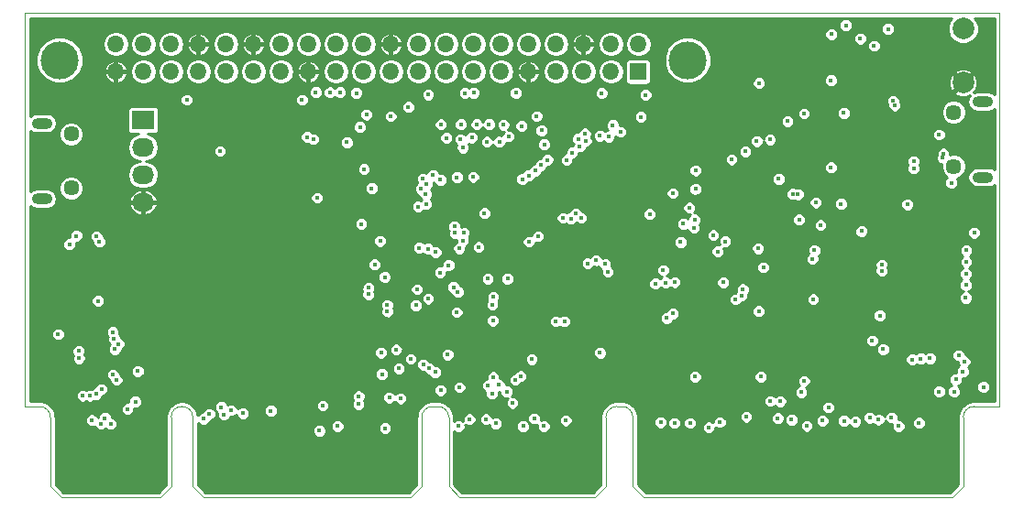
<source format=gbr>
G04 #@! TF.FileFunction,Copper,L2,Inr,Signal*
%FSLAX46Y46*%
G04 Gerber Fmt 4.6, Leading zero omitted, Abs format (unit mm)*
G04 Created by KiCad (PCBNEW 4.0.7) date 09/09/17 19:34:41*
%MOMM*%
%LPD*%
G01*
G04 APERTURE LIST*
%ADD10C,0.100000*%
%ADD11R,2.032000X1.727200*%
%ADD12O,2.032000X1.727200*%
%ADD13C,2.000000*%
%ADD14O,1.900000X1.000000*%
%ADD15C,1.450000*%
%ADD16O,1.550000X1.550000*%
%ADD17C,3.500000*%
%ADD18R,1.550000X1.550000*%
%ADD19C,0.400000*%
%ADD20C,0.250000*%
G04 APERTURE END LIST*
D10*
X86767232Y-135759051D02*
X86767232Y-135359051D01*
X97917232Y-135359051D02*
X97917232Y-135759051D01*
X96917232Y-136759051D02*
X87767232Y-136759051D01*
X96917232Y-136759051D02*
X97917232Y-135759051D01*
X86767232Y-135759051D02*
X87767232Y-136759051D01*
X140567232Y-135759051D02*
X140567232Y-135359051D01*
X140567232Y-135759051D02*
X141567232Y-136759051D01*
X170067232Y-136759051D02*
X141567232Y-136759051D01*
X170067232Y-136759051D02*
X171067232Y-135759051D01*
X171067232Y-135359051D02*
X171067232Y-135759051D01*
X174417232Y-91959051D02*
X174417232Y-128359051D01*
X84417232Y-128359051D02*
X84417232Y-91959051D01*
X84417232Y-91959051D02*
X174417232Y-91959051D01*
X121067232Y-129359051D02*
X121067232Y-135359051D01*
X121067232Y-129359051D02*
G75*
G02X122067232Y-128359051I1000000J0D01*
G01*
X122567232Y-128359051D02*
X122067232Y-128359051D01*
X122567232Y-128359051D02*
G75*
G02X123567232Y-129359051I0J-1000000D01*
G01*
X123567232Y-135359051D02*
X123567232Y-129359051D01*
X138067232Y-129359051D02*
X138067232Y-135359051D01*
X138067232Y-129359051D02*
G75*
G02X139067232Y-128359051I1000000J0D01*
G01*
X139567232Y-128359051D02*
X139067232Y-128359051D01*
X139567232Y-128359051D02*
G75*
G02X140567232Y-129359051I0J-1000000D01*
G01*
X140567232Y-135359051D02*
X140567232Y-129359051D01*
X171067232Y-129359051D02*
X171067232Y-135359051D01*
X171067232Y-129359051D02*
G75*
G02X172067232Y-128359051I1000000J0D01*
G01*
X172067232Y-128359051D02*
X174417232Y-128359051D01*
X85767232Y-128359051D02*
X84417232Y-128359051D01*
X85767232Y-128359051D02*
G75*
G02X86767232Y-129359051I0J-1000000D01*
G01*
X86767232Y-135359051D02*
X86767232Y-129359051D01*
X97917232Y-129359051D02*
X97917232Y-135359051D01*
X97917232Y-129359051D02*
G75*
G02X99917232Y-129359051I1000000J0D01*
G01*
X99917232Y-135359051D02*
X99917232Y-129359051D01*
X137067232Y-136759051D02*
X124567232Y-136759051D01*
X137067232Y-136759051D02*
X138067232Y-135759051D01*
X138067232Y-135359051D02*
X138067232Y-135759051D01*
X123567232Y-135759051D02*
X123567232Y-135359051D01*
X123567232Y-135759051D02*
X124567232Y-136759051D01*
X120067232Y-136759051D02*
X100917232Y-136759051D01*
X120067232Y-136759051D02*
X121067232Y-135759051D01*
X121067232Y-135359051D02*
X121067232Y-135759051D01*
X99917232Y-135759051D02*
X99917232Y-135359051D01*
X99917232Y-135759051D02*
X100917232Y-136759051D01*
D11*
X95331200Y-101854000D03*
D12*
X95331200Y-104394000D03*
X95331200Y-106934000D03*
X95331200Y-109474000D03*
D13*
X171074080Y-93411040D03*
X171074080Y-98411040D03*
D14*
X85984000Y-109164000D03*
D15*
X88684000Y-108164000D03*
X88684000Y-103164000D03*
D14*
X85984000Y-102164000D03*
X172874940Y-100157400D03*
D15*
X170174940Y-101157400D03*
X170174940Y-106157400D03*
D14*
X172874940Y-107157400D03*
D16*
X92801440Y-94861380D03*
X92801440Y-97401380D03*
D17*
X87631440Y-96331380D03*
D18*
X141061440Y-97401380D03*
D16*
X141061440Y-94861380D03*
X138521440Y-97401380D03*
X138521440Y-94861380D03*
X135981440Y-97401380D03*
X135981440Y-94861380D03*
X133441440Y-97401380D03*
X133441440Y-94861380D03*
X130901440Y-97401380D03*
X130901440Y-94861380D03*
X128361440Y-97401380D03*
X128361440Y-94861380D03*
X125821440Y-97401380D03*
X125821440Y-94861380D03*
X123281440Y-97401380D03*
X123281440Y-94861380D03*
X120741440Y-97401380D03*
X120741440Y-94861380D03*
X118201440Y-97401380D03*
X118201440Y-94861380D03*
X115661440Y-97401380D03*
X115661440Y-94861380D03*
X113121440Y-97401380D03*
X113121440Y-94861380D03*
X110581440Y-97401380D03*
X110581440Y-94861380D03*
D17*
X145631440Y-96331380D03*
D16*
X108041440Y-97401380D03*
X105501440Y-97401380D03*
X102961440Y-97401380D03*
X100421440Y-97401380D03*
X97881440Y-97401380D03*
X95341440Y-97401380D03*
X108041440Y-94861380D03*
X105501440Y-94861380D03*
X102961440Y-94861380D03*
X100421440Y-94861380D03*
X97881440Y-94861380D03*
X95341440Y-94861380D03*
D19*
X136226446Y-103814857D03*
X157320000Y-113920000D03*
X152004990Y-103825520D03*
X115468549Y-111477010D03*
X91159990Y-118590002D03*
X89161983Y-112588205D03*
X88520000Y-113360000D03*
X139440011Y-102970000D03*
X127660000Y-118229998D03*
X92535010Y-121480000D03*
X92650000Y-122110000D03*
X127584200Y-118948200D03*
X124520000Y-113740000D03*
X117210000Y-113060000D03*
X102438200Y-104749600D03*
X155905200Y-111074200D03*
X157886400Y-111582200D03*
X166498444Y-106334010D03*
X157210000Y-118440000D03*
X99364800Y-99999800D03*
X127635000Y-120421400D03*
X155803600Y-108737400D03*
X155321000Y-108712000D03*
X85545010Y-112240000D03*
X130118994Y-124574990D03*
X130130000Y-103720000D03*
X163520000Y-122270000D03*
X122357786Y-123869944D03*
X101439361Y-130910011D03*
X105408506Y-130761810D03*
X88850010Y-129755470D03*
X164380000Y-101710000D03*
X164370000Y-102300000D03*
X139545725Y-101084990D03*
X158176591Y-105287964D03*
X116880998Y-102005010D03*
X144157547Y-100908923D03*
X139445997Y-108143364D03*
X166397027Y-104671773D03*
X168880000Y-101310000D03*
X168880000Y-100790000D03*
X168529000Y-111705010D03*
X139268200Y-115087400D03*
X93853000Y-130352800D03*
X89662000Y-129667000D03*
X100457000Y-106502200D03*
X99949000Y-106146600D03*
X100990400Y-119151400D03*
X100914200Y-118440200D03*
X136372600Y-120497600D03*
X120472200Y-116509800D03*
X117703600Y-109626400D03*
X130429000Y-120777000D03*
X113919000Y-130683000D03*
X93345000Y-130683000D03*
X169418000Y-130683000D03*
X167386000Y-130683000D03*
X163322000Y-130683000D03*
X161417000Y-130683000D03*
X157480000Y-130683000D03*
X155448000Y-130683000D03*
X151384000Y-130683000D03*
X149479000Y-130683000D03*
X145415000Y-130683000D03*
X143383000Y-130683000D03*
X97409000Y-130683000D03*
X107442000Y-130683000D03*
X109474000Y-130683000D03*
X115443000Y-130683000D03*
X120396000Y-130683000D03*
X127381000Y-130683000D03*
X135382000Y-130683000D03*
X133350000Y-130683000D03*
X129413000Y-130683000D03*
X166649400Y-108229400D03*
X160782000Y-98933000D03*
X160020000Y-104013000D03*
X163753800Y-113538000D03*
X163931600Y-112293400D03*
X160807400Y-103149400D03*
X163437000Y-107684000D03*
X161937000Y-107684000D03*
X163437000Y-106184000D03*
X161937000Y-106184000D03*
X171246800Y-119354600D03*
X135660000Y-104290000D03*
X157140000Y-114710000D03*
X158860000Y-98200000D03*
X158851600Y-106248200D03*
X165912800Y-109677200D03*
X169976800Y-107670600D03*
X168833800Y-103225600D03*
X91800000Y-129430000D03*
X117650000Y-116400000D03*
X91020000Y-112640000D03*
X141290000Y-101570000D03*
X131670996Y-101520666D03*
X115945449Y-101370536D03*
X123452253Y-123559958D03*
X131221881Y-123984482D03*
X154837259Y-101990934D03*
X144246600Y-108635800D03*
X143370000Y-115750000D03*
X118200000Y-101530000D03*
X163370000Y-119950000D03*
X137520000Y-123390000D03*
X166490000Y-105684000D03*
X171323000Y-117144800D03*
X116433600Y-108178600D03*
X160045400Y-101219000D03*
X91287600Y-113106200D03*
X91440000Y-129971800D03*
X90601800Y-129616200D03*
X92329000Y-129971800D03*
X163550600Y-115824000D03*
X163550600Y-115239800D03*
X159791400Y-109626400D03*
X157454600Y-109499400D03*
X120624600Y-117525800D03*
X117869055Y-118969713D03*
X93052361Y-122574635D03*
X161680000Y-112150000D03*
X121660000Y-99520000D03*
X170230800Y-126974600D03*
X171297600Y-118313200D03*
X170383200Y-125857000D03*
X171043600Y-125120400D03*
X134239000Y-120497600D03*
X172085000Y-112293400D03*
X133426200Y-120497600D03*
X171348400Y-113919000D03*
X170637200Y-123621800D03*
X171348400Y-114985800D03*
X171196000Y-124206000D03*
X171323000Y-116103400D03*
X116140000Y-117390000D03*
X116136542Y-117990002D03*
X164729263Y-100529250D03*
X164590000Y-100090000D03*
X169189400Y-105359200D03*
X169240200Y-104978200D03*
X154035021Y-107320000D03*
X146350000Y-106540000D03*
X152198619Y-98451381D03*
X162840000Y-95010000D03*
X161560000Y-94340000D03*
X158890000Y-93945021D03*
X164120000Y-93440000D03*
X160230000Y-93110000D03*
X111028374Y-103650372D03*
X110007400Y-99999800D03*
X117300000Y-123380000D03*
X121645010Y-118390000D03*
X94615000Y-127914400D03*
X118700000Y-123100000D03*
X123540797Y-115290870D03*
X93878400Y-128600200D03*
X91470000Y-126764990D03*
X131540000Y-106560000D03*
X90982341Y-127202652D03*
X132069117Y-106039117D03*
X90403326Y-127359990D03*
X132672937Y-105547362D03*
X89737570Y-127359990D03*
X135510000Y-103620000D03*
X119100000Y-127620000D03*
X100890000Y-129500000D03*
X118070000Y-127530000D03*
X101440000Y-129060000D03*
X102560001Y-128409999D03*
X120049999Y-123960000D03*
X124880000Y-113020000D03*
X92878030Y-125889986D03*
X138710000Y-102350000D03*
X122290382Y-125175010D03*
X102799875Y-129110827D03*
X124290000Y-119650000D03*
X138249998Y-115910000D03*
X138340000Y-103410000D03*
X103450000Y-128710000D03*
X118950000Y-124850000D03*
X122760002Y-115970000D03*
X137985626Y-115188667D03*
X137513028Y-103329677D03*
X104538424Y-128986813D03*
X117380000Y-125360000D03*
X136400000Y-115130000D03*
X92539481Y-125394609D03*
X124960000Y-112300000D03*
X117879926Y-119569626D03*
X94840000Y-125100000D03*
X127160052Y-126420000D03*
X111910000Y-128280000D03*
X127670000Y-125640000D03*
X107120000Y-128750000D03*
X87490010Y-121670000D03*
X136150000Y-103120000D03*
X111610000Y-130589998D03*
X124145841Y-112316388D03*
X89406344Y-123902653D03*
X89374708Y-123210867D03*
X124080000Y-111720000D03*
X92713416Y-123069742D03*
X116710000Y-115230000D03*
X113284000Y-130175000D03*
X111390000Y-109060000D03*
X172939998Y-126550000D03*
X117670000Y-130360000D03*
X124609989Y-103639360D03*
X115220000Y-128150000D03*
X114150000Y-103929998D03*
X115240000Y-127420000D03*
X115722400Y-106415010D03*
X130351425Y-107334998D03*
X126305021Y-113620000D03*
X124460000Y-130175000D03*
X126860000Y-110490000D03*
X132366241Y-104125026D03*
X124860000Y-104430000D03*
X125476000Y-129540000D03*
X125815223Y-107130056D03*
X130933109Y-106996607D03*
X126130000Y-102265021D03*
X127000000Y-129540000D03*
X125680000Y-103490000D03*
X127889000Y-129921000D03*
X130951537Y-113119160D03*
X130429000Y-130175000D03*
X131819999Y-112625032D03*
X131445000Y-129475010D03*
X134080000Y-110930000D03*
X134830000Y-110970000D03*
X135284001Y-110537702D03*
X132334000Y-130175000D03*
X135780011Y-110920000D03*
X124545010Y-126580000D03*
X127540000Y-127180000D03*
X122810000Y-126854991D03*
X134370000Y-129650000D03*
X129090000Y-103380000D03*
X129450000Y-128040000D03*
X122344968Y-114095063D03*
X137165467Y-114836452D03*
X128610000Y-102310000D03*
X129690584Y-125917706D03*
X142113000Y-110566200D03*
X143580000Y-116910000D03*
X143129000Y-129819400D03*
X142630000Y-116980000D03*
X144399000Y-129895600D03*
X144246600Y-119761000D03*
X143687800Y-120192800D03*
X120740000Y-109880000D03*
X144966398Y-113160034D03*
X145846800Y-129895600D03*
X146310000Y-125605032D03*
X121512504Y-107762282D03*
X147570000Y-130300000D03*
X146200000Y-111820000D03*
X121140000Y-107290000D03*
X145220000Y-111470000D03*
X122110000Y-106985010D03*
X148600000Y-129810000D03*
X145766783Y-109978183D03*
X122790000Y-107395010D03*
X146253200Y-111074200D03*
X121738162Y-124819955D03*
X130181745Y-125559427D03*
X129760000Y-99360000D03*
X120970652Y-108240011D03*
X147980400Y-112522000D03*
X151028400Y-129311400D03*
X152369018Y-125605032D03*
X154180000Y-127880000D03*
X153940000Y-129450000D03*
X153260000Y-127860000D03*
X155214834Y-129589589D03*
X148900000Y-116880000D03*
X121630000Y-113780000D03*
X148395010Y-114028190D03*
X120830000Y-113680000D03*
X156615010Y-130160000D03*
X156384117Y-126005883D03*
X121190000Y-124490000D03*
X128220000Y-103880000D03*
X156110000Y-127050000D03*
X128900000Y-126980000D03*
X121439226Y-108712293D03*
X158080000Y-129670000D03*
X149090000Y-113090000D03*
X158620000Y-128450000D03*
X122820000Y-102270000D03*
X160060000Y-129680000D03*
X150610000Y-118110000D03*
X123985010Y-117320155D03*
X123330000Y-103520000D03*
X150040000Y-118450000D03*
X124398529Y-117754914D03*
X124319968Y-107164946D03*
X146354800Y-108254800D03*
X161086800Y-129743200D03*
X127150000Y-116540000D03*
X124680000Y-102265021D03*
X150720000Y-117510000D03*
X121480000Y-109662305D03*
X162430000Y-129400011D03*
X152120600Y-113741200D03*
X152180000Y-119540000D03*
X120523000Y-118999000D03*
X152603200Y-115493800D03*
X163245800Y-129565400D03*
X164450000Y-129380000D03*
X162669989Y-122268293D03*
X165100000Y-130175000D03*
X163673256Y-123068666D03*
X167157400Y-123926600D03*
X166979600Y-129870200D03*
X166344600Y-124018678D03*
X127280000Y-102265021D03*
X128190000Y-126350000D03*
X168833800Y-126974600D03*
X127090000Y-103880000D03*
X128980000Y-116550000D03*
X144410000Y-116870002D03*
X167995600Y-123901200D03*
X153231612Y-103663378D03*
X119820000Y-100660000D03*
X130270000Y-102420000D03*
X132125987Y-102825004D03*
X115356990Y-102515171D03*
X137680000Y-99385010D03*
X110464600Y-103445010D03*
X141730000Y-99550000D03*
X156370000Y-101262000D03*
X115010000Y-99370000D03*
X113520000Y-99300000D03*
X112569989Y-99310000D03*
X111280000Y-99300000D03*
X125857000Y-99345010D03*
X125054378Y-99367388D03*
X149680000Y-105520000D03*
X134434880Y-105574878D03*
X134950000Y-104890011D03*
X150950000Y-104780000D03*
D20*
G36*
X169866729Y-92602789D02*
X169649328Y-93126347D01*
X169648834Y-93693246D01*
X169865320Y-94217183D01*
X170265829Y-94618391D01*
X170789387Y-94835792D01*
X171356286Y-94836286D01*
X171880223Y-94619800D01*
X172281431Y-94219291D01*
X172498832Y-93695733D01*
X172499326Y-93128834D01*
X172282840Y-92604897D01*
X172112292Y-92434051D01*
X173942232Y-92434051D01*
X173942232Y-99460750D01*
X173705860Y-99302811D01*
X173351878Y-99232400D01*
X172398002Y-99232400D01*
X172067291Y-99298182D01*
X172023366Y-99254257D01*
X172209427Y-99143213D01*
X172403194Y-98653001D01*
X172394616Y-98125953D01*
X172209427Y-97678867D01*
X172023364Y-97567822D01*
X171180146Y-98411040D01*
X171194289Y-98425183D01*
X171088223Y-98531249D01*
X171074080Y-98517106D01*
X170230862Y-99360324D01*
X170341907Y-99546387D01*
X170832119Y-99740154D01*
X171359167Y-99731576D01*
X171680294Y-99598561D01*
X171543413Y-99803418D01*
X171473002Y-100157400D01*
X171543413Y-100511382D01*
X171743928Y-100811474D01*
X172044020Y-101011989D01*
X172398002Y-101082400D01*
X173351878Y-101082400D01*
X173705860Y-101011989D01*
X173942232Y-100854050D01*
X173942232Y-106460750D01*
X173705860Y-106302811D01*
X173351878Y-106232400D01*
X172398002Y-106232400D01*
X172044020Y-106302811D01*
X171743928Y-106503326D01*
X171543413Y-106803418D01*
X171473002Y-107157400D01*
X171543413Y-107511382D01*
X171743928Y-107811474D01*
X172044020Y-108011989D01*
X172398002Y-108082400D01*
X173351878Y-108082400D01*
X173705860Y-108011989D01*
X173942232Y-107854050D01*
X173942232Y-127884051D01*
X172067232Y-127884051D01*
X172021347Y-127893178D01*
X171974564Y-127893178D01*
X171591882Y-127969298D01*
X171591881Y-127969298D01*
X171420653Y-128040223D01*
X171096229Y-128256996D01*
X170965177Y-128388048D01*
X170965177Y-128388049D01*
X170748404Y-128712472D01*
X170677480Y-128883699D01*
X170677479Y-128883701D01*
X170601359Y-129266384D01*
X170601359Y-129313166D01*
X170592232Y-129359051D01*
X170592232Y-135562300D01*
X169870480Y-136284051D01*
X141763983Y-136284051D01*
X141042232Y-135562299D01*
X141042232Y-129943175D01*
X142503892Y-129943175D01*
X142598842Y-130172971D01*
X142774504Y-130348940D01*
X143004134Y-130444291D01*
X143252775Y-130444508D01*
X143482571Y-130349558D01*
X143658540Y-130173896D01*
X143722702Y-130019375D01*
X143773892Y-130019375D01*
X143868842Y-130249171D01*
X144044504Y-130425140D01*
X144274134Y-130520491D01*
X144522775Y-130520708D01*
X144752571Y-130425758D01*
X144928540Y-130250096D01*
X145023891Y-130020466D01*
X145023891Y-130019375D01*
X145221692Y-130019375D01*
X145316642Y-130249171D01*
X145492304Y-130425140D01*
X145721934Y-130520491D01*
X145970575Y-130520708D01*
X146200371Y-130425758D01*
X146202357Y-130423775D01*
X146944892Y-130423775D01*
X147039842Y-130653571D01*
X147215504Y-130829540D01*
X147445134Y-130924891D01*
X147693775Y-130925108D01*
X147923571Y-130830158D01*
X148099540Y-130654496D01*
X148194891Y-130424866D01*
X148195010Y-130288957D01*
X148245504Y-130339540D01*
X148475134Y-130434891D01*
X148723775Y-130435108D01*
X148953571Y-130340158D01*
X149010052Y-130283775D01*
X155989902Y-130283775D01*
X156084852Y-130513571D01*
X156260514Y-130689540D01*
X156490144Y-130784891D01*
X156738785Y-130785108D01*
X156968581Y-130690158D01*
X157144550Y-130514496D01*
X157239901Y-130284866D01*
X157240118Y-130036225D01*
X157145168Y-129806429D01*
X157132537Y-129793775D01*
X157454892Y-129793775D01*
X157549842Y-130023571D01*
X157725504Y-130199540D01*
X157955134Y-130294891D01*
X158203775Y-130295108D01*
X158433571Y-130200158D01*
X158609540Y-130024496D01*
X158701191Y-129803775D01*
X159434892Y-129803775D01*
X159529842Y-130033571D01*
X159705504Y-130209540D01*
X159935134Y-130304891D01*
X160183775Y-130305108D01*
X160413571Y-130210158D01*
X160548032Y-130075932D01*
X160556642Y-130096771D01*
X160732304Y-130272740D01*
X160961934Y-130368091D01*
X161210575Y-130368308D01*
X161440371Y-130273358D01*
X161616340Y-130097696D01*
X161711691Y-129868066D01*
X161711908Y-129619425D01*
X161672391Y-129523786D01*
X161804892Y-129523786D01*
X161899842Y-129753582D01*
X162075504Y-129929551D01*
X162305134Y-130024902D01*
X162553775Y-130025119D01*
X162743393Y-129946770D01*
X162891304Y-130094940D01*
X163120934Y-130190291D01*
X163369575Y-130190508D01*
X163599371Y-130095558D01*
X163775340Y-129919896D01*
X163870691Y-129690266D01*
X163870757Y-129614776D01*
X163919842Y-129733571D01*
X164095504Y-129909540D01*
X164325134Y-130004891D01*
X164493834Y-130005038D01*
X164475109Y-130050134D01*
X164474892Y-130298775D01*
X164569842Y-130528571D01*
X164745504Y-130704540D01*
X164975134Y-130799891D01*
X165223775Y-130800108D01*
X165453571Y-130705158D01*
X165629540Y-130529496D01*
X165724891Y-130299866D01*
X165725108Y-130051225D01*
X165701453Y-129993975D01*
X166354492Y-129993975D01*
X166449442Y-130223771D01*
X166625104Y-130399740D01*
X166854734Y-130495091D01*
X167103375Y-130495308D01*
X167333171Y-130400358D01*
X167509140Y-130224696D01*
X167604491Y-129995066D01*
X167604708Y-129746425D01*
X167509758Y-129516629D01*
X167334096Y-129340660D01*
X167104466Y-129245309D01*
X166855825Y-129245092D01*
X166626029Y-129340042D01*
X166450060Y-129515704D01*
X166354709Y-129745334D01*
X166354492Y-129993975D01*
X165701453Y-129993975D01*
X165630158Y-129821429D01*
X165454496Y-129645460D01*
X165224866Y-129550109D01*
X165056166Y-129549962D01*
X165074891Y-129504866D01*
X165075108Y-129256225D01*
X164980158Y-129026429D01*
X164804496Y-128850460D01*
X164574866Y-128755109D01*
X164326225Y-128754892D01*
X164096429Y-128849842D01*
X163920460Y-129025504D01*
X163825109Y-129255134D01*
X163825043Y-129330624D01*
X163775958Y-129211829D01*
X163600296Y-129035860D01*
X163370666Y-128940509D01*
X163122025Y-128940292D01*
X162932407Y-129018641D01*
X162784496Y-128870471D01*
X162554866Y-128775120D01*
X162306225Y-128774903D01*
X162076429Y-128869853D01*
X161900460Y-129045515D01*
X161805109Y-129275145D01*
X161804892Y-129523786D01*
X161672391Y-129523786D01*
X161616958Y-129389629D01*
X161441296Y-129213660D01*
X161211666Y-129118309D01*
X160963025Y-129118092D01*
X160733229Y-129213042D01*
X160598768Y-129347268D01*
X160590158Y-129326429D01*
X160414496Y-129150460D01*
X160184866Y-129055109D01*
X159936225Y-129054892D01*
X159706429Y-129149842D01*
X159530460Y-129325504D01*
X159435109Y-129555134D01*
X159434892Y-129803775D01*
X158701191Y-129803775D01*
X158704891Y-129794866D01*
X158705108Y-129546225D01*
X158610158Y-129316429D01*
X158434496Y-129140460D01*
X158204866Y-129045109D01*
X157956225Y-129044892D01*
X157726429Y-129139842D01*
X157550460Y-129315504D01*
X157455109Y-129545134D01*
X157454892Y-129793775D01*
X157132537Y-129793775D01*
X156969506Y-129630460D01*
X156739876Y-129535109D01*
X156491235Y-129534892D01*
X156261439Y-129629842D01*
X156085470Y-129805504D01*
X155990119Y-130035134D01*
X155989902Y-130283775D01*
X149010052Y-130283775D01*
X149129540Y-130164496D01*
X149224891Y-129934866D01*
X149225108Y-129686225D01*
X149130158Y-129456429D01*
X149108942Y-129435175D01*
X150403292Y-129435175D01*
X150498242Y-129664971D01*
X150673904Y-129840940D01*
X150903534Y-129936291D01*
X151152175Y-129936508D01*
X151381971Y-129841558D01*
X151557940Y-129665896D01*
X151596192Y-129573775D01*
X153314892Y-129573775D01*
X153409842Y-129803571D01*
X153585504Y-129979540D01*
X153815134Y-130074891D01*
X154063775Y-130075108D01*
X154293571Y-129980158D01*
X154469540Y-129804496D01*
X154507381Y-129713364D01*
X154589726Y-129713364D01*
X154684676Y-129943160D01*
X154860338Y-130119129D01*
X155089968Y-130214480D01*
X155338609Y-130214697D01*
X155568405Y-130119747D01*
X155744374Y-129944085D01*
X155839725Y-129714455D01*
X155839942Y-129465814D01*
X155744992Y-129236018D01*
X155569330Y-129060049D01*
X155339700Y-128964698D01*
X155091059Y-128964481D01*
X154861263Y-129059431D01*
X154685294Y-129235093D01*
X154589943Y-129464723D01*
X154589726Y-129713364D01*
X154507381Y-129713364D01*
X154564891Y-129574866D01*
X154565108Y-129326225D01*
X154470158Y-129096429D01*
X154294496Y-128920460D01*
X154064866Y-128825109D01*
X153816225Y-128824892D01*
X153586429Y-128919842D01*
X153410460Y-129095504D01*
X153315109Y-129325134D01*
X153314892Y-129573775D01*
X151596192Y-129573775D01*
X151653291Y-129436266D01*
X151653508Y-129187625D01*
X151558558Y-128957829D01*
X151382896Y-128781860D01*
X151153266Y-128686509D01*
X150904625Y-128686292D01*
X150674829Y-128781242D01*
X150498860Y-128956904D01*
X150403509Y-129186534D01*
X150403292Y-129435175D01*
X149108942Y-129435175D01*
X148954496Y-129280460D01*
X148724866Y-129185109D01*
X148476225Y-129184892D01*
X148246429Y-129279842D01*
X148070460Y-129455504D01*
X147975109Y-129685134D01*
X147974990Y-129821043D01*
X147924496Y-129770460D01*
X147694866Y-129675109D01*
X147446225Y-129674892D01*
X147216429Y-129769842D01*
X147040460Y-129945504D01*
X146945109Y-130175134D01*
X146944892Y-130423775D01*
X146202357Y-130423775D01*
X146376340Y-130250096D01*
X146471691Y-130020466D01*
X146471908Y-129771825D01*
X146376958Y-129542029D01*
X146201296Y-129366060D01*
X145971666Y-129270709D01*
X145723025Y-129270492D01*
X145493229Y-129365442D01*
X145317260Y-129541104D01*
X145221909Y-129770734D01*
X145221692Y-130019375D01*
X145023891Y-130019375D01*
X145024108Y-129771825D01*
X144929158Y-129542029D01*
X144753496Y-129366060D01*
X144523866Y-129270709D01*
X144275225Y-129270492D01*
X144045429Y-129365442D01*
X143869460Y-129541104D01*
X143774109Y-129770734D01*
X143773892Y-130019375D01*
X143722702Y-130019375D01*
X143753891Y-129944266D01*
X143754108Y-129695625D01*
X143659158Y-129465829D01*
X143483496Y-129289860D01*
X143253866Y-129194509D01*
X143005225Y-129194292D01*
X142775429Y-129289242D01*
X142599460Y-129464904D01*
X142504109Y-129694534D01*
X142503892Y-129943175D01*
X141042232Y-129943175D01*
X141042232Y-129359051D01*
X141033105Y-129313166D01*
X141033105Y-129266383D01*
X140956985Y-128883701D01*
X140956985Y-128883699D01*
X140886060Y-128712472D01*
X140793386Y-128573775D01*
X157994892Y-128573775D01*
X158089842Y-128803571D01*
X158265504Y-128979540D01*
X158495134Y-129074891D01*
X158743775Y-129075108D01*
X158973571Y-128980158D01*
X159149540Y-128804496D01*
X159244891Y-128574866D01*
X159245108Y-128326225D01*
X159150158Y-128096429D01*
X158974496Y-127920460D01*
X158744866Y-127825109D01*
X158496225Y-127824892D01*
X158266429Y-127919842D01*
X158090460Y-128095504D01*
X157995109Y-128325134D01*
X157994892Y-128573775D01*
X140793386Y-128573775D01*
X140669287Y-128388048D01*
X140538235Y-128256996D01*
X140538232Y-128256995D01*
X140213811Y-128040223D01*
X140077534Y-127983775D01*
X152634892Y-127983775D01*
X152729842Y-128213571D01*
X152905504Y-128389540D01*
X153135134Y-128484891D01*
X153383775Y-128485108D01*
X153613571Y-128390158D01*
X153710032Y-128293866D01*
X153825504Y-128409540D01*
X154055134Y-128504891D01*
X154303775Y-128505108D01*
X154533571Y-128410158D01*
X154709540Y-128234496D01*
X154804891Y-128004866D01*
X154805108Y-127756225D01*
X154710158Y-127526429D01*
X154534496Y-127350460D01*
X154304866Y-127255109D01*
X154056225Y-127254892D01*
X153826429Y-127349842D01*
X153729968Y-127446134D01*
X153614496Y-127330460D01*
X153384866Y-127235109D01*
X153136225Y-127234892D01*
X152906429Y-127329842D01*
X152730460Y-127505504D01*
X152635109Y-127735134D01*
X152634892Y-127983775D01*
X140077534Y-127983775D01*
X140042583Y-127969298D01*
X140042582Y-127969298D01*
X139659899Y-127893178D01*
X139613117Y-127893178D01*
X139567232Y-127884051D01*
X139067232Y-127884051D01*
X139021347Y-127893178D01*
X138974564Y-127893178D01*
X138591882Y-127969298D01*
X138591881Y-127969298D01*
X138420653Y-128040223D01*
X138096229Y-128256996D01*
X137965177Y-128388048D01*
X137965177Y-128388049D01*
X137748404Y-128712472D01*
X137677480Y-128883699D01*
X137677479Y-128883701D01*
X137601359Y-129266384D01*
X137601359Y-129313166D01*
X137592232Y-129359051D01*
X137592232Y-135562300D01*
X136870480Y-136284051D01*
X124763983Y-136284051D01*
X124042232Y-135562299D01*
X124042232Y-130641157D01*
X124105504Y-130704540D01*
X124335134Y-130799891D01*
X124583775Y-130800108D01*
X124813571Y-130705158D01*
X124989540Y-130529496D01*
X125084891Y-130299866D01*
X125085108Y-130051225D01*
X125072316Y-130020266D01*
X125121504Y-130069540D01*
X125351134Y-130164891D01*
X125599775Y-130165108D01*
X125829571Y-130070158D01*
X126005540Y-129894496D01*
X126100891Y-129664866D01*
X126100891Y-129663775D01*
X126374892Y-129663775D01*
X126469842Y-129893571D01*
X126645504Y-130069540D01*
X126875134Y-130164891D01*
X127123775Y-130165108D01*
X127285929Y-130098107D01*
X127358842Y-130274571D01*
X127534504Y-130450540D01*
X127764134Y-130545891D01*
X128012775Y-130546108D01*
X128242571Y-130451158D01*
X128395220Y-130298775D01*
X129803892Y-130298775D01*
X129898842Y-130528571D01*
X130074504Y-130704540D01*
X130304134Y-130799891D01*
X130552775Y-130800108D01*
X130782571Y-130705158D01*
X130958540Y-130529496D01*
X131053891Y-130299866D01*
X131054108Y-130051225D01*
X130995498Y-129909378D01*
X131090504Y-130004550D01*
X131320134Y-130099901D01*
X131568775Y-130100118D01*
X131713119Y-130040476D01*
X131709109Y-130050134D01*
X131708892Y-130298775D01*
X131803842Y-130528571D01*
X131979504Y-130704540D01*
X132209134Y-130799891D01*
X132457775Y-130800108D01*
X132687571Y-130705158D01*
X132863540Y-130529496D01*
X132958891Y-130299866D01*
X132959108Y-130051225D01*
X132864158Y-129821429D01*
X132816588Y-129773775D01*
X133744892Y-129773775D01*
X133839842Y-130003571D01*
X134015504Y-130179540D01*
X134245134Y-130274891D01*
X134493775Y-130275108D01*
X134723571Y-130180158D01*
X134899540Y-130004496D01*
X134994891Y-129774866D01*
X134995108Y-129526225D01*
X134900158Y-129296429D01*
X134724496Y-129120460D01*
X134494866Y-129025109D01*
X134246225Y-129024892D01*
X134016429Y-129119842D01*
X133840460Y-129295504D01*
X133745109Y-129525134D01*
X133744892Y-129773775D01*
X132816588Y-129773775D01*
X132688496Y-129645460D01*
X132458866Y-129550109D01*
X132210225Y-129549892D01*
X132065881Y-129609534D01*
X132069891Y-129599876D01*
X132070108Y-129351235D01*
X131975158Y-129121439D01*
X131799496Y-128945470D01*
X131569866Y-128850119D01*
X131321225Y-128849902D01*
X131091429Y-128944852D01*
X130915460Y-129120514D01*
X130820109Y-129350144D01*
X130819892Y-129598785D01*
X130878502Y-129740632D01*
X130783496Y-129645460D01*
X130553866Y-129550109D01*
X130305225Y-129549892D01*
X130075429Y-129644842D01*
X129899460Y-129820504D01*
X129804109Y-130050134D01*
X129803892Y-130298775D01*
X128395220Y-130298775D01*
X128418540Y-130275496D01*
X128513891Y-130045866D01*
X128514108Y-129797225D01*
X128419158Y-129567429D01*
X128243496Y-129391460D01*
X128013866Y-129296109D01*
X127765225Y-129295892D01*
X127603071Y-129362893D01*
X127530158Y-129186429D01*
X127354496Y-129010460D01*
X127124866Y-128915109D01*
X126876225Y-128914892D01*
X126646429Y-129009842D01*
X126470460Y-129185504D01*
X126375109Y-129415134D01*
X126374892Y-129663775D01*
X126100891Y-129663775D01*
X126101108Y-129416225D01*
X126006158Y-129186429D01*
X125830496Y-129010460D01*
X125600866Y-128915109D01*
X125352225Y-128914892D01*
X125122429Y-129009842D01*
X124946460Y-129185504D01*
X124851109Y-129415134D01*
X124850892Y-129663775D01*
X124863684Y-129694734D01*
X124814496Y-129645460D01*
X124584866Y-129550109D01*
X124336225Y-129549892D01*
X124106429Y-129644842D01*
X124042232Y-129708927D01*
X124042232Y-129359051D01*
X124033105Y-129313166D01*
X124033105Y-129266383D01*
X123956985Y-128883701D01*
X123956985Y-128883699D01*
X123886060Y-128712472D01*
X123669287Y-128388048D01*
X123538235Y-128256996D01*
X123538232Y-128256995D01*
X123213811Y-128040223D01*
X123042583Y-127969298D01*
X123042582Y-127969298D01*
X122659899Y-127893178D01*
X122613117Y-127893178D01*
X122567232Y-127884051D01*
X122067232Y-127884051D01*
X122021347Y-127893178D01*
X121974564Y-127893178D01*
X121591882Y-127969298D01*
X121591881Y-127969298D01*
X121420653Y-128040223D01*
X121096229Y-128256996D01*
X120965177Y-128388048D01*
X120965177Y-128388049D01*
X120748404Y-128712472D01*
X120677480Y-128883699D01*
X120677479Y-128883701D01*
X120601359Y-129266384D01*
X120601359Y-129313166D01*
X120592232Y-129359051D01*
X120592232Y-135562300D01*
X119870480Y-136284051D01*
X101113983Y-136284051D01*
X100392232Y-135562299D01*
X100392232Y-130713773D01*
X110984892Y-130713773D01*
X111079842Y-130943569D01*
X111255504Y-131119538D01*
X111485134Y-131214889D01*
X111733775Y-131215106D01*
X111963571Y-131120156D01*
X112139540Y-130944494D01*
X112234891Y-130714864D01*
X112235108Y-130466223D01*
X112165920Y-130298775D01*
X112658892Y-130298775D01*
X112753842Y-130528571D01*
X112929504Y-130704540D01*
X113159134Y-130799891D01*
X113407775Y-130800108D01*
X113637571Y-130705158D01*
X113813540Y-130529496D01*
X113832525Y-130483775D01*
X117044892Y-130483775D01*
X117139842Y-130713571D01*
X117315504Y-130889540D01*
X117545134Y-130984891D01*
X117793775Y-130985108D01*
X118023571Y-130890158D01*
X118199540Y-130714496D01*
X118294891Y-130484866D01*
X118295108Y-130236225D01*
X118200158Y-130006429D01*
X118024496Y-129830460D01*
X117794866Y-129735109D01*
X117546225Y-129734892D01*
X117316429Y-129829842D01*
X117140460Y-130005504D01*
X117045109Y-130235134D01*
X117044892Y-130483775D01*
X113832525Y-130483775D01*
X113908891Y-130299866D01*
X113909108Y-130051225D01*
X113814158Y-129821429D01*
X113638496Y-129645460D01*
X113408866Y-129550109D01*
X113160225Y-129549892D01*
X112930429Y-129644842D01*
X112754460Y-129820504D01*
X112659109Y-130050134D01*
X112658892Y-130298775D01*
X112165920Y-130298775D01*
X112140158Y-130236427D01*
X111964496Y-130060458D01*
X111734866Y-129965107D01*
X111486225Y-129964890D01*
X111256429Y-130059840D01*
X111080460Y-130235502D01*
X110985109Y-130465132D01*
X110984892Y-130713773D01*
X100392232Y-130713773D01*
X100392232Y-129886018D01*
X100535504Y-130029540D01*
X100765134Y-130124891D01*
X101013775Y-130125108D01*
X101243571Y-130030158D01*
X101419540Y-129854496D01*
X101489903Y-129685044D01*
X101563775Y-129685108D01*
X101793571Y-129590158D01*
X101969540Y-129414496D01*
X102064891Y-129184866D01*
X102065108Y-128936225D01*
X101970158Y-128706429D01*
X101797805Y-128533774D01*
X101934893Y-128533774D01*
X102029843Y-128763570D01*
X102197564Y-128931584D01*
X102174984Y-128985961D01*
X102174767Y-129234602D01*
X102269717Y-129464398D01*
X102445379Y-129640367D01*
X102675009Y-129735718D01*
X102923650Y-129735935D01*
X103153446Y-129640985D01*
X103329415Y-129465323D01*
X103383554Y-129334942D01*
X103573775Y-129335108D01*
X103803571Y-129240158D01*
X103919171Y-129124759D01*
X104008266Y-129340384D01*
X104183928Y-129516353D01*
X104413558Y-129611704D01*
X104662199Y-129611921D01*
X104891995Y-129516971D01*
X105067964Y-129341309D01*
X105163315Y-129111679D01*
X105163522Y-128873775D01*
X106494892Y-128873775D01*
X106589842Y-129103571D01*
X106765504Y-129279540D01*
X106995134Y-129374891D01*
X107243775Y-129375108D01*
X107473571Y-129280158D01*
X107649540Y-129104496D01*
X107744891Y-128874866D01*
X107745108Y-128626225D01*
X107653194Y-128403775D01*
X111284892Y-128403775D01*
X111379842Y-128633571D01*
X111555504Y-128809540D01*
X111785134Y-128904891D01*
X112033775Y-128905108D01*
X112263571Y-128810158D01*
X112439540Y-128634496D01*
X112534891Y-128404866D01*
X112535005Y-128273775D01*
X114594892Y-128273775D01*
X114689842Y-128503571D01*
X114865504Y-128679540D01*
X115095134Y-128774891D01*
X115343775Y-128775108D01*
X115573571Y-128680158D01*
X115749540Y-128504496D01*
X115844891Y-128274866D01*
X115845108Y-128026225D01*
X115750158Y-127796429D01*
X115748866Y-127795134D01*
X115769540Y-127774496D01*
X115819667Y-127653775D01*
X117444892Y-127653775D01*
X117539842Y-127883571D01*
X117715504Y-128059540D01*
X117945134Y-128154891D01*
X118193775Y-128155108D01*
X118423571Y-128060158D01*
X118552457Y-127931497D01*
X118569842Y-127973571D01*
X118745504Y-128149540D01*
X118975134Y-128244891D01*
X119223775Y-128245108D01*
X119453571Y-128150158D01*
X119629540Y-127974496D01*
X119724891Y-127744866D01*
X119725108Y-127496225D01*
X119630158Y-127266429D01*
X119454496Y-127090460D01*
X119224866Y-126995109D01*
X118976225Y-126994892D01*
X118746429Y-127089842D01*
X118617543Y-127218503D01*
X118600158Y-127176429D01*
X118424496Y-127000460D01*
X118372252Y-126978766D01*
X122184892Y-126978766D01*
X122279842Y-127208562D01*
X122455504Y-127384531D01*
X122685134Y-127479882D01*
X122933775Y-127480099D01*
X123163571Y-127385149D01*
X123339540Y-127209487D01*
X123434891Y-126979857D01*
X123435108Y-126731216D01*
X123423770Y-126703775D01*
X123919902Y-126703775D01*
X124014852Y-126933571D01*
X124190514Y-127109540D01*
X124420144Y-127204891D01*
X124668785Y-127205108D01*
X124898581Y-127110158D01*
X125074550Y-126934496D01*
X125169901Y-126704866D01*
X125170041Y-126543775D01*
X126534944Y-126543775D01*
X126629894Y-126773571D01*
X126805556Y-126949540D01*
X126936396Y-127003870D01*
X126915109Y-127055134D01*
X126914892Y-127303775D01*
X127009842Y-127533571D01*
X127185504Y-127709540D01*
X127415134Y-127804891D01*
X127663775Y-127805108D01*
X127893571Y-127710158D01*
X128069540Y-127534496D01*
X128164891Y-127304866D01*
X128165108Y-127056225D01*
X128131525Y-126974949D01*
X128275004Y-126975074D01*
X128274892Y-127103775D01*
X128369842Y-127333571D01*
X128545504Y-127509540D01*
X128775134Y-127604891D01*
X129001016Y-127605088D01*
X128920460Y-127685504D01*
X128825109Y-127915134D01*
X128824892Y-128163775D01*
X128919842Y-128393571D01*
X129095504Y-128569540D01*
X129325134Y-128664891D01*
X129573775Y-128665108D01*
X129803571Y-128570158D01*
X129979540Y-128394496D01*
X130074891Y-128164866D01*
X130075108Y-127916225D01*
X129980158Y-127686429D01*
X129804496Y-127510460D01*
X129574866Y-127415109D01*
X129348984Y-127414912D01*
X129429540Y-127334496D01*
X129496277Y-127173775D01*
X155484892Y-127173775D01*
X155579842Y-127403571D01*
X155755504Y-127579540D01*
X155985134Y-127674891D01*
X156233775Y-127675108D01*
X156463571Y-127580158D01*
X156639540Y-127404496D01*
X156734891Y-127174866D01*
X156734957Y-127098375D01*
X168208692Y-127098375D01*
X168303642Y-127328171D01*
X168479304Y-127504140D01*
X168708934Y-127599491D01*
X168957575Y-127599708D01*
X169187371Y-127504758D01*
X169363340Y-127329096D01*
X169458691Y-127099466D01*
X169458691Y-127098375D01*
X169605692Y-127098375D01*
X169700642Y-127328171D01*
X169876304Y-127504140D01*
X170105934Y-127599491D01*
X170354575Y-127599708D01*
X170584371Y-127504758D01*
X170760340Y-127329096D01*
X170855691Y-127099466D01*
X170855908Y-126850825D01*
X170782753Y-126673775D01*
X172314890Y-126673775D01*
X172409840Y-126903571D01*
X172585502Y-127079540D01*
X172815132Y-127174891D01*
X173063773Y-127175108D01*
X173293569Y-127080158D01*
X173469538Y-126904496D01*
X173564889Y-126674866D01*
X173565106Y-126426225D01*
X173470156Y-126196429D01*
X173294494Y-126020460D01*
X173064864Y-125925109D01*
X172816223Y-125924892D01*
X172586427Y-126019842D01*
X172410458Y-126195504D01*
X172315107Y-126425134D01*
X172314890Y-126673775D01*
X170782753Y-126673775D01*
X170760958Y-126621029D01*
X170588608Y-126448378D01*
X170736771Y-126387158D01*
X170912740Y-126211496D01*
X171008091Y-125981866D01*
X171008297Y-125745369D01*
X171167375Y-125745508D01*
X171397171Y-125650558D01*
X171573140Y-125474896D01*
X171668491Y-125245266D01*
X171668708Y-124996625D01*
X171573758Y-124766829D01*
X171545018Y-124738039D01*
X171549571Y-124736158D01*
X171725540Y-124560496D01*
X171820891Y-124330866D01*
X171821108Y-124082225D01*
X171726158Y-123852429D01*
X171550496Y-123676460D01*
X171320866Y-123581109D01*
X171262236Y-123581058D01*
X171262308Y-123498025D01*
X171167358Y-123268229D01*
X170991696Y-123092260D01*
X170762066Y-122996909D01*
X170513425Y-122996692D01*
X170283629Y-123091642D01*
X170107660Y-123267304D01*
X170012309Y-123496934D01*
X170012092Y-123745575D01*
X170107042Y-123975371D01*
X170282704Y-124151340D01*
X170512334Y-124246691D01*
X170570964Y-124246742D01*
X170570892Y-124329775D01*
X170665842Y-124559571D01*
X170694582Y-124588361D01*
X170690029Y-124590242D01*
X170514060Y-124765904D01*
X170418709Y-124995534D01*
X170418503Y-125232031D01*
X170259425Y-125231892D01*
X170029629Y-125326842D01*
X169853660Y-125502504D01*
X169758309Y-125732134D01*
X169758092Y-125980775D01*
X169853042Y-126210571D01*
X170025392Y-126383222D01*
X169877229Y-126444442D01*
X169701260Y-126620104D01*
X169605909Y-126849734D01*
X169605692Y-127098375D01*
X169458691Y-127098375D01*
X169458908Y-126850825D01*
X169363958Y-126621029D01*
X169188296Y-126445060D01*
X168958666Y-126349709D01*
X168710025Y-126349492D01*
X168480229Y-126444442D01*
X168304260Y-126620104D01*
X168208909Y-126849734D01*
X168208692Y-127098375D01*
X156734957Y-127098375D01*
X156735108Y-126926225D01*
X156640158Y-126696429D01*
X156555286Y-126611408D01*
X156737688Y-126536041D01*
X156913657Y-126360379D01*
X157009008Y-126130749D01*
X157009225Y-125882108D01*
X156914275Y-125652312D01*
X156738613Y-125476343D01*
X156508983Y-125380992D01*
X156260342Y-125380775D01*
X156030546Y-125475725D01*
X155854577Y-125651387D01*
X155759226Y-125881017D01*
X155759009Y-126129658D01*
X155853959Y-126359454D01*
X155938831Y-126444475D01*
X155756429Y-126519842D01*
X155580460Y-126695504D01*
X155485109Y-126925134D01*
X155484892Y-127173775D01*
X129496277Y-127173775D01*
X129524891Y-127104866D01*
X129525108Y-126856225D01*
X129430158Y-126626429D01*
X129254496Y-126450460D01*
X129024866Y-126355109D01*
X128814996Y-126354926D01*
X128815108Y-126226225D01*
X128738774Y-126041481D01*
X129065476Y-126041481D01*
X129160426Y-126271277D01*
X129336088Y-126447246D01*
X129565718Y-126542597D01*
X129814359Y-126542814D01*
X130044155Y-126447864D01*
X130220124Y-126272202D01*
X130256544Y-126184492D01*
X130305520Y-126184535D01*
X130535316Y-126089585D01*
X130711285Y-125913923D01*
X130788152Y-125728807D01*
X145684892Y-125728807D01*
X145779842Y-125958603D01*
X145955504Y-126134572D01*
X146185134Y-126229923D01*
X146433775Y-126230140D01*
X146663571Y-126135190D01*
X146839540Y-125959528D01*
X146934891Y-125729898D01*
X146934891Y-125728807D01*
X151743910Y-125728807D01*
X151838860Y-125958603D01*
X152014522Y-126134572D01*
X152244152Y-126229923D01*
X152492793Y-126230140D01*
X152722589Y-126135190D01*
X152898558Y-125959528D01*
X152993909Y-125729898D01*
X152994126Y-125481257D01*
X152899176Y-125251461D01*
X152723514Y-125075492D01*
X152493884Y-124980141D01*
X152245243Y-124979924D01*
X152015447Y-125074874D01*
X151839478Y-125250536D01*
X151744127Y-125480166D01*
X151743910Y-125728807D01*
X146934891Y-125728807D01*
X146935108Y-125481257D01*
X146840158Y-125251461D01*
X146664496Y-125075492D01*
X146434866Y-124980141D01*
X146186225Y-124979924D01*
X145956429Y-125074874D01*
X145780460Y-125250536D01*
X145685109Y-125480166D01*
X145684892Y-125728807D01*
X130788152Y-125728807D01*
X130806636Y-125684293D01*
X130806853Y-125435652D01*
X130711903Y-125205856D01*
X130536241Y-125029887D01*
X130306611Y-124934536D01*
X130057970Y-124934319D01*
X129828174Y-125029269D01*
X129652205Y-125204931D01*
X129615785Y-125292641D01*
X129566809Y-125292598D01*
X129337013Y-125387548D01*
X129161044Y-125563210D01*
X129065693Y-125792840D01*
X129065476Y-126041481D01*
X128738774Y-126041481D01*
X128720158Y-125996429D01*
X128544496Y-125820460D01*
X128314866Y-125725109D01*
X128294926Y-125725092D01*
X128295108Y-125516225D01*
X128200158Y-125286429D01*
X128024496Y-125110460D01*
X127794866Y-125015109D01*
X127546225Y-125014892D01*
X127316429Y-125109842D01*
X127140460Y-125285504D01*
X127045109Y-125515134D01*
X127044892Y-125763775D01*
X127057757Y-125794911D01*
X127036277Y-125794892D01*
X126806481Y-125889842D01*
X126630512Y-126065504D01*
X126535161Y-126295134D01*
X126534944Y-126543775D01*
X125170041Y-126543775D01*
X125170118Y-126456225D01*
X125075168Y-126226429D01*
X124899506Y-126050460D01*
X124669876Y-125955109D01*
X124421235Y-125954892D01*
X124191439Y-126049842D01*
X124015470Y-126225504D01*
X123920119Y-126455134D01*
X123919902Y-126703775D01*
X123423770Y-126703775D01*
X123340158Y-126501420D01*
X123164496Y-126325451D01*
X122934866Y-126230100D01*
X122686225Y-126229883D01*
X122456429Y-126324833D01*
X122280460Y-126500495D01*
X122185109Y-126730125D01*
X122184892Y-126978766D01*
X118372252Y-126978766D01*
X118194866Y-126905109D01*
X117946225Y-126904892D01*
X117716429Y-126999842D01*
X117540460Y-127175504D01*
X117445109Y-127405134D01*
X117444892Y-127653775D01*
X115819667Y-127653775D01*
X115864891Y-127544866D01*
X115865108Y-127296225D01*
X115770158Y-127066429D01*
X115594496Y-126890460D01*
X115364866Y-126795109D01*
X115116225Y-126794892D01*
X114886429Y-126889842D01*
X114710460Y-127065504D01*
X114615109Y-127295134D01*
X114614892Y-127543775D01*
X114709842Y-127773571D01*
X114711134Y-127774866D01*
X114690460Y-127795504D01*
X114595109Y-128025134D01*
X114594892Y-128273775D01*
X112535005Y-128273775D01*
X112535108Y-128156225D01*
X112440158Y-127926429D01*
X112264496Y-127750460D01*
X112034866Y-127655109D01*
X111786225Y-127654892D01*
X111556429Y-127749842D01*
X111380460Y-127925504D01*
X111285109Y-128155134D01*
X111284892Y-128403775D01*
X107653194Y-128403775D01*
X107650158Y-128396429D01*
X107474496Y-128220460D01*
X107244866Y-128125109D01*
X106996225Y-128124892D01*
X106766429Y-128219842D01*
X106590460Y-128395504D01*
X106495109Y-128625134D01*
X106494892Y-128873775D01*
X105163522Y-128873775D01*
X105163532Y-128863038D01*
X105068582Y-128633242D01*
X104892920Y-128457273D01*
X104663290Y-128361922D01*
X104414649Y-128361705D01*
X104184853Y-128456655D01*
X104069253Y-128572054D01*
X103980158Y-128356429D01*
X103804496Y-128180460D01*
X103574866Y-128085109D01*
X103326225Y-128084892D01*
X103134631Y-128164057D01*
X103090159Y-128056428D01*
X102914497Y-127880459D01*
X102684867Y-127785108D01*
X102436226Y-127784891D01*
X102206430Y-127879841D01*
X102030461Y-128055503D01*
X101935110Y-128285133D01*
X101934893Y-128533774D01*
X101797805Y-128533774D01*
X101794496Y-128530460D01*
X101564866Y-128435109D01*
X101316225Y-128434892D01*
X101086429Y-128529842D01*
X100910460Y-128705504D01*
X100840097Y-128874956D01*
X100766225Y-128874892D01*
X100536429Y-128969842D01*
X100360460Y-129145504D01*
X100359514Y-129147782D01*
X100306985Y-128883701D01*
X100306985Y-128883699D01*
X100236060Y-128712472D01*
X100019287Y-128388048D01*
X99888235Y-128256996D01*
X99888232Y-128256995D01*
X99563811Y-128040223D01*
X99392583Y-127969298D01*
X99392582Y-127969298D01*
X99009903Y-127893179D01*
X99009901Y-127893178D01*
X98824562Y-127893178D01*
X98441882Y-127969298D01*
X98441881Y-127969298D01*
X98270653Y-128040223D01*
X97946229Y-128256996D01*
X97815177Y-128388048D01*
X97815177Y-128388049D01*
X97598404Y-128712472D01*
X97527480Y-128883699D01*
X97527479Y-128883701D01*
X97451359Y-129266384D01*
X97451359Y-129313166D01*
X97442232Y-129359051D01*
X97442232Y-135562300D01*
X96720480Y-136284051D01*
X87963983Y-136284051D01*
X87242232Y-135562299D01*
X87242232Y-129739975D01*
X89976692Y-129739975D01*
X90071642Y-129969771D01*
X90247304Y-130145740D01*
X90476934Y-130241091D01*
X90725575Y-130241308D01*
X90853301Y-130188532D01*
X90909842Y-130325371D01*
X91085504Y-130501340D01*
X91315134Y-130596691D01*
X91563775Y-130596908D01*
X91793571Y-130501958D01*
X91884504Y-130411183D01*
X91974504Y-130501340D01*
X92204134Y-130596691D01*
X92452775Y-130596908D01*
X92682571Y-130501958D01*
X92858540Y-130326296D01*
X92953891Y-130096666D01*
X92954108Y-129848025D01*
X92859158Y-129618229D01*
X92683496Y-129442260D01*
X92453866Y-129346909D01*
X92425073Y-129346884D01*
X92425108Y-129306225D01*
X92330158Y-129076429D01*
X92154496Y-128900460D01*
X91924866Y-128805109D01*
X91676225Y-128804892D01*
X91446429Y-128899842D01*
X91270460Y-129075504D01*
X91175109Y-129305134D01*
X91175055Y-129366932D01*
X91131958Y-129262629D01*
X90956296Y-129086660D01*
X90726666Y-128991309D01*
X90478025Y-128991092D01*
X90248229Y-129086042D01*
X90072260Y-129261704D01*
X89976909Y-129491334D01*
X89976692Y-129739975D01*
X87242232Y-129739975D01*
X87242232Y-129359051D01*
X87233105Y-129313166D01*
X87233105Y-129266383D01*
X87156985Y-128883701D01*
X87156985Y-128883699D01*
X87090825Y-128723975D01*
X93253292Y-128723975D01*
X93348242Y-128953771D01*
X93523904Y-129129740D01*
X93753534Y-129225091D01*
X94002175Y-129225308D01*
X94231971Y-129130358D01*
X94407940Y-128954696D01*
X94503291Y-128725066D01*
X94503453Y-128539303D01*
X94738775Y-128539508D01*
X94968571Y-128444558D01*
X95144540Y-128268896D01*
X95239891Y-128039266D01*
X95240108Y-127790625D01*
X95145158Y-127560829D01*
X94969496Y-127384860D01*
X94739866Y-127289509D01*
X94491225Y-127289292D01*
X94261429Y-127384242D01*
X94085460Y-127559904D01*
X93990109Y-127789534D01*
X93989947Y-127975297D01*
X93754625Y-127975092D01*
X93524829Y-128070042D01*
X93348860Y-128245704D01*
X93253509Y-128475334D01*
X93253292Y-128723975D01*
X87090825Y-128723975D01*
X87086060Y-128712472D01*
X86869287Y-128388048D01*
X86738235Y-128256996D01*
X86738232Y-128256995D01*
X86413811Y-128040223D01*
X86242583Y-127969298D01*
X86242582Y-127969298D01*
X85859899Y-127893178D01*
X85813117Y-127893178D01*
X85767232Y-127884051D01*
X84892232Y-127884051D01*
X84892232Y-127483765D01*
X89112462Y-127483765D01*
X89207412Y-127713561D01*
X89383074Y-127889530D01*
X89612704Y-127984881D01*
X89861345Y-127985098D01*
X90070679Y-127898603D01*
X90278460Y-127984881D01*
X90527101Y-127985098D01*
X90756897Y-127890148D01*
X90830734Y-127816439D01*
X90857475Y-127827543D01*
X91106116Y-127827760D01*
X91335912Y-127732810D01*
X91511881Y-127557148D01*
X91581251Y-127390087D01*
X91593775Y-127390098D01*
X91823571Y-127295148D01*
X91999540Y-127119486D01*
X92094891Y-126889856D01*
X92095108Y-126641215D01*
X92000158Y-126411419D01*
X91824496Y-126235450D01*
X91594866Y-126140099D01*
X91346225Y-126139882D01*
X91116429Y-126234832D01*
X90940460Y-126410494D01*
X90871090Y-126577555D01*
X90858566Y-126577544D01*
X90628770Y-126672494D01*
X90554933Y-126746203D01*
X90528192Y-126735099D01*
X90279551Y-126734882D01*
X90070217Y-126821377D01*
X89862436Y-126735099D01*
X89613795Y-126734882D01*
X89383999Y-126829832D01*
X89208030Y-127005494D01*
X89112679Y-127235124D01*
X89112462Y-127483765D01*
X84892232Y-127483765D01*
X84892232Y-125518384D01*
X91914373Y-125518384D01*
X92009323Y-125748180D01*
X92184985Y-125924149D01*
X92252976Y-125952381D01*
X92252922Y-126013761D01*
X92347872Y-126243557D01*
X92523534Y-126419526D01*
X92753164Y-126514877D01*
X93001805Y-126515094D01*
X93231601Y-126420144D01*
X93407570Y-126244482D01*
X93502921Y-126014852D01*
X93503138Y-125766211D01*
X93408188Y-125536415D01*
X93232526Y-125360446D01*
X93164535Y-125332214D01*
X93164589Y-125270834D01*
X93145145Y-125223775D01*
X94214892Y-125223775D01*
X94309842Y-125453571D01*
X94485504Y-125629540D01*
X94715134Y-125724891D01*
X94963775Y-125725108D01*
X95193571Y-125630158D01*
X95340209Y-125483775D01*
X116754892Y-125483775D01*
X116849842Y-125713571D01*
X117025504Y-125889540D01*
X117255134Y-125984891D01*
X117503775Y-125985108D01*
X117733571Y-125890158D01*
X117909540Y-125714496D01*
X118004891Y-125484866D01*
X118005108Y-125236225D01*
X117910158Y-125006429D01*
X117877561Y-124973775D01*
X118324892Y-124973775D01*
X118419842Y-125203571D01*
X118595504Y-125379540D01*
X118825134Y-125474891D01*
X119073775Y-125475108D01*
X119303571Y-125380158D01*
X119479540Y-125204496D01*
X119574891Y-124974866D01*
X119575108Y-124726225D01*
X119528645Y-124613775D01*
X120564892Y-124613775D01*
X120659842Y-124843571D01*
X120835504Y-125019540D01*
X121065134Y-125114891D01*
X121183819Y-125114995D01*
X121208004Y-125173526D01*
X121383666Y-125349495D01*
X121613296Y-125444846D01*
X121725666Y-125444944D01*
X121760224Y-125528581D01*
X121935886Y-125704550D01*
X122165516Y-125799901D01*
X122414157Y-125800118D01*
X122643953Y-125705168D01*
X122819922Y-125529506D01*
X122915273Y-125299876D01*
X122915490Y-125051235D01*
X122820540Y-124821439D01*
X122644878Y-124645470D01*
X122415248Y-124550119D01*
X122302878Y-124550021D01*
X122268320Y-124466384D01*
X122092658Y-124290415D01*
X121863028Y-124195064D01*
X121744343Y-124194960D01*
X121720158Y-124136429D01*
X121544496Y-123960460D01*
X121314866Y-123865109D01*
X121066225Y-123864892D01*
X120836429Y-123959842D01*
X120660460Y-124135504D01*
X120565109Y-124365134D01*
X120564892Y-124613775D01*
X119528645Y-124613775D01*
X119480158Y-124496429D01*
X119304496Y-124320460D01*
X119074866Y-124225109D01*
X118826225Y-124224892D01*
X118596429Y-124319842D01*
X118420460Y-124495504D01*
X118325109Y-124725134D01*
X118324892Y-124973775D01*
X117877561Y-124973775D01*
X117734496Y-124830460D01*
X117504866Y-124735109D01*
X117256225Y-124734892D01*
X117026429Y-124829842D01*
X116850460Y-125005504D01*
X116755109Y-125235134D01*
X116754892Y-125483775D01*
X95340209Y-125483775D01*
X95369540Y-125454496D01*
X95464891Y-125224866D01*
X95465108Y-124976225D01*
X95370158Y-124746429D01*
X95194496Y-124570460D01*
X94964866Y-124475109D01*
X94716225Y-124474892D01*
X94486429Y-124569842D01*
X94310460Y-124745504D01*
X94215109Y-124975134D01*
X94214892Y-125223775D01*
X93145145Y-125223775D01*
X93069639Y-125041038D01*
X92893977Y-124865069D01*
X92664347Y-124769718D01*
X92415706Y-124769501D01*
X92185910Y-124864451D01*
X92009941Y-125040113D01*
X91914590Y-125269743D01*
X91914373Y-125518384D01*
X84892232Y-125518384D01*
X84892232Y-123334642D01*
X88749600Y-123334642D01*
X88844550Y-123564438D01*
X88862554Y-123582474D01*
X88781453Y-123777787D01*
X88781236Y-124026428D01*
X88876186Y-124256224D01*
X89051848Y-124432193D01*
X89281478Y-124527544D01*
X89530119Y-124527761D01*
X89759915Y-124432811D01*
X89935884Y-124257149D01*
X90007875Y-124083775D01*
X119424891Y-124083775D01*
X119519841Y-124313571D01*
X119695503Y-124489540D01*
X119925133Y-124584891D01*
X120173774Y-124585108D01*
X120403570Y-124490158D01*
X120579539Y-124314496D01*
X120674890Y-124084866D01*
X120675107Y-123836225D01*
X120612099Y-123683733D01*
X122827145Y-123683733D01*
X122922095Y-123913529D01*
X123097757Y-124089498D01*
X123327387Y-124184849D01*
X123576028Y-124185066D01*
X123761919Y-124108257D01*
X130596773Y-124108257D01*
X130691723Y-124338053D01*
X130867385Y-124514022D01*
X131097015Y-124609373D01*
X131345656Y-124609590D01*
X131575452Y-124514640D01*
X131751421Y-124338978D01*
X131833025Y-124142453D01*
X165719492Y-124142453D01*
X165814442Y-124372249D01*
X165990104Y-124548218D01*
X166219734Y-124643569D01*
X166468375Y-124643786D01*
X166698171Y-124548836D01*
X166796977Y-124450203D01*
X166802904Y-124456140D01*
X167032534Y-124551491D01*
X167281175Y-124551708D01*
X167510971Y-124456758D01*
X167589160Y-124378705D01*
X167641104Y-124430740D01*
X167870734Y-124526091D01*
X168119375Y-124526308D01*
X168349171Y-124431358D01*
X168525140Y-124255696D01*
X168620491Y-124026066D01*
X168620708Y-123777425D01*
X168525758Y-123547629D01*
X168350096Y-123371660D01*
X168120466Y-123276309D01*
X167871825Y-123276092D01*
X167642029Y-123371042D01*
X167563840Y-123449095D01*
X167511896Y-123397060D01*
X167282266Y-123301709D01*
X167033625Y-123301492D01*
X166803829Y-123396442D01*
X166705023Y-123495075D01*
X166699096Y-123489138D01*
X166469466Y-123393787D01*
X166220825Y-123393570D01*
X165991029Y-123488520D01*
X165815060Y-123664182D01*
X165719709Y-123893812D01*
X165719492Y-124142453D01*
X131833025Y-124142453D01*
X131846772Y-124109348D01*
X131846989Y-123860707D01*
X131752039Y-123630911D01*
X131635108Y-123513775D01*
X136894892Y-123513775D01*
X136989842Y-123743571D01*
X137165504Y-123919540D01*
X137395134Y-124014891D01*
X137643775Y-124015108D01*
X137873571Y-123920158D01*
X138049540Y-123744496D01*
X138144891Y-123514866D01*
X138145108Y-123266225D01*
X138114621Y-123192441D01*
X163048148Y-123192441D01*
X163143098Y-123422237D01*
X163318760Y-123598206D01*
X163548390Y-123693557D01*
X163797031Y-123693774D01*
X164026827Y-123598824D01*
X164202796Y-123423162D01*
X164298147Y-123193532D01*
X164298364Y-122944891D01*
X164203414Y-122715095D01*
X164027752Y-122539126D01*
X163798122Y-122443775D01*
X163549481Y-122443558D01*
X163319685Y-122538508D01*
X163143716Y-122714170D01*
X163048365Y-122943800D01*
X163048148Y-123192441D01*
X138114621Y-123192441D01*
X138050158Y-123036429D01*
X137874496Y-122860460D01*
X137644866Y-122765109D01*
X137396225Y-122764892D01*
X137166429Y-122859842D01*
X136990460Y-123035504D01*
X136895109Y-123265134D01*
X136894892Y-123513775D01*
X131635108Y-123513775D01*
X131576377Y-123454942D01*
X131346747Y-123359591D01*
X131098106Y-123359374D01*
X130868310Y-123454324D01*
X130692341Y-123629986D01*
X130596990Y-123859616D01*
X130596773Y-124108257D01*
X123761919Y-124108257D01*
X123805824Y-124090116D01*
X123981793Y-123914454D01*
X124077144Y-123684824D01*
X124077361Y-123436183D01*
X123982411Y-123206387D01*
X123806749Y-123030418D01*
X123577119Y-122935067D01*
X123328478Y-122934850D01*
X123098682Y-123029800D01*
X122922713Y-123205462D01*
X122827362Y-123435092D01*
X122827145Y-123683733D01*
X120612099Y-123683733D01*
X120580157Y-123606429D01*
X120404495Y-123430460D01*
X120174865Y-123335109D01*
X119926224Y-123334892D01*
X119696428Y-123429842D01*
X119520459Y-123605504D01*
X119425108Y-123835134D01*
X119424891Y-124083775D01*
X90007875Y-124083775D01*
X90031235Y-124027519D01*
X90031452Y-123778878D01*
X89936502Y-123549082D01*
X89918498Y-123531046D01*
X89999599Y-123335733D01*
X89999816Y-123087092D01*
X89904866Y-122857296D01*
X89729204Y-122681327D01*
X89499574Y-122585976D01*
X89250933Y-122585759D01*
X89021137Y-122680709D01*
X88845168Y-122856371D01*
X88749817Y-123086001D01*
X88749600Y-123334642D01*
X84892232Y-123334642D01*
X84892232Y-121793775D01*
X86864902Y-121793775D01*
X86959852Y-122023571D01*
X87135514Y-122199540D01*
X87365144Y-122294891D01*
X87613785Y-122295108D01*
X87843581Y-122200158D01*
X88019550Y-122024496D01*
X88114901Y-121794866D01*
X88115067Y-121603775D01*
X91909902Y-121603775D01*
X92004852Y-121833571D01*
X92063605Y-121892426D01*
X92025109Y-121985134D01*
X92024892Y-122233775D01*
X92119842Y-122463571D01*
X92277640Y-122621645D01*
X92183876Y-122715246D01*
X92088525Y-122944876D01*
X92088308Y-123193517D01*
X92183258Y-123423313D01*
X92358920Y-123599282D01*
X92588550Y-123694633D01*
X92837191Y-123694850D01*
X93066987Y-123599900D01*
X93163279Y-123503775D01*
X116674892Y-123503775D01*
X116769842Y-123733571D01*
X116945504Y-123909540D01*
X117175134Y-124004891D01*
X117423775Y-124005108D01*
X117653571Y-123910158D01*
X117829540Y-123734496D01*
X117924891Y-123504866D01*
X117925108Y-123256225D01*
X117911700Y-123223775D01*
X118074892Y-123223775D01*
X118169842Y-123453571D01*
X118345504Y-123629540D01*
X118575134Y-123724891D01*
X118823775Y-123725108D01*
X119053571Y-123630158D01*
X119229540Y-123454496D01*
X119324891Y-123224866D01*
X119325108Y-122976225D01*
X119230158Y-122746429D01*
X119054496Y-122570460D01*
X118824866Y-122475109D01*
X118576225Y-122474892D01*
X118346429Y-122569842D01*
X118170460Y-122745504D01*
X118075109Y-122975134D01*
X118074892Y-123223775D01*
X117911700Y-123223775D01*
X117830158Y-123026429D01*
X117654496Y-122850460D01*
X117424866Y-122755109D01*
X117176225Y-122754892D01*
X116946429Y-122849842D01*
X116770460Y-123025504D01*
X116675109Y-123255134D01*
X116674892Y-123503775D01*
X93163279Y-123503775D01*
X93242956Y-123424238D01*
X93338307Y-123194608D01*
X93338361Y-123132713D01*
X93405932Y-123104793D01*
X93581901Y-122929131D01*
X93677252Y-122699501D01*
X93677469Y-122450860D01*
X93653177Y-122392068D01*
X162044881Y-122392068D01*
X162139831Y-122621864D01*
X162315493Y-122797833D01*
X162545123Y-122893184D01*
X162793764Y-122893401D01*
X163023560Y-122798451D01*
X163199529Y-122622789D01*
X163294880Y-122393159D01*
X163295097Y-122144518D01*
X163200147Y-121914722D01*
X163024485Y-121738753D01*
X162794855Y-121643402D01*
X162546214Y-121643185D01*
X162316418Y-121738135D01*
X162140449Y-121913797D01*
X162045098Y-122143427D01*
X162044881Y-122392068D01*
X93653177Y-122392068D01*
X93582519Y-122221064D01*
X93406857Y-122045095D01*
X93275104Y-121990386D01*
X93275108Y-121986225D01*
X93180158Y-121756429D01*
X93121405Y-121697574D01*
X93159901Y-121604866D01*
X93160118Y-121356225D01*
X93065168Y-121126429D01*
X92889506Y-120950460D01*
X92659876Y-120855109D01*
X92411235Y-120854892D01*
X92181439Y-120949842D01*
X92005470Y-121125504D01*
X91910119Y-121355134D01*
X91909902Y-121603775D01*
X88115067Y-121603775D01*
X88115118Y-121546225D01*
X88020168Y-121316429D01*
X87844506Y-121140460D01*
X87614876Y-121045109D01*
X87366235Y-121044892D01*
X87136439Y-121139842D01*
X86960470Y-121315504D01*
X86865119Y-121545134D01*
X86864902Y-121793775D01*
X84892232Y-121793775D01*
X84892232Y-120545175D01*
X127009892Y-120545175D01*
X127104842Y-120774971D01*
X127280504Y-120950940D01*
X127510134Y-121046291D01*
X127758775Y-121046508D01*
X127988571Y-120951558D01*
X128164540Y-120775896D01*
X128228702Y-120621375D01*
X132801092Y-120621375D01*
X132896042Y-120851171D01*
X133071704Y-121027140D01*
X133301334Y-121122491D01*
X133549975Y-121122708D01*
X133779771Y-121027758D01*
X133832538Y-120975083D01*
X133884504Y-121027140D01*
X134114134Y-121122491D01*
X134362775Y-121122708D01*
X134592571Y-121027758D01*
X134768540Y-120852096D01*
X134863891Y-120622466D01*
X134864108Y-120373825D01*
X134840453Y-120316575D01*
X143062692Y-120316575D01*
X143157642Y-120546371D01*
X143333304Y-120722340D01*
X143562934Y-120817691D01*
X143811575Y-120817908D01*
X144041371Y-120722958D01*
X144217340Y-120547296D01*
X144284303Y-120386033D01*
X144370375Y-120386108D01*
X144600171Y-120291158D01*
X144776140Y-120115496D01*
X144871491Y-119885866D01*
X144871684Y-119663775D01*
X151554892Y-119663775D01*
X151649842Y-119893571D01*
X151825504Y-120069540D01*
X152055134Y-120164891D01*
X152303775Y-120165108D01*
X152524817Y-120073775D01*
X162744892Y-120073775D01*
X162839842Y-120303571D01*
X163015504Y-120479540D01*
X163245134Y-120574891D01*
X163493775Y-120575108D01*
X163723571Y-120480158D01*
X163899540Y-120304496D01*
X163994891Y-120074866D01*
X163995108Y-119826225D01*
X163900158Y-119596429D01*
X163724496Y-119420460D01*
X163494866Y-119325109D01*
X163246225Y-119324892D01*
X163016429Y-119419842D01*
X162840460Y-119595504D01*
X162745109Y-119825134D01*
X162744892Y-120073775D01*
X152524817Y-120073775D01*
X152533571Y-120070158D01*
X152709540Y-119894496D01*
X152804891Y-119664866D01*
X152805108Y-119416225D01*
X152710158Y-119186429D01*
X152534496Y-119010460D01*
X152304866Y-118915109D01*
X152056225Y-118914892D01*
X151826429Y-119009842D01*
X151650460Y-119185504D01*
X151555109Y-119415134D01*
X151554892Y-119663775D01*
X144871684Y-119663775D01*
X144871708Y-119637225D01*
X144776758Y-119407429D01*
X144601096Y-119231460D01*
X144371466Y-119136109D01*
X144122825Y-119135892D01*
X143893029Y-119230842D01*
X143717060Y-119406504D01*
X143650097Y-119567767D01*
X143564025Y-119567692D01*
X143334229Y-119662642D01*
X143158260Y-119838304D01*
X143062909Y-120067934D01*
X143062692Y-120316575D01*
X134840453Y-120316575D01*
X134769158Y-120144029D01*
X134593496Y-119968060D01*
X134363866Y-119872709D01*
X134115225Y-119872492D01*
X133885429Y-119967442D01*
X133832662Y-120020117D01*
X133780696Y-119968060D01*
X133551066Y-119872709D01*
X133302425Y-119872492D01*
X133072629Y-119967442D01*
X132896660Y-120143104D01*
X132801309Y-120372734D01*
X132801092Y-120621375D01*
X128228702Y-120621375D01*
X128259891Y-120546266D01*
X128260108Y-120297625D01*
X128165158Y-120067829D01*
X127989496Y-119891860D01*
X127759866Y-119796509D01*
X127511225Y-119796292D01*
X127281429Y-119891242D01*
X127105460Y-120066904D01*
X127010109Y-120296534D01*
X127009892Y-120545175D01*
X84892232Y-120545175D01*
X84892232Y-118713777D01*
X90534882Y-118713777D01*
X90629832Y-118943573D01*
X90805494Y-119119542D01*
X91035124Y-119214893D01*
X91283765Y-119215110D01*
X91513561Y-119120160D01*
X91540279Y-119093488D01*
X117243947Y-119093488D01*
X117322228Y-119282942D01*
X117255035Y-119444760D01*
X117254818Y-119693401D01*
X117349768Y-119923197D01*
X117525430Y-120099166D01*
X117755060Y-120194517D01*
X118003701Y-120194734D01*
X118233497Y-120099784D01*
X118409466Y-119924122D01*
X118471895Y-119773775D01*
X123664892Y-119773775D01*
X123759842Y-120003571D01*
X123935504Y-120179540D01*
X124165134Y-120274891D01*
X124413775Y-120275108D01*
X124643571Y-120180158D01*
X124819540Y-120004496D01*
X124914891Y-119774866D01*
X124915108Y-119526225D01*
X124820158Y-119296429D01*
X124644496Y-119120460D01*
X124527732Y-119071975D01*
X126959092Y-119071975D01*
X127054042Y-119301771D01*
X127229704Y-119477740D01*
X127459334Y-119573091D01*
X127707975Y-119573308D01*
X127937771Y-119478358D01*
X128113740Y-119302696D01*
X128209091Y-119073066D01*
X128209308Y-118824425D01*
X128133348Y-118640588D01*
X128189540Y-118584494D01*
X128193990Y-118573775D01*
X149414892Y-118573775D01*
X149509842Y-118803571D01*
X149685504Y-118979540D01*
X149915134Y-119074891D01*
X150163775Y-119075108D01*
X150393571Y-118980158D01*
X150569540Y-118804496D01*
X150598402Y-118734990D01*
X150733775Y-118735108D01*
X150963571Y-118640158D01*
X151040087Y-118563775D01*
X156584892Y-118563775D01*
X156679842Y-118793571D01*
X156855504Y-118969540D01*
X157085134Y-119064891D01*
X157333775Y-119065108D01*
X157563571Y-118970158D01*
X157739540Y-118794496D01*
X157834891Y-118564866D01*
X157835002Y-118436975D01*
X170672492Y-118436975D01*
X170767442Y-118666771D01*
X170943104Y-118842740D01*
X171172734Y-118938091D01*
X171421375Y-118938308D01*
X171651171Y-118843358D01*
X171827140Y-118667696D01*
X171922491Y-118438066D01*
X171922708Y-118189425D01*
X171827758Y-117959629D01*
X171652096Y-117783660D01*
X171533089Y-117734244D01*
X171676571Y-117674958D01*
X171852540Y-117499296D01*
X171947891Y-117269666D01*
X171948108Y-117021025D01*
X171853158Y-116791229D01*
X171686183Y-116623962D01*
X171852540Y-116457896D01*
X171947891Y-116228266D01*
X171948108Y-115979625D01*
X171853158Y-115749829D01*
X171677496Y-115573860D01*
X171619810Y-115549906D01*
X171701971Y-115515958D01*
X171877940Y-115340296D01*
X171973291Y-115110666D01*
X171973508Y-114862025D01*
X171878558Y-114632229D01*
X171702896Y-114456260D01*
X171693862Y-114452509D01*
X171701971Y-114449158D01*
X171877940Y-114273496D01*
X171973291Y-114043866D01*
X171973508Y-113795225D01*
X171878558Y-113565429D01*
X171702896Y-113389460D01*
X171473266Y-113294109D01*
X171224625Y-113293892D01*
X170994829Y-113388842D01*
X170818860Y-113564504D01*
X170723509Y-113794134D01*
X170723292Y-114042775D01*
X170818242Y-114272571D01*
X170993904Y-114448540D01*
X171002938Y-114452291D01*
X170994829Y-114455642D01*
X170818860Y-114631304D01*
X170723509Y-114860934D01*
X170723292Y-115109575D01*
X170818242Y-115339371D01*
X170993904Y-115515340D01*
X171051590Y-115539294D01*
X170969429Y-115573242D01*
X170793460Y-115748904D01*
X170698109Y-115978534D01*
X170697892Y-116227175D01*
X170792842Y-116456971D01*
X170959817Y-116624238D01*
X170793460Y-116790304D01*
X170698109Y-117019934D01*
X170697892Y-117268575D01*
X170792842Y-117498371D01*
X170968504Y-117674340D01*
X171087511Y-117723756D01*
X170944029Y-117783042D01*
X170768060Y-117958704D01*
X170672709Y-118188334D01*
X170672492Y-118436975D01*
X157835002Y-118436975D01*
X157835108Y-118316225D01*
X157740158Y-118086429D01*
X157564496Y-117910460D01*
X157334866Y-117815109D01*
X157086225Y-117814892D01*
X156856429Y-117909842D01*
X156680460Y-118085504D01*
X156585109Y-118315134D01*
X156584892Y-118563775D01*
X151040087Y-118563775D01*
X151139540Y-118464496D01*
X151234891Y-118234866D01*
X151235108Y-117986225D01*
X151203713Y-117910243D01*
X151249540Y-117864496D01*
X151344891Y-117634866D01*
X151345108Y-117386225D01*
X151250158Y-117156429D01*
X151074496Y-116980460D01*
X150844866Y-116885109D01*
X150596225Y-116884892D01*
X150366429Y-116979842D01*
X150190460Y-117155504D01*
X150095109Y-117385134D01*
X150094892Y-117633775D01*
X150126287Y-117709757D01*
X150080460Y-117755504D01*
X150051598Y-117825010D01*
X149916225Y-117824892D01*
X149686429Y-117919842D01*
X149510460Y-118095504D01*
X149415109Y-118325134D01*
X149414892Y-118573775D01*
X128193990Y-118573775D01*
X128284891Y-118354864D01*
X128285108Y-118106223D01*
X128190158Y-117876427D01*
X128014496Y-117700458D01*
X127784866Y-117605107D01*
X127536225Y-117604890D01*
X127306429Y-117699840D01*
X127130460Y-117875502D01*
X127035109Y-118105132D01*
X127034892Y-118353773D01*
X127110852Y-118537610D01*
X127054660Y-118593704D01*
X126959309Y-118823334D01*
X126959092Y-119071975D01*
X124527732Y-119071975D01*
X124414866Y-119025109D01*
X124166225Y-119024892D01*
X123936429Y-119119842D01*
X123760460Y-119295504D01*
X123665109Y-119525134D01*
X123664892Y-119773775D01*
X118471895Y-119773775D01*
X118504817Y-119694492D01*
X118505034Y-119445851D01*
X118426753Y-119256397D01*
X118482237Y-119122775D01*
X119897892Y-119122775D01*
X119992842Y-119352571D01*
X120168504Y-119528540D01*
X120398134Y-119623891D01*
X120646775Y-119624108D01*
X120876571Y-119529158D01*
X121052540Y-119353496D01*
X121147891Y-119123866D01*
X121148108Y-118875225D01*
X121053158Y-118645429D01*
X120921734Y-118513775D01*
X121019902Y-118513775D01*
X121114852Y-118743571D01*
X121290514Y-118919540D01*
X121520144Y-119014891D01*
X121768785Y-119015108D01*
X121998581Y-118920158D01*
X122174550Y-118744496D01*
X122269901Y-118514866D01*
X122270118Y-118266225D01*
X122175168Y-118036429D01*
X121999506Y-117860460D01*
X121769876Y-117765109D01*
X121521235Y-117764892D01*
X121291439Y-117859842D01*
X121115470Y-118035504D01*
X121020119Y-118265134D01*
X121019902Y-118513775D01*
X120921734Y-118513775D01*
X120877496Y-118469460D01*
X120647866Y-118374109D01*
X120399225Y-118373892D01*
X120169429Y-118468842D01*
X119993460Y-118644504D01*
X119898109Y-118874134D01*
X119897892Y-119122775D01*
X118482237Y-119122775D01*
X118493946Y-119094579D01*
X118494163Y-118845938D01*
X118399213Y-118616142D01*
X118223551Y-118440173D01*
X117993921Y-118344822D01*
X117745280Y-118344605D01*
X117515484Y-118439555D01*
X117339515Y-118615217D01*
X117244164Y-118844847D01*
X117243947Y-119093488D01*
X91540279Y-119093488D01*
X91689530Y-118944498D01*
X91784881Y-118714868D01*
X91785098Y-118466227D01*
X91690148Y-118236431D01*
X91567708Y-118113777D01*
X115511434Y-118113777D01*
X115606384Y-118343573D01*
X115782046Y-118519542D01*
X116011676Y-118614893D01*
X116260317Y-118615110D01*
X116490113Y-118520160D01*
X116666082Y-118344498D01*
X116761433Y-118114868D01*
X116761650Y-117866227D01*
X116690497Y-117694025D01*
X116708954Y-117649575D01*
X119999492Y-117649575D01*
X120094442Y-117879371D01*
X120270104Y-118055340D01*
X120499734Y-118150691D01*
X120748375Y-118150908D01*
X120978171Y-118055958D01*
X121154140Y-117880296D01*
X121249491Y-117650666D01*
X121249671Y-117443930D01*
X123359902Y-117443930D01*
X123454852Y-117673726D01*
X123630514Y-117849695D01*
X123788557Y-117915320D01*
X123868371Y-118108485D01*
X124044033Y-118284454D01*
X124273663Y-118379805D01*
X124522304Y-118380022D01*
X124752100Y-118285072D01*
X124928069Y-118109410D01*
X125023420Y-117879780D01*
X125023637Y-117631139D01*
X124928687Y-117401343D01*
X124753025Y-117225374D01*
X124594982Y-117159749D01*
X124515168Y-116966584D01*
X124339506Y-116790615D01*
X124109876Y-116695264D01*
X123861235Y-116695047D01*
X123631439Y-116789997D01*
X123455470Y-116965659D01*
X123360119Y-117195289D01*
X123359902Y-117443930D01*
X121249671Y-117443930D01*
X121249708Y-117402025D01*
X121154758Y-117172229D01*
X120979096Y-116996260D01*
X120749466Y-116900909D01*
X120500825Y-116900692D01*
X120271029Y-116995642D01*
X120095060Y-117171304D01*
X119999709Y-117400934D01*
X119999492Y-117649575D01*
X116708954Y-117649575D01*
X116764891Y-117514866D01*
X116765108Y-117266225D01*
X116670158Y-117036429D01*
X116494496Y-116860460D01*
X116264866Y-116765109D01*
X116016225Y-116764892D01*
X115786429Y-116859842D01*
X115610460Y-117035504D01*
X115515109Y-117265134D01*
X115514892Y-117513775D01*
X115586045Y-117685977D01*
X115511651Y-117865136D01*
X115511434Y-118113777D01*
X91567708Y-118113777D01*
X91514486Y-118060462D01*
X91284856Y-117965111D01*
X91036215Y-117964894D01*
X90806419Y-118059844D01*
X90630450Y-118235506D01*
X90535099Y-118465136D01*
X90534882Y-118713777D01*
X84892232Y-118713777D01*
X84892232Y-116523775D01*
X117024892Y-116523775D01*
X117119842Y-116753571D01*
X117295504Y-116929540D01*
X117525134Y-117024891D01*
X117773775Y-117025108D01*
X118003571Y-116930158D01*
X118179540Y-116754496D01*
X118217210Y-116663775D01*
X126524892Y-116663775D01*
X126619842Y-116893571D01*
X126795504Y-117069540D01*
X127025134Y-117164891D01*
X127273775Y-117165108D01*
X127503571Y-117070158D01*
X127679540Y-116894496D01*
X127771191Y-116673775D01*
X128354892Y-116673775D01*
X128449842Y-116903571D01*
X128625504Y-117079540D01*
X128855134Y-117174891D01*
X129103775Y-117175108D01*
X129276413Y-117103775D01*
X142004892Y-117103775D01*
X142099842Y-117333571D01*
X142275504Y-117509540D01*
X142505134Y-117604891D01*
X142753775Y-117605108D01*
X142983571Y-117510158D01*
X143140058Y-117353944D01*
X143225504Y-117439540D01*
X143455134Y-117534891D01*
X143703775Y-117535108D01*
X143933571Y-117440158D01*
X144014952Y-117358919D01*
X144055504Y-117399542D01*
X144285134Y-117494893D01*
X144533775Y-117495110D01*
X144763571Y-117400160D01*
X144939540Y-117224498D01*
X145031192Y-117003775D01*
X148274892Y-117003775D01*
X148369842Y-117233571D01*
X148545504Y-117409540D01*
X148775134Y-117504891D01*
X149023775Y-117505108D01*
X149253571Y-117410158D01*
X149429540Y-117234496D01*
X149524891Y-117004866D01*
X149525108Y-116756225D01*
X149430158Y-116526429D01*
X149254496Y-116350460D01*
X149024866Y-116255109D01*
X148776225Y-116254892D01*
X148546429Y-116349842D01*
X148370460Y-116525504D01*
X148275109Y-116755134D01*
X148274892Y-117003775D01*
X145031192Y-117003775D01*
X145034891Y-116994868D01*
X145035108Y-116746227D01*
X144940158Y-116516431D01*
X144764496Y-116340462D01*
X144534866Y-116245111D01*
X144286225Y-116244894D01*
X144056429Y-116339844D01*
X143975048Y-116421083D01*
X143934496Y-116380460D01*
X143708219Y-116286501D01*
X143723571Y-116280158D01*
X143899540Y-116104496D01*
X143994891Y-115874866D01*
X143995108Y-115626225D01*
X143991534Y-115617575D01*
X151978092Y-115617575D01*
X152073042Y-115847371D01*
X152248704Y-116023340D01*
X152478334Y-116118691D01*
X152726975Y-116118908D01*
X152956771Y-116023958D01*
X153132740Y-115848296D01*
X153228091Y-115618666D01*
X153228308Y-115370025D01*
X153225643Y-115363575D01*
X162925492Y-115363575D01*
X162995097Y-115532031D01*
X162925709Y-115699134D01*
X162925492Y-115947775D01*
X163020442Y-116177571D01*
X163196104Y-116353540D01*
X163425734Y-116448891D01*
X163674375Y-116449108D01*
X163904171Y-116354158D01*
X164080140Y-116178496D01*
X164175491Y-115948866D01*
X164175708Y-115700225D01*
X164106103Y-115531769D01*
X164175491Y-115364666D01*
X164175708Y-115116025D01*
X164080758Y-114886229D01*
X163905096Y-114710260D01*
X163675466Y-114614909D01*
X163426825Y-114614692D01*
X163197029Y-114709642D01*
X163021060Y-114885304D01*
X162925709Y-115114934D01*
X162925492Y-115363575D01*
X153225643Y-115363575D01*
X153133358Y-115140229D01*
X152957696Y-114964260D01*
X152728066Y-114868909D01*
X152479425Y-114868692D01*
X152249629Y-114963642D01*
X152073660Y-115139304D01*
X151978309Y-115368934D01*
X151978092Y-115617575D01*
X143991534Y-115617575D01*
X143900158Y-115396429D01*
X143724496Y-115220460D01*
X143494866Y-115125109D01*
X143246225Y-115124892D01*
X143016429Y-115219842D01*
X142840460Y-115395504D01*
X142745109Y-115625134D01*
X142744892Y-115873775D01*
X142839842Y-116103571D01*
X143015504Y-116279540D01*
X143241781Y-116373499D01*
X143226429Y-116379842D01*
X143069942Y-116536056D01*
X142984496Y-116450460D01*
X142754866Y-116355109D01*
X142506225Y-116354892D01*
X142276429Y-116449842D01*
X142100460Y-116625504D01*
X142005109Y-116855134D01*
X142004892Y-117103775D01*
X129276413Y-117103775D01*
X129333571Y-117080158D01*
X129509540Y-116904496D01*
X129604891Y-116674866D01*
X129605108Y-116426225D01*
X129510158Y-116196429D01*
X129334496Y-116020460D01*
X129104866Y-115925109D01*
X128856225Y-115924892D01*
X128626429Y-116019842D01*
X128450460Y-116195504D01*
X128355109Y-116425134D01*
X128354892Y-116673775D01*
X127771191Y-116673775D01*
X127774891Y-116664866D01*
X127775108Y-116416225D01*
X127680158Y-116186429D01*
X127504496Y-116010460D01*
X127274866Y-115915109D01*
X127026225Y-115914892D01*
X126796429Y-116009842D01*
X126620460Y-116185504D01*
X126525109Y-116415134D01*
X126524892Y-116663775D01*
X118217210Y-116663775D01*
X118274891Y-116524866D01*
X118275108Y-116276225D01*
X118199722Y-116093775D01*
X122134894Y-116093775D01*
X122229844Y-116323571D01*
X122405506Y-116499540D01*
X122635136Y-116594891D01*
X122883777Y-116595108D01*
X123113573Y-116500158D01*
X123289542Y-116324496D01*
X123384893Y-116094866D01*
X123385061Y-115902942D01*
X123415931Y-115915761D01*
X123664572Y-115915978D01*
X123894368Y-115821028D01*
X124070337Y-115645366D01*
X124165688Y-115415736D01*
X124165829Y-115253775D01*
X135774892Y-115253775D01*
X135869842Y-115483571D01*
X136045504Y-115659540D01*
X136275134Y-115754891D01*
X136523775Y-115755108D01*
X136753571Y-115660158D01*
X136929540Y-115484496D01*
X136954073Y-115425413D01*
X137040601Y-115461343D01*
X137289242Y-115461560D01*
X137402753Y-115414658D01*
X137455468Y-115542238D01*
X137631130Y-115718207D01*
X137649696Y-115725916D01*
X137625107Y-115785134D01*
X137624890Y-116033775D01*
X137719840Y-116263571D01*
X137895502Y-116439540D01*
X138125132Y-116534891D01*
X138373773Y-116535108D01*
X138603569Y-116440158D01*
X138779538Y-116264496D01*
X138874889Y-116034866D01*
X138875106Y-115786225D01*
X138780156Y-115556429D01*
X138604494Y-115380460D01*
X138585928Y-115372751D01*
X138610517Y-115313533D01*
X138610734Y-115064892D01*
X138515784Y-114835096D01*
X138514466Y-114833775D01*
X156514892Y-114833775D01*
X156609842Y-115063571D01*
X156785504Y-115239540D01*
X157015134Y-115334891D01*
X157263775Y-115335108D01*
X157493571Y-115240158D01*
X157669540Y-115064496D01*
X157764891Y-114834866D01*
X157765108Y-114586225D01*
X157698573Y-114425199D01*
X157849540Y-114274496D01*
X157944891Y-114044866D01*
X157945108Y-113796225D01*
X157850158Y-113566429D01*
X157674496Y-113390460D01*
X157444866Y-113295109D01*
X157196225Y-113294892D01*
X156966429Y-113389842D01*
X156790460Y-113565504D01*
X156695109Y-113795134D01*
X156694892Y-114043775D01*
X156761427Y-114204801D01*
X156610460Y-114355504D01*
X156515109Y-114585134D01*
X156514892Y-114833775D01*
X138514466Y-114833775D01*
X138340122Y-114659127D01*
X138110492Y-114563776D01*
X137861851Y-114563559D01*
X137748340Y-114610461D01*
X137695625Y-114482881D01*
X137519963Y-114306912D01*
X137290333Y-114211561D01*
X137041692Y-114211344D01*
X136811896Y-114306294D01*
X136635927Y-114481956D01*
X136611394Y-114541039D01*
X136524866Y-114505109D01*
X136276225Y-114504892D01*
X136046429Y-114599842D01*
X135870460Y-114775504D01*
X135775109Y-115005134D01*
X135774892Y-115253775D01*
X124165829Y-115253775D01*
X124165905Y-115167095D01*
X124070955Y-114937299D01*
X123895293Y-114761330D01*
X123665663Y-114665979D01*
X123417022Y-114665762D01*
X123187226Y-114760712D01*
X123011257Y-114936374D01*
X122915906Y-115166004D01*
X122915738Y-115357928D01*
X122884868Y-115345109D01*
X122636227Y-115344892D01*
X122406431Y-115439842D01*
X122230462Y-115615504D01*
X122135111Y-115845134D01*
X122134894Y-116093775D01*
X118199722Y-116093775D01*
X118180158Y-116046429D01*
X118004496Y-115870460D01*
X117774866Y-115775109D01*
X117526225Y-115774892D01*
X117296429Y-115869842D01*
X117120460Y-116045504D01*
X117025109Y-116275134D01*
X117024892Y-116523775D01*
X84892232Y-116523775D01*
X84892232Y-115353775D01*
X116084892Y-115353775D01*
X116179842Y-115583571D01*
X116355504Y-115759540D01*
X116585134Y-115854891D01*
X116833775Y-115855108D01*
X117063571Y-115760158D01*
X117239540Y-115584496D01*
X117334891Y-115354866D01*
X117335108Y-115106225D01*
X117240158Y-114876429D01*
X117064496Y-114700460D01*
X116834866Y-114605109D01*
X116586225Y-114604892D01*
X116356429Y-114699842D01*
X116180460Y-114875504D01*
X116085109Y-115105134D01*
X116084892Y-115353775D01*
X84892232Y-115353775D01*
X84892232Y-113483775D01*
X87894892Y-113483775D01*
X87989842Y-113713571D01*
X88165504Y-113889540D01*
X88395134Y-113984891D01*
X88643775Y-113985108D01*
X88873571Y-113890158D01*
X88960104Y-113803775D01*
X120204892Y-113803775D01*
X120299842Y-114033571D01*
X120475504Y-114209540D01*
X120705134Y-114304891D01*
X120953775Y-114305108D01*
X121178420Y-114212286D01*
X121275504Y-114309540D01*
X121505134Y-114404891D01*
X121753775Y-114405108D01*
X121790547Y-114389914D01*
X121814810Y-114448634D01*
X121990472Y-114624603D01*
X122220102Y-114719954D01*
X122468743Y-114720171D01*
X122698539Y-114625221D01*
X122874508Y-114449559D01*
X122969859Y-114219929D01*
X122970076Y-113971288D01*
X122875126Y-113741492D01*
X122699464Y-113565523D01*
X122469834Y-113470172D01*
X122221193Y-113469955D01*
X122184421Y-113485149D01*
X122160158Y-113426429D01*
X121984496Y-113250460D01*
X121754866Y-113155109D01*
X121506225Y-113154892D01*
X121281580Y-113247714D01*
X121184496Y-113150460D01*
X120954866Y-113055109D01*
X120706225Y-113054892D01*
X120476429Y-113149842D01*
X120300460Y-113325504D01*
X120205109Y-113555134D01*
X120204892Y-113803775D01*
X88960104Y-113803775D01*
X89049540Y-113714496D01*
X89144891Y-113484866D01*
X89145108Y-113236225D01*
X89135587Y-113213182D01*
X89285758Y-113213313D01*
X89515554Y-113118363D01*
X89691523Y-112942701D01*
X89765819Y-112763775D01*
X90394892Y-112763775D01*
X90489842Y-112993571D01*
X90662547Y-113166578D01*
X90662492Y-113229975D01*
X90757442Y-113459771D01*
X90933104Y-113635740D01*
X91162734Y-113731091D01*
X91411375Y-113731308D01*
X91641171Y-113636358D01*
X91817140Y-113460696D01*
X91912491Y-113231066D01*
X91912532Y-113183775D01*
X116584892Y-113183775D01*
X116679842Y-113413571D01*
X116855504Y-113589540D01*
X117085134Y-113684891D01*
X117333775Y-113685108D01*
X117563571Y-113590158D01*
X117739540Y-113414496D01*
X117834891Y-113184866D01*
X117835108Y-112936225D01*
X117740158Y-112706429D01*
X117564496Y-112530460D01*
X117334866Y-112435109D01*
X117086225Y-112434892D01*
X116856429Y-112529842D01*
X116680460Y-112705504D01*
X116585109Y-112935134D01*
X116584892Y-113183775D01*
X91912532Y-113183775D01*
X91912708Y-112982425D01*
X91817758Y-112752629D01*
X91645053Y-112579622D01*
X91645108Y-112516225D01*
X91550158Y-112286429D01*
X91374496Y-112110460D01*
X91144866Y-112015109D01*
X90896225Y-112014892D01*
X90666429Y-112109842D01*
X90490460Y-112285504D01*
X90395109Y-112515134D01*
X90394892Y-112763775D01*
X89765819Y-112763775D01*
X89786874Y-112713071D01*
X89787091Y-112464430D01*
X89692141Y-112234634D01*
X89516479Y-112058665D01*
X89286849Y-111963314D01*
X89038208Y-111963097D01*
X88808412Y-112058047D01*
X88632443Y-112233709D01*
X88537092Y-112463339D01*
X88536875Y-112711980D01*
X88546396Y-112735023D01*
X88396225Y-112734892D01*
X88166429Y-112829842D01*
X87990460Y-113005504D01*
X87895109Y-113235134D01*
X87894892Y-113483775D01*
X84892232Y-113483775D01*
X84892232Y-111600785D01*
X114843441Y-111600785D01*
X114938391Y-111830581D01*
X115114053Y-112006550D01*
X115343683Y-112101901D01*
X115592324Y-112102118D01*
X115822120Y-112007168D01*
X115985798Y-111843775D01*
X123454892Y-111843775D01*
X123549842Y-112073571D01*
X123564027Y-112087781D01*
X123520950Y-112191522D01*
X123520733Y-112440163D01*
X123615683Y-112669959D01*
X123791345Y-112845928D01*
X124020975Y-112941279D01*
X124255069Y-112941483D01*
X124254892Y-113143775D01*
X124265309Y-113168986D01*
X124166429Y-113209842D01*
X123990460Y-113385504D01*
X123895109Y-113615134D01*
X123894892Y-113863775D01*
X123989842Y-114093571D01*
X124165504Y-114269540D01*
X124395134Y-114364891D01*
X124643775Y-114365108D01*
X124873571Y-114270158D01*
X125049540Y-114094496D01*
X125144891Y-113864866D01*
X125144996Y-113743775D01*
X125679913Y-113743775D01*
X125774863Y-113973571D01*
X125950525Y-114149540D01*
X126180155Y-114244891D01*
X126428796Y-114245108D01*
X126658592Y-114150158D01*
X126834561Y-113974496D01*
X126929912Y-113744866D01*
X126930129Y-113496225D01*
X126835179Y-113266429D01*
X126811726Y-113242935D01*
X130326429Y-113242935D01*
X130421379Y-113472731D01*
X130597041Y-113648700D01*
X130826671Y-113744051D01*
X131075312Y-113744268D01*
X131305108Y-113649318D01*
X131481077Y-113473656D01*
X131559908Y-113283809D01*
X144341290Y-113283809D01*
X144436240Y-113513605D01*
X144611902Y-113689574D01*
X144841532Y-113784925D01*
X145090173Y-113785142D01*
X145319969Y-113690192D01*
X145495938Y-113514530D01*
X145591289Y-113284900D01*
X145591506Y-113036259D01*
X145496556Y-112806463D01*
X145336149Y-112645775D01*
X147355292Y-112645775D01*
X147450242Y-112875571D01*
X147625904Y-113051540D01*
X147855534Y-113146891D01*
X148104175Y-113147108D01*
X148333971Y-113052158D01*
X148496233Y-112890179D01*
X148465109Y-112965134D01*
X148464892Y-113213775D01*
X148548033Y-113414991D01*
X148519876Y-113403299D01*
X148271235Y-113403082D01*
X148041439Y-113498032D01*
X147865470Y-113673694D01*
X147770119Y-113903324D01*
X147769902Y-114151965D01*
X147864852Y-114381761D01*
X148040514Y-114557730D01*
X148270144Y-114653081D01*
X148518785Y-114653298D01*
X148748581Y-114558348D01*
X148924550Y-114382686D01*
X149019901Y-114153056D01*
X149020118Y-113904415D01*
X149003822Y-113864975D01*
X151495492Y-113864975D01*
X151590442Y-114094771D01*
X151766104Y-114270740D01*
X151995734Y-114366091D01*
X152244375Y-114366308D01*
X152474171Y-114271358D01*
X152650140Y-114095696D01*
X152745491Y-113866066D01*
X152745708Y-113617425D01*
X152650758Y-113387629D01*
X152475096Y-113211660D01*
X152245466Y-113116309D01*
X151996825Y-113116092D01*
X151767029Y-113211042D01*
X151591060Y-113386704D01*
X151495709Y-113616334D01*
X151495492Y-113864975D01*
X149003822Y-113864975D01*
X148936977Y-113703199D01*
X148965134Y-113714891D01*
X149213775Y-113715108D01*
X149443571Y-113620158D01*
X149619540Y-113444496D01*
X149714891Y-113214866D01*
X149715108Y-112966225D01*
X149620158Y-112736429D01*
X149444496Y-112560460D01*
X149214866Y-112465109D01*
X148966225Y-112464892D01*
X148736429Y-112559842D01*
X148574167Y-112721821D01*
X148605291Y-112646866D01*
X148605508Y-112398225D01*
X148554087Y-112273775D01*
X161054892Y-112273775D01*
X161149842Y-112503571D01*
X161325504Y-112679540D01*
X161555134Y-112774891D01*
X161803775Y-112775108D01*
X162033571Y-112680158D01*
X162209540Y-112504496D01*
X162245798Y-112417175D01*
X171459892Y-112417175D01*
X171554842Y-112646971D01*
X171730504Y-112822940D01*
X171960134Y-112918291D01*
X172208775Y-112918508D01*
X172438571Y-112823558D01*
X172614540Y-112647896D01*
X172709891Y-112418266D01*
X172710108Y-112169625D01*
X172615158Y-111939829D01*
X172439496Y-111763860D01*
X172209866Y-111668509D01*
X171961225Y-111668292D01*
X171731429Y-111763242D01*
X171555460Y-111938904D01*
X171460109Y-112168534D01*
X171459892Y-112417175D01*
X162245798Y-112417175D01*
X162304891Y-112274866D01*
X162305108Y-112026225D01*
X162210158Y-111796429D01*
X162034496Y-111620460D01*
X161804866Y-111525109D01*
X161556225Y-111524892D01*
X161326429Y-111619842D01*
X161150460Y-111795504D01*
X161055109Y-112025134D01*
X161054892Y-112273775D01*
X148554087Y-112273775D01*
X148510558Y-112168429D01*
X148334896Y-111992460D01*
X148105266Y-111897109D01*
X147856625Y-111896892D01*
X147626829Y-111991842D01*
X147450860Y-112167504D01*
X147355509Y-112397134D01*
X147355292Y-112645775D01*
X145336149Y-112645775D01*
X145320894Y-112630494D01*
X145091264Y-112535143D01*
X144842623Y-112534926D01*
X144612827Y-112629876D01*
X144436858Y-112805538D01*
X144341507Y-113035168D01*
X144341290Y-113283809D01*
X131559908Y-113283809D01*
X131576428Y-113244026D01*
X131576466Y-113200648D01*
X131695133Y-113249923D01*
X131943774Y-113250140D01*
X132173570Y-113155190D01*
X132349539Y-112979528D01*
X132444890Y-112749898D01*
X132445107Y-112501257D01*
X132350157Y-112271461D01*
X132174495Y-112095492D01*
X131944865Y-112000141D01*
X131696224Y-111999924D01*
X131466428Y-112094874D01*
X131290459Y-112270536D01*
X131195108Y-112500166D01*
X131195070Y-112543544D01*
X131076403Y-112494269D01*
X130827762Y-112494052D01*
X130597966Y-112589002D01*
X130421997Y-112764664D01*
X130326646Y-112994294D01*
X130326429Y-113242935D01*
X126811726Y-113242935D01*
X126659517Y-113090460D01*
X126429887Y-112995109D01*
X126181246Y-112994892D01*
X125951450Y-113089842D01*
X125775481Y-113265504D01*
X125680130Y-113495134D01*
X125679913Y-113743775D01*
X125144996Y-113743775D01*
X125145108Y-113616225D01*
X125134691Y-113591014D01*
X125233571Y-113550158D01*
X125409540Y-113374496D01*
X125504891Y-113144866D01*
X125505108Y-112896225D01*
X125429848Y-112714083D01*
X125489540Y-112654496D01*
X125584891Y-112424866D01*
X125585108Y-112176225D01*
X125490158Y-111946429D01*
X125314496Y-111770460D01*
X125084866Y-111675109D01*
X124836225Y-111674892D01*
X124704992Y-111729116D01*
X124705108Y-111596225D01*
X124610158Y-111366429D01*
X124434496Y-111190460D01*
X124204866Y-111095109D01*
X123956225Y-111094892D01*
X123726429Y-111189842D01*
X123550460Y-111365504D01*
X123455109Y-111595134D01*
X123454892Y-111843775D01*
X115985798Y-111843775D01*
X115998089Y-111831506D01*
X116093440Y-111601876D01*
X116093657Y-111353235D01*
X115998707Y-111123439D01*
X115823045Y-110947470D01*
X115593415Y-110852119D01*
X115344774Y-110851902D01*
X115114978Y-110946852D01*
X114939009Y-111122514D01*
X114843658Y-111352144D01*
X114843441Y-111600785D01*
X84892232Y-111600785D01*
X84892232Y-109844296D01*
X85153080Y-110018589D01*
X85507062Y-110089000D01*
X86460938Y-110089000D01*
X86814920Y-110018589D01*
X87115012Y-109818074D01*
X87171426Y-109733644D01*
X94018906Y-109733644D01*
X94051976Y-109859567D01*
X94285300Y-110261434D01*
X94654652Y-110543422D01*
X95103800Y-110662600D01*
X95256200Y-110662600D01*
X95256200Y-109549000D01*
X95406200Y-109549000D01*
X95406200Y-110662600D01*
X95558600Y-110662600D01*
X95742607Y-110613775D01*
X126234892Y-110613775D01*
X126329842Y-110843571D01*
X126505504Y-111019540D01*
X126735134Y-111114891D01*
X126983775Y-111115108D01*
X127132211Y-111053775D01*
X133454892Y-111053775D01*
X133549842Y-111283571D01*
X133725504Y-111459540D01*
X133955134Y-111554891D01*
X134203775Y-111555108D01*
X134433571Y-111460158D01*
X134434883Y-111458848D01*
X134475504Y-111499540D01*
X134705134Y-111594891D01*
X134953775Y-111595108D01*
X134957001Y-111593775D01*
X144594892Y-111593775D01*
X144689842Y-111823571D01*
X144865504Y-111999540D01*
X145095134Y-112094891D01*
X145343775Y-112095108D01*
X145573571Y-112000158D01*
X145591000Y-111982759D01*
X145669842Y-112173571D01*
X145845504Y-112349540D01*
X146075134Y-112444891D01*
X146323775Y-112445108D01*
X146553571Y-112350158D01*
X146729540Y-112174496D01*
X146824891Y-111944866D01*
X146825099Y-111705975D01*
X157261292Y-111705975D01*
X157356242Y-111935771D01*
X157531904Y-112111740D01*
X157761534Y-112207091D01*
X158010175Y-112207308D01*
X158239971Y-112112358D01*
X158415940Y-111936696D01*
X158511291Y-111707066D01*
X158511508Y-111458425D01*
X158416558Y-111228629D01*
X158240896Y-111052660D01*
X158011266Y-110957309D01*
X157762625Y-110957092D01*
X157532829Y-111052042D01*
X157356860Y-111227704D01*
X157261509Y-111457334D01*
X157261292Y-111705975D01*
X146825099Y-111705975D01*
X146825108Y-111696225D01*
X146734475Y-111476877D01*
X146782740Y-111428696D01*
X146878091Y-111199066D01*
X146878091Y-111197975D01*
X155280092Y-111197975D01*
X155375042Y-111427771D01*
X155550704Y-111603740D01*
X155780334Y-111699091D01*
X156028975Y-111699308D01*
X156258771Y-111604358D01*
X156434740Y-111428696D01*
X156530091Y-111199066D01*
X156530308Y-110950425D01*
X156435358Y-110720629D01*
X156259696Y-110544660D01*
X156030066Y-110449309D01*
X155781425Y-110449092D01*
X155551629Y-110544042D01*
X155375660Y-110719704D01*
X155280309Y-110949334D01*
X155280092Y-111197975D01*
X146878091Y-111197975D01*
X146878308Y-110950425D01*
X146783358Y-110720629D01*
X146607696Y-110544660D01*
X146378066Y-110449309D01*
X146179663Y-110449136D01*
X146296323Y-110332679D01*
X146391674Y-110103049D01*
X146391891Y-109854408D01*
X146296941Y-109624612D01*
X146295507Y-109623175D01*
X156829492Y-109623175D01*
X156924442Y-109852971D01*
X157100104Y-110028940D01*
X157329734Y-110124291D01*
X157578375Y-110124508D01*
X157808171Y-110029558D01*
X157984140Y-109853896D01*
X158027208Y-109750175D01*
X159166292Y-109750175D01*
X159261242Y-109979971D01*
X159436904Y-110155940D01*
X159666534Y-110251291D01*
X159915175Y-110251508D01*
X160144971Y-110156558D01*
X160320940Y-109980896D01*
X160395649Y-109800975D01*
X165287692Y-109800975D01*
X165382642Y-110030771D01*
X165558304Y-110206740D01*
X165787934Y-110302091D01*
X166036575Y-110302308D01*
X166266371Y-110207358D01*
X166442340Y-110031696D01*
X166537691Y-109802066D01*
X166537908Y-109553425D01*
X166442958Y-109323629D01*
X166267296Y-109147660D01*
X166037666Y-109052309D01*
X165789025Y-109052092D01*
X165559229Y-109147042D01*
X165383260Y-109322704D01*
X165287909Y-109552334D01*
X165287692Y-109800975D01*
X160395649Y-109800975D01*
X160416291Y-109751266D01*
X160416508Y-109502625D01*
X160321558Y-109272829D01*
X160145896Y-109096860D01*
X159916266Y-109001509D01*
X159667625Y-109001292D01*
X159437829Y-109096242D01*
X159261860Y-109271904D01*
X159166509Y-109501534D01*
X159166292Y-109750175D01*
X158027208Y-109750175D01*
X158079491Y-109624266D01*
X158079708Y-109375625D01*
X157984758Y-109145829D01*
X157809096Y-108969860D01*
X157579466Y-108874509D01*
X157330825Y-108874292D01*
X157101029Y-108969242D01*
X156925060Y-109144904D01*
X156829709Y-109374534D01*
X156829492Y-109623175D01*
X146295507Y-109623175D01*
X146121279Y-109448643D01*
X145891649Y-109353292D01*
X145643008Y-109353075D01*
X145413212Y-109448025D01*
X145237243Y-109623687D01*
X145141892Y-109853317D01*
X145141675Y-110101958D01*
X145236625Y-110331754D01*
X145412287Y-110507723D01*
X145641917Y-110603074D01*
X145840320Y-110603247D01*
X145723660Y-110719704D01*
X145628309Y-110949334D01*
X145628270Y-110994328D01*
X145574496Y-110940460D01*
X145344866Y-110845109D01*
X145096225Y-110844892D01*
X144866429Y-110939842D01*
X144690460Y-111115504D01*
X144595109Y-111345134D01*
X144594892Y-111593775D01*
X134957001Y-111593775D01*
X135183571Y-111500158D01*
X135330063Y-111353921D01*
X135425515Y-111449540D01*
X135655145Y-111544891D01*
X135903786Y-111545108D01*
X136133582Y-111450158D01*
X136309551Y-111274496D01*
X136404902Y-111044866D01*
X136405119Y-110796225D01*
X136361218Y-110689975D01*
X141487892Y-110689975D01*
X141582842Y-110919771D01*
X141758504Y-111095740D01*
X141988134Y-111191091D01*
X142236775Y-111191308D01*
X142466571Y-111096358D01*
X142642540Y-110920696D01*
X142737891Y-110691066D01*
X142738108Y-110442425D01*
X142643158Y-110212629D01*
X142467496Y-110036660D01*
X142237866Y-109941309D01*
X141989225Y-109941092D01*
X141759429Y-110036042D01*
X141583460Y-110211704D01*
X141488109Y-110441334D01*
X141487892Y-110689975D01*
X136361218Y-110689975D01*
X136310169Y-110566429D01*
X136134507Y-110390460D01*
X135904877Y-110295109D01*
X135859998Y-110295070D01*
X135814159Y-110184131D01*
X135638497Y-110008162D01*
X135408867Y-109912811D01*
X135160226Y-109912594D01*
X134930430Y-110007544D01*
X134754461Y-110183206D01*
X134683408Y-110354320D01*
X134476429Y-110439842D01*
X134475117Y-110441152D01*
X134434496Y-110400460D01*
X134204866Y-110305109D01*
X133956225Y-110304892D01*
X133726429Y-110399842D01*
X133550460Y-110575504D01*
X133455109Y-110805134D01*
X133454892Y-111053775D01*
X127132211Y-111053775D01*
X127213571Y-111020158D01*
X127389540Y-110844496D01*
X127484891Y-110614866D01*
X127485108Y-110366225D01*
X127390158Y-110136429D01*
X127214496Y-109960460D01*
X126984866Y-109865109D01*
X126736225Y-109864892D01*
X126506429Y-109959842D01*
X126330460Y-110135504D01*
X126235109Y-110365134D01*
X126234892Y-110613775D01*
X95742607Y-110613775D01*
X96007748Y-110543422D01*
X96377100Y-110261434D01*
X96526696Y-110003775D01*
X120114892Y-110003775D01*
X120209842Y-110233571D01*
X120385504Y-110409540D01*
X120615134Y-110504891D01*
X120863775Y-110505108D01*
X121093571Y-110410158D01*
X121257401Y-110246614D01*
X121355134Y-110287196D01*
X121603775Y-110287413D01*
X121833571Y-110192463D01*
X122009540Y-110016801D01*
X122104891Y-109787171D01*
X122105108Y-109538530D01*
X122010158Y-109308734D01*
X121868526Y-109166854D01*
X121968766Y-109066789D01*
X122064117Y-108837159D01*
X122064184Y-108759575D01*
X143621492Y-108759575D01*
X143716442Y-108989371D01*
X143892104Y-109165340D01*
X144121734Y-109260691D01*
X144370375Y-109260908D01*
X144600171Y-109165958D01*
X144776140Y-108990296D01*
X144871491Y-108760666D01*
X144871708Y-108512025D01*
X144816568Y-108378575D01*
X145729692Y-108378575D01*
X145824642Y-108608371D01*
X146000304Y-108784340D01*
X146229934Y-108879691D01*
X146478575Y-108879908D01*
X146585384Y-108835775D01*
X154695892Y-108835775D01*
X154790842Y-109065571D01*
X154966504Y-109241540D01*
X155196134Y-109336891D01*
X155444775Y-109337108D01*
X155531645Y-109301214D01*
X155678734Y-109362291D01*
X155927375Y-109362508D01*
X156157171Y-109267558D01*
X156333140Y-109091896D01*
X156428491Y-108862266D01*
X156428708Y-108613625D01*
X156333758Y-108383829D01*
X156158096Y-108207860D01*
X155928466Y-108112509D01*
X155679825Y-108112292D01*
X155592955Y-108148186D01*
X155445866Y-108087109D01*
X155197225Y-108086892D01*
X154967429Y-108181842D01*
X154791460Y-108357504D01*
X154696109Y-108587134D01*
X154695892Y-108835775D01*
X146585384Y-108835775D01*
X146708371Y-108784958D01*
X146884340Y-108609296D01*
X146979691Y-108379666D01*
X146979908Y-108131025D01*
X146884958Y-107901229D01*
X146709296Y-107725260D01*
X146479666Y-107629909D01*
X146231025Y-107629692D01*
X146001229Y-107724642D01*
X145825260Y-107900304D01*
X145729909Y-108129934D01*
X145729692Y-108378575D01*
X144816568Y-108378575D01*
X144776758Y-108282229D01*
X144601096Y-108106260D01*
X144371466Y-108010909D01*
X144122825Y-108010692D01*
X143893029Y-108105642D01*
X143717060Y-108281304D01*
X143621709Y-108510934D01*
X143621492Y-108759575D01*
X122064184Y-108759575D01*
X122064334Y-108588518D01*
X121969384Y-108358722D01*
X121884679Y-108273869D01*
X122042044Y-108116778D01*
X122137395Y-107887148D01*
X122137612Y-107638507D01*
X122125843Y-107610024D01*
X122202619Y-107610091D01*
X122259842Y-107748581D01*
X122435504Y-107924550D01*
X122665134Y-108019901D01*
X122913775Y-108020118D01*
X123143571Y-107925168D01*
X123319540Y-107749506D01*
X123414891Y-107519876D01*
X123415092Y-107288721D01*
X123694860Y-107288721D01*
X123789810Y-107518517D01*
X123965472Y-107694486D01*
X124195102Y-107789837D01*
X124443743Y-107790054D01*
X124673539Y-107695104D01*
X124849508Y-107519442D01*
X124944859Y-107289812D01*
X124944890Y-107253831D01*
X125190115Y-107253831D01*
X125285065Y-107483627D01*
X125460727Y-107659596D01*
X125690357Y-107754947D01*
X125938998Y-107755164D01*
X126168794Y-107660214D01*
X126344763Y-107484552D01*
X126355467Y-107458773D01*
X129726317Y-107458773D01*
X129821267Y-107688569D01*
X129996929Y-107864538D01*
X130226559Y-107959889D01*
X130475200Y-107960106D01*
X130704996Y-107865156D01*
X130880965Y-107689494D01*
X130909163Y-107621586D01*
X131056884Y-107621715D01*
X131286680Y-107526765D01*
X131369815Y-107443775D01*
X153409913Y-107443775D01*
X153504863Y-107673571D01*
X153680525Y-107849540D01*
X153910155Y-107944891D01*
X154158796Y-107945108D01*
X154388592Y-107850158D01*
X154564561Y-107674496D01*
X154659912Y-107444866D01*
X154660129Y-107196225D01*
X154565179Y-106966429D01*
X154389517Y-106790460D01*
X154159887Y-106695109D01*
X153911246Y-106694892D01*
X153681450Y-106789842D01*
X153505481Y-106965504D01*
X153410130Y-107195134D01*
X153409913Y-107443775D01*
X131369815Y-107443775D01*
X131462649Y-107351103D01*
X131531624Y-107184993D01*
X131663775Y-107185108D01*
X131893571Y-107090158D01*
X132069540Y-106914496D01*
X132164891Y-106684866D01*
X132164909Y-106664201D01*
X132192892Y-106664225D01*
X132193981Y-106663775D01*
X145724892Y-106663775D01*
X145819842Y-106893571D01*
X145995504Y-107069540D01*
X146225134Y-107164891D01*
X146473775Y-107165108D01*
X146703571Y-107070158D01*
X146879540Y-106894496D01*
X146974891Y-106664866D01*
X146975108Y-106416225D01*
X146956825Y-106371975D01*
X158226492Y-106371975D01*
X158321442Y-106601771D01*
X158497104Y-106777740D01*
X158726734Y-106873091D01*
X158975375Y-106873308D01*
X159205171Y-106778358D01*
X159381140Y-106602696D01*
X159476491Y-106373066D01*
X159476708Y-106124425D01*
X159381758Y-105894629D01*
X159295056Y-105807775D01*
X165864892Y-105807775D01*
X165952338Y-106019410D01*
X165873553Y-106209144D01*
X165873336Y-106457785D01*
X165968286Y-106687581D01*
X166143948Y-106863550D01*
X166373578Y-106958901D01*
X166622219Y-106959118D01*
X166852015Y-106864168D01*
X167027984Y-106688506D01*
X167123335Y-106458876D01*
X167123552Y-106210235D01*
X167036106Y-105998600D01*
X167114891Y-105808866D01*
X167115108Y-105560225D01*
X167083189Y-105482975D01*
X168564292Y-105482975D01*
X168659242Y-105712771D01*
X168834904Y-105888740D01*
X169025105Y-105967719D01*
X169024741Y-106385146D01*
X169199449Y-106807972D01*
X169522667Y-107131754D01*
X169599834Y-107163796D01*
X169447260Y-107316104D01*
X169351909Y-107545734D01*
X169351692Y-107794375D01*
X169446642Y-108024171D01*
X169622304Y-108200140D01*
X169851934Y-108295491D01*
X170100575Y-108295708D01*
X170330371Y-108200758D01*
X170506340Y-108025096D01*
X170601691Y-107795466D01*
X170601908Y-107546825D01*
X170506958Y-107317029D01*
X170469844Y-107279850D01*
X170825512Y-107132891D01*
X171149294Y-106809673D01*
X171324740Y-106387153D01*
X171325139Y-105929654D01*
X171150431Y-105506828D01*
X170827213Y-105183046D01*
X170404693Y-105007600D01*
X169947194Y-105007201D01*
X169865145Y-105041103D01*
X169865308Y-104854425D01*
X169770358Y-104624629D01*
X169594696Y-104448660D01*
X169365066Y-104353309D01*
X169116425Y-104353092D01*
X168886629Y-104448042D01*
X168710660Y-104623704D01*
X168615309Y-104853334D01*
X168615092Y-105101975D01*
X168617275Y-105107259D01*
X168564509Y-105234334D01*
X168564292Y-105482975D01*
X167083189Y-105482975D01*
X167020158Y-105330429D01*
X166844496Y-105154460D01*
X166614866Y-105059109D01*
X166366225Y-105058892D01*
X166136429Y-105153842D01*
X165960460Y-105329504D01*
X165865109Y-105559134D01*
X165864892Y-105807775D01*
X159295056Y-105807775D01*
X159206096Y-105718660D01*
X158976466Y-105623309D01*
X158727825Y-105623092D01*
X158498029Y-105718042D01*
X158322060Y-105893704D01*
X158226709Y-106123334D01*
X158226492Y-106371975D01*
X146956825Y-106371975D01*
X146880158Y-106186429D01*
X146704496Y-106010460D01*
X146474866Y-105915109D01*
X146226225Y-105914892D01*
X145996429Y-106009842D01*
X145820460Y-106185504D01*
X145725109Y-106415134D01*
X145724892Y-106663775D01*
X132193981Y-106663775D01*
X132422688Y-106569275D01*
X132598657Y-106393613D01*
X132690522Y-106172377D01*
X132796712Y-106172470D01*
X133026508Y-106077520D01*
X133202477Y-105901858D01*
X133286855Y-105698653D01*
X133809772Y-105698653D01*
X133904722Y-105928449D01*
X134080384Y-106104418D01*
X134310014Y-106199769D01*
X134558655Y-106199986D01*
X134788451Y-106105036D01*
X134964420Y-105929374D01*
X135059771Y-105699744D01*
X135059819Y-105643775D01*
X149054892Y-105643775D01*
X149149842Y-105873571D01*
X149325504Y-106049540D01*
X149555134Y-106144891D01*
X149803775Y-106145108D01*
X150033571Y-106050158D01*
X150209540Y-105874496D01*
X150304891Y-105644866D01*
X150305108Y-105396225D01*
X150210158Y-105166429D01*
X150034496Y-104990460D01*
X149825736Y-104903775D01*
X150324892Y-104903775D01*
X150419842Y-105133571D01*
X150595504Y-105309540D01*
X150825134Y-105404891D01*
X151073775Y-105405108D01*
X151303571Y-105310158D01*
X151479540Y-105134496D01*
X151574891Y-104904866D01*
X151575108Y-104656225D01*
X151480158Y-104426429D01*
X151304496Y-104250460D01*
X151074866Y-104155109D01*
X150826225Y-104154892D01*
X150596429Y-104249842D01*
X150420460Y-104425504D01*
X150325109Y-104655134D01*
X150324892Y-104903775D01*
X149825736Y-104903775D01*
X149804866Y-104895109D01*
X149556225Y-104894892D01*
X149326429Y-104989842D01*
X149150460Y-105165504D01*
X149055109Y-105395134D01*
X149054892Y-105643775D01*
X135059819Y-105643775D01*
X135059932Y-105515107D01*
X135073775Y-105515119D01*
X135303571Y-105420169D01*
X135479540Y-105244507D01*
X135574891Y-105014877D01*
X135574978Y-104914926D01*
X135783775Y-104915108D01*
X136013571Y-104820158D01*
X136189540Y-104644496D01*
X136274496Y-104439899D01*
X136350221Y-104439965D01*
X136580017Y-104345015D01*
X136755986Y-104169353D01*
X136851337Y-103939723D01*
X136851554Y-103691082D01*
X136756604Y-103461286D01*
X136748784Y-103453452D01*
X136887920Y-103453452D01*
X136982870Y-103683248D01*
X137158532Y-103859217D01*
X137388162Y-103954568D01*
X137636803Y-103954785D01*
X137866599Y-103859835D01*
X137886303Y-103840166D01*
X137985504Y-103939540D01*
X138215134Y-104034891D01*
X138463775Y-104035108D01*
X138671457Y-103949295D01*
X151379882Y-103949295D01*
X151474832Y-104179091D01*
X151650494Y-104355060D01*
X151880124Y-104450411D01*
X152128765Y-104450628D01*
X152358561Y-104355678D01*
X152534530Y-104180016D01*
X152629881Y-103950386D01*
X152629974Y-103843954D01*
X152701454Y-104016949D01*
X152877116Y-104192918D01*
X153106746Y-104288269D01*
X153355387Y-104288486D01*
X153585183Y-104193536D01*
X153761152Y-104017874D01*
X153856503Y-103788244D01*
X153856720Y-103539603D01*
X153778120Y-103349375D01*
X168208692Y-103349375D01*
X168303642Y-103579171D01*
X168479304Y-103755140D01*
X168708934Y-103850491D01*
X168957575Y-103850708D01*
X169187371Y-103755758D01*
X169363340Y-103580096D01*
X169458691Y-103350466D01*
X169458908Y-103101825D01*
X169363958Y-102872029D01*
X169188296Y-102696060D01*
X168958666Y-102600709D01*
X168710025Y-102600492D01*
X168480229Y-102695442D01*
X168304260Y-102871104D01*
X168208909Y-103100734D01*
X168208692Y-103349375D01*
X153778120Y-103349375D01*
X153761770Y-103309807D01*
X153586108Y-103133838D01*
X153356478Y-103038487D01*
X153107837Y-103038270D01*
X152878041Y-103133220D01*
X152702072Y-103308882D01*
X152606721Y-103538512D01*
X152606628Y-103644944D01*
X152535148Y-103471949D01*
X152359486Y-103295980D01*
X152129856Y-103200629D01*
X151881215Y-103200412D01*
X151651419Y-103295362D01*
X151475450Y-103471024D01*
X151380099Y-103700654D01*
X151379882Y-103949295D01*
X138671457Y-103949295D01*
X138693571Y-103940158D01*
X138869540Y-103764496D01*
X138964891Y-103534866D01*
X138965027Y-103378842D01*
X139085515Y-103499540D01*
X139315145Y-103594891D01*
X139563786Y-103595108D01*
X139793582Y-103500158D01*
X139969551Y-103324496D01*
X140064902Y-103094866D01*
X140065119Y-102846225D01*
X139970169Y-102616429D01*
X139794507Y-102440460D01*
X139564877Y-102345109D01*
X139335004Y-102344908D01*
X139335108Y-102226225D01*
X139240158Y-101996429D01*
X139064496Y-101820460D01*
X138834866Y-101725109D01*
X138586225Y-101724892D01*
X138356429Y-101819842D01*
X138180460Y-101995504D01*
X138085109Y-102225134D01*
X138084892Y-102473775D01*
X138179842Y-102703571D01*
X138261060Y-102784931D01*
X138216225Y-102784892D01*
X137986429Y-102879842D01*
X137966725Y-102899511D01*
X137867524Y-102800137D01*
X137637894Y-102704786D01*
X137389253Y-102704569D01*
X137159457Y-102799519D01*
X136983488Y-102975181D01*
X136888137Y-103204811D01*
X136887920Y-103453452D01*
X136748784Y-103453452D01*
X136706053Y-103410646D01*
X136774891Y-103244866D01*
X136775108Y-102996225D01*
X136680158Y-102766429D01*
X136504496Y-102590460D01*
X136274866Y-102495109D01*
X136026225Y-102494892D01*
X135796429Y-102589842D01*
X135620460Y-102765504D01*
X135525159Y-102995013D01*
X135386225Y-102994892D01*
X135156429Y-103089842D01*
X134980460Y-103265504D01*
X134885109Y-103495134D01*
X134884892Y-103743775D01*
X134979842Y-103973571D01*
X135075050Y-104068945D01*
X135035109Y-104165134D01*
X135035022Y-104265085D01*
X134826225Y-104264903D01*
X134596429Y-104359853D01*
X134420460Y-104535515D01*
X134325109Y-104765145D01*
X134324948Y-104949782D01*
X134311105Y-104949770D01*
X134081309Y-105044720D01*
X133905340Y-105220382D01*
X133809989Y-105450012D01*
X133809772Y-105698653D01*
X133286855Y-105698653D01*
X133297828Y-105672228D01*
X133298045Y-105423587D01*
X133203095Y-105193791D01*
X133027433Y-105017822D01*
X132797803Y-104922471D01*
X132549162Y-104922254D01*
X132319366Y-105017204D01*
X132143397Y-105192866D01*
X132051532Y-105414102D01*
X131945342Y-105414009D01*
X131715546Y-105508959D01*
X131539577Y-105684621D01*
X131444226Y-105914251D01*
X131444208Y-105934916D01*
X131416225Y-105934892D01*
X131186429Y-106029842D01*
X131010460Y-106205504D01*
X130941485Y-106371614D01*
X130809334Y-106371499D01*
X130579538Y-106466449D01*
X130403569Y-106642111D01*
X130375371Y-106710019D01*
X130227650Y-106709890D01*
X129997854Y-106804840D01*
X129821885Y-106980502D01*
X129726534Y-107210132D01*
X129726317Y-107458773D01*
X126355467Y-107458773D01*
X126440114Y-107254922D01*
X126440331Y-107006281D01*
X126345381Y-106776485D01*
X126169719Y-106600516D01*
X125940089Y-106505165D01*
X125691448Y-106504948D01*
X125461652Y-106599898D01*
X125285683Y-106775560D01*
X125190332Y-107005190D01*
X125190115Y-107253831D01*
X124944890Y-107253831D01*
X124945076Y-107041171D01*
X124850126Y-106811375D01*
X124674464Y-106635406D01*
X124444834Y-106540055D01*
X124196193Y-106539838D01*
X123966397Y-106634788D01*
X123790428Y-106810450D01*
X123695077Y-107040080D01*
X123694860Y-107288721D01*
X123415092Y-107288721D01*
X123415108Y-107271235D01*
X123320158Y-107041439D01*
X123144496Y-106865470D01*
X122914866Y-106770119D01*
X122697381Y-106769929D01*
X122640158Y-106631439D01*
X122464496Y-106455470D01*
X122234866Y-106360119D01*
X121986225Y-106359902D01*
X121756429Y-106454852D01*
X121580460Y-106630514D01*
X121517099Y-106783103D01*
X121494496Y-106760460D01*
X121264866Y-106665109D01*
X121016225Y-106664892D01*
X120786429Y-106759842D01*
X120610460Y-106935504D01*
X120515109Y-107165134D01*
X120514892Y-107413775D01*
X120609842Y-107643571D01*
X120658800Y-107692615D01*
X120617081Y-107709853D01*
X120441112Y-107885515D01*
X120345761Y-108115145D01*
X120345544Y-108363786D01*
X120440494Y-108593582D01*
X120616156Y-108769551D01*
X120821941Y-108855001D01*
X120909068Y-109065864D01*
X121050700Y-109207744D01*
X120962599Y-109295691D01*
X120864866Y-109255109D01*
X120616225Y-109254892D01*
X120386429Y-109349842D01*
X120210460Y-109525504D01*
X120115109Y-109755134D01*
X120114892Y-110003775D01*
X96526696Y-110003775D01*
X96610424Y-109859567D01*
X96643494Y-109733644D01*
X96588407Y-109549000D01*
X95406200Y-109549000D01*
X95256200Y-109549000D01*
X94073993Y-109549000D01*
X94018906Y-109733644D01*
X87171426Y-109733644D01*
X87315527Y-109517982D01*
X87385938Y-109164000D01*
X87315527Y-108810018D01*
X87115012Y-108509926D01*
X86938144Y-108391746D01*
X87533801Y-108391746D01*
X87708509Y-108814572D01*
X88031727Y-109138354D01*
X88454247Y-109313800D01*
X88911746Y-109314199D01*
X89153384Y-109214356D01*
X94018906Y-109214356D01*
X94073993Y-109399000D01*
X95256200Y-109399000D01*
X95256200Y-108285400D01*
X95406200Y-108285400D01*
X95406200Y-109399000D01*
X96588407Y-109399000D01*
X96643494Y-109214356D01*
X96635463Y-109183775D01*
X110764892Y-109183775D01*
X110859842Y-109413571D01*
X111035504Y-109589540D01*
X111265134Y-109684891D01*
X111513775Y-109685108D01*
X111743571Y-109590158D01*
X111919540Y-109414496D01*
X112014891Y-109184866D01*
X112015108Y-108936225D01*
X111920158Y-108706429D01*
X111744496Y-108530460D01*
X111514866Y-108435109D01*
X111266225Y-108434892D01*
X111036429Y-108529842D01*
X110860460Y-108705504D01*
X110765109Y-108935134D01*
X110764892Y-109183775D01*
X96635463Y-109183775D01*
X96610424Y-109088433D01*
X96377100Y-108686566D01*
X96007748Y-108404578D01*
X95622574Y-108302375D01*
X115808492Y-108302375D01*
X115903442Y-108532171D01*
X116079104Y-108708140D01*
X116308734Y-108803491D01*
X116557375Y-108803708D01*
X116787171Y-108708758D01*
X116963140Y-108533096D01*
X117058491Y-108303466D01*
X117058708Y-108054825D01*
X116963758Y-107825029D01*
X116788096Y-107649060D01*
X116558466Y-107553709D01*
X116309825Y-107553492D01*
X116080029Y-107648442D01*
X115904060Y-107824104D01*
X115808709Y-108053734D01*
X115808492Y-108302375D01*
X95622574Y-108302375D01*
X95558600Y-108285400D01*
X95406200Y-108285400D01*
X95256200Y-108285400D01*
X95103800Y-108285400D01*
X94654652Y-108404578D01*
X94285300Y-108686566D01*
X94051976Y-109088433D01*
X94018906Y-109214356D01*
X89153384Y-109214356D01*
X89334572Y-109139491D01*
X89658354Y-108816273D01*
X89833800Y-108393753D01*
X89834199Y-107936254D01*
X89659491Y-107513428D01*
X89336273Y-107189646D01*
X88913753Y-107014200D01*
X88456254Y-107013801D01*
X88033428Y-107188509D01*
X87709646Y-107511727D01*
X87534200Y-107934247D01*
X87533801Y-108391746D01*
X86938144Y-108391746D01*
X86814920Y-108309411D01*
X86460938Y-108239000D01*
X85507062Y-108239000D01*
X85153080Y-108309411D01*
X84892232Y-108483704D01*
X84892232Y-104394000D01*
X93861969Y-104394000D01*
X93960058Y-104887126D01*
X94239391Y-105305178D01*
X94657443Y-105584511D01*
X95057061Y-105664000D01*
X94657443Y-105743489D01*
X94239391Y-106022822D01*
X93960058Y-106440874D01*
X93861969Y-106934000D01*
X93960058Y-107427126D01*
X94239391Y-107845178D01*
X94657443Y-108124511D01*
X95150569Y-108222600D01*
X95511831Y-108222600D01*
X96004957Y-108124511D01*
X96423009Y-107845178D01*
X96702342Y-107427126D01*
X96800431Y-106934000D01*
X96721818Y-106538785D01*
X115097292Y-106538785D01*
X115192242Y-106768581D01*
X115367904Y-106944550D01*
X115597534Y-107039901D01*
X115846175Y-107040118D01*
X116075971Y-106945168D01*
X116251940Y-106769506D01*
X116347291Y-106539876D01*
X116347508Y-106291235D01*
X116252558Y-106061439D01*
X116076896Y-105885470D01*
X115847266Y-105790119D01*
X115598625Y-105789902D01*
X115368829Y-105884852D01*
X115192860Y-106060514D01*
X115097509Y-106290144D01*
X115097292Y-106538785D01*
X96721818Y-106538785D01*
X96702342Y-106440874D01*
X96423009Y-106022822D01*
X96004957Y-105743489D01*
X95605339Y-105664000D01*
X96004957Y-105584511D01*
X96423009Y-105305178D01*
X96702342Y-104887126D01*
X96705077Y-104873375D01*
X101813092Y-104873375D01*
X101908042Y-105103171D01*
X102083704Y-105279140D01*
X102313334Y-105374491D01*
X102561975Y-105374708D01*
X102791771Y-105279758D01*
X102967740Y-105104096D01*
X103063091Y-104874466D01*
X103063308Y-104625825D01*
X102968358Y-104396029D01*
X102792696Y-104220060D01*
X102563066Y-104124709D01*
X102314425Y-104124492D01*
X102084629Y-104219442D01*
X101908660Y-104395104D01*
X101813309Y-104624734D01*
X101813092Y-104873375D01*
X96705077Y-104873375D01*
X96800431Y-104394000D01*
X96702342Y-103900874D01*
X96480448Y-103568785D01*
X109839492Y-103568785D01*
X109934442Y-103798581D01*
X110110104Y-103974550D01*
X110339734Y-104069901D01*
X110564255Y-104070097D01*
X110673878Y-104179912D01*
X110903508Y-104275263D01*
X111152149Y-104275480D01*
X111381945Y-104180530D01*
X111508923Y-104053773D01*
X113524892Y-104053773D01*
X113619842Y-104283569D01*
X113795504Y-104459538D01*
X114025134Y-104554889D01*
X114273775Y-104555106D01*
X114503571Y-104460156D01*
X114679540Y-104284494D01*
X114774891Y-104054864D01*
X114775108Y-103806223D01*
X114707986Y-103643775D01*
X122704892Y-103643775D01*
X122799842Y-103873571D01*
X122975504Y-104049540D01*
X123205134Y-104144891D01*
X123453775Y-104145108D01*
X123683571Y-104050158D01*
X123859540Y-103874496D01*
X123905781Y-103763135D01*
X123984881Y-103763135D01*
X124079831Y-103992931D01*
X124255493Y-104168900D01*
X124286357Y-104181716D01*
X124235109Y-104305134D01*
X124234892Y-104553775D01*
X124329842Y-104783571D01*
X124505504Y-104959540D01*
X124735134Y-105054891D01*
X124983775Y-105055108D01*
X125213571Y-104960158D01*
X125389540Y-104784496D01*
X125484891Y-104554866D01*
X125485108Y-104306225D01*
X125390158Y-104076429D01*
X125338936Y-104025117D01*
X125555134Y-104114891D01*
X125803775Y-104115108D01*
X126033571Y-104020158D01*
X126049982Y-104003775D01*
X126464892Y-104003775D01*
X126559842Y-104233571D01*
X126735504Y-104409540D01*
X126965134Y-104504891D01*
X127213775Y-104505108D01*
X127443571Y-104410158D01*
X127619540Y-104234496D01*
X127654969Y-104149173D01*
X127689842Y-104233571D01*
X127865504Y-104409540D01*
X128095134Y-104504891D01*
X128343775Y-104505108D01*
X128573571Y-104410158D01*
X128735209Y-104248801D01*
X131741133Y-104248801D01*
X131836083Y-104478597D01*
X132011745Y-104654566D01*
X132241375Y-104749917D01*
X132490016Y-104750134D01*
X132719812Y-104655184D01*
X132895781Y-104479522D01*
X132991132Y-104249892D01*
X132991349Y-104001251D01*
X132896399Y-103771455D01*
X132720737Y-103595486D01*
X132491107Y-103500135D01*
X132242466Y-103499918D01*
X132012670Y-103594868D01*
X131836701Y-103770530D01*
X131741350Y-104000160D01*
X131741133Y-104248801D01*
X128735209Y-104248801D01*
X128749540Y-104234496D01*
X128844891Y-104004866D01*
X128844935Y-103954980D01*
X128965134Y-104004891D01*
X129213775Y-104005108D01*
X129443571Y-103910158D01*
X129619540Y-103734496D01*
X129714891Y-103504866D01*
X129715108Y-103256225D01*
X129620158Y-103026429D01*
X129444496Y-102850460D01*
X129214866Y-102755109D01*
X129048914Y-102754964D01*
X129139540Y-102664496D01*
X129189667Y-102543775D01*
X129644892Y-102543775D01*
X129739842Y-102773571D01*
X129915504Y-102949540D01*
X130145134Y-103044891D01*
X130393775Y-103045108D01*
X130623571Y-102950158D01*
X130624952Y-102948779D01*
X131500879Y-102948779D01*
X131595829Y-103178575D01*
X131771491Y-103354544D01*
X132001121Y-103449895D01*
X132249762Y-103450112D01*
X132479558Y-103355162D01*
X132655527Y-103179500D01*
X132750878Y-102949870D01*
X132751095Y-102701229D01*
X132656145Y-102471433D01*
X132480483Y-102295464D01*
X132250853Y-102200113D01*
X132002212Y-102199896D01*
X131772416Y-102294846D01*
X131596447Y-102470508D01*
X131501096Y-102700138D01*
X131500879Y-102948779D01*
X130624952Y-102948779D01*
X130799540Y-102774496D01*
X130894891Y-102544866D01*
X130895108Y-102296225D01*
X130800158Y-102066429D01*
X130624496Y-101890460D01*
X130394866Y-101795109D01*
X130146225Y-101794892D01*
X129916429Y-101889842D01*
X129740460Y-102065504D01*
X129645109Y-102295134D01*
X129644892Y-102543775D01*
X129189667Y-102543775D01*
X129234891Y-102434866D01*
X129235108Y-102186225D01*
X129140158Y-101956429D01*
X128964496Y-101780460D01*
X128734866Y-101685109D01*
X128486225Y-101684892D01*
X128256429Y-101779842D01*
X128080460Y-101955504D01*
X127985109Y-102185134D01*
X127984892Y-102433775D01*
X128079842Y-102663571D01*
X128255504Y-102839540D01*
X128485134Y-102934891D01*
X128651086Y-102935036D01*
X128560460Y-103025504D01*
X128465109Y-103255134D01*
X128465065Y-103305020D01*
X128344866Y-103255109D01*
X128096225Y-103254892D01*
X127866429Y-103349842D01*
X127690460Y-103525504D01*
X127655031Y-103610827D01*
X127620158Y-103526429D01*
X127444496Y-103350460D01*
X127214866Y-103255109D01*
X126966225Y-103254892D01*
X126736429Y-103349842D01*
X126560460Y-103525504D01*
X126465109Y-103755134D01*
X126464892Y-104003775D01*
X126049982Y-104003775D01*
X126209540Y-103844496D01*
X126304891Y-103614866D01*
X126305108Y-103366225D01*
X126210158Y-103136429D01*
X126034496Y-102960460D01*
X125804866Y-102865109D01*
X125556225Y-102864892D01*
X125326429Y-102959842D01*
X125150460Y-103135504D01*
X125103359Y-103248936D01*
X124964485Y-103109820D01*
X124734855Y-103014469D01*
X124486214Y-103014252D01*
X124256418Y-103109202D01*
X124080449Y-103284864D01*
X123985098Y-103514494D01*
X123984881Y-103763135D01*
X123905781Y-103763135D01*
X123954891Y-103644866D01*
X123955108Y-103396225D01*
X123860158Y-103166429D01*
X123684496Y-102990460D01*
X123454866Y-102895109D01*
X123206225Y-102894892D01*
X122976429Y-102989842D01*
X122800460Y-103165504D01*
X122705109Y-103395134D01*
X122704892Y-103643775D01*
X114707986Y-103643775D01*
X114680158Y-103576427D01*
X114504496Y-103400458D01*
X114274866Y-103305107D01*
X114026225Y-103304890D01*
X113796429Y-103399840D01*
X113620460Y-103575502D01*
X113525109Y-103805132D01*
X113524892Y-104053773D01*
X111508923Y-104053773D01*
X111557914Y-104004868D01*
X111653265Y-103775238D01*
X111653482Y-103526597D01*
X111558532Y-103296801D01*
X111382870Y-103120832D01*
X111153240Y-103025481D01*
X110928719Y-103025285D01*
X110819096Y-102915470D01*
X110589466Y-102820119D01*
X110340825Y-102819902D01*
X110111029Y-102914852D01*
X109935060Y-103090514D01*
X109839709Y-103320144D01*
X109839492Y-103568785D01*
X96480448Y-103568785D01*
X96423009Y-103482822D01*
X96004957Y-103203489D01*
X95740705Y-103150926D01*
X96347200Y-103150926D01*
X96504696Y-103121291D01*
X96649346Y-103028211D01*
X96746386Y-102886188D01*
X96780526Y-102717600D01*
X96780526Y-102638946D01*
X114731882Y-102638946D01*
X114826832Y-102868742D01*
X115002494Y-103044711D01*
X115232124Y-103140062D01*
X115480765Y-103140279D01*
X115710561Y-103045329D01*
X115886530Y-102869667D01*
X115981881Y-102640037D01*
X115982095Y-102393775D01*
X122194892Y-102393775D01*
X122289842Y-102623571D01*
X122465504Y-102799540D01*
X122695134Y-102894891D01*
X122943775Y-102895108D01*
X123173571Y-102800158D01*
X123349540Y-102624496D01*
X123444891Y-102394866D01*
X123444896Y-102388796D01*
X124054892Y-102388796D01*
X124149842Y-102618592D01*
X124325504Y-102794561D01*
X124555134Y-102889912D01*
X124803775Y-102890129D01*
X125033571Y-102795179D01*
X125209540Y-102619517D01*
X125304891Y-102389887D01*
X125304891Y-102388796D01*
X125504892Y-102388796D01*
X125599842Y-102618592D01*
X125775504Y-102794561D01*
X126005134Y-102889912D01*
X126253775Y-102890129D01*
X126483571Y-102795179D01*
X126659540Y-102619517D01*
X126704994Y-102510052D01*
X126749842Y-102618592D01*
X126925504Y-102794561D01*
X127155134Y-102889912D01*
X127403775Y-102890129D01*
X127633571Y-102795179D01*
X127809540Y-102619517D01*
X127904891Y-102389887D01*
X127905108Y-102141246D01*
X127810158Y-101911450D01*
X127634496Y-101735481D01*
X127415249Y-101644441D01*
X131045888Y-101644441D01*
X131140838Y-101874237D01*
X131316500Y-102050206D01*
X131546130Y-102145557D01*
X131794771Y-102145774D01*
X132024567Y-102050824D01*
X132200536Y-101875162D01*
X132275854Y-101693775D01*
X140664892Y-101693775D01*
X140759842Y-101923571D01*
X140935504Y-102099540D01*
X141165134Y-102194891D01*
X141413775Y-102195108D01*
X141608354Y-102114709D01*
X154212151Y-102114709D01*
X154307101Y-102344505D01*
X154482763Y-102520474D01*
X154712393Y-102615825D01*
X154961034Y-102616042D01*
X155190830Y-102521092D01*
X155366799Y-102345430D01*
X155462150Y-102115800D01*
X155462367Y-101867159D01*
X155367417Y-101637363D01*
X155191755Y-101461394D01*
X155009645Y-101385775D01*
X155744892Y-101385775D01*
X155839842Y-101615571D01*
X156015504Y-101791540D01*
X156245134Y-101886891D01*
X156493775Y-101887108D01*
X156723571Y-101792158D01*
X156899540Y-101616496D01*
X156994891Y-101386866D01*
X156994929Y-101342775D01*
X159420292Y-101342775D01*
X159515242Y-101572571D01*
X159690904Y-101748540D01*
X159920534Y-101843891D01*
X160169175Y-101844108D01*
X160398971Y-101749158D01*
X160574940Y-101573496D01*
X160653149Y-101385146D01*
X169024741Y-101385146D01*
X169199449Y-101807972D01*
X169522667Y-102131754D01*
X169945187Y-102307200D01*
X170402686Y-102307599D01*
X170825512Y-102132891D01*
X171149294Y-101809673D01*
X171324740Y-101387153D01*
X171325139Y-100929654D01*
X171150431Y-100506828D01*
X170827213Y-100183046D01*
X170404693Y-100007600D01*
X169947194Y-100007201D01*
X169524368Y-100181909D01*
X169200586Y-100505127D01*
X169025140Y-100927647D01*
X169024741Y-101385146D01*
X160653149Y-101385146D01*
X160670291Y-101343866D01*
X160670508Y-101095225D01*
X160575558Y-100865429D01*
X160399896Y-100689460D01*
X160170266Y-100594109D01*
X159921625Y-100593892D01*
X159691829Y-100688842D01*
X159515860Y-100864504D01*
X159420509Y-101094134D01*
X159420292Y-101342775D01*
X156994929Y-101342775D01*
X156995108Y-101138225D01*
X156900158Y-100908429D01*
X156724496Y-100732460D01*
X156494866Y-100637109D01*
X156246225Y-100636892D01*
X156016429Y-100731842D01*
X155840460Y-100907504D01*
X155745109Y-101137134D01*
X155744892Y-101385775D01*
X155009645Y-101385775D01*
X154962125Y-101366043D01*
X154713484Y-101365826D01*
X154483688Y-101460776D01*
X154307719Y-101636438D01*
X154212368Y-101866068D01*
X154212151Y-102114709D01*
X141608354Y-102114709D01*
X141643571Y-102100158D01*
X141819540Y-101924496D01*
X141914891Y-101694866D01*
X141915108Y-101446225D01*
X141820158Y-101216429D01*
X141644496Y-101040460D01*
X141414866Y-100945109D01*
X141166225Y-100944892D01*
X140936429Y-101039842D01*
X140760460Y-101215504D01*
X140665109Y-101445134D01*
X140664892Y-101693775D01*
X132275854Y-101693775D01*
X132295887Y-101645532D01*
X132296104Y-101396891D01*
X132201154Y-101167095D01*
X132025492Y-100991126D01*
X131795862Y-100895775D01*
X131547221Y-100895558D01*
X131317425Y-100990508D01*
X131141456Y-101166170D01*
X131046105Y-101395800D01*
X131045888Y-101644441D01*
X127415249Y-101644441D01*
X127404866Y-101640130D01*
X127156225Y-101639913D01*
X126926429Y-101734863D01*
X126750460Y-101910525D01*
X126705006Y-102019990D01*
X126660158Y-101911450D01*
X126484496Y-101735481D01*
X126254866Y-101640130D01*
X126006225Y-101639913D01*
X125776429Y-101734863D01*
X125600460Y-101910525D01*
X125505109Y-102140155D01*
X125504892Y-102388796D01*
X125304891Y-102388796D01*
X125305108Y-102141246D01*
X125210158Y-101911450D01*
X125034496Y-101735481D01*
X124804866Y-101640130D01*
X124556225Y-101639913D01*
X124326429Y-101734863D01*
X124150460Y-101910525D01*
X124055109Y-102140155D01*
X124054892Y-102388796D01*
X123444896Y-102388796D01*
X123445108Y-102146225D01*
X123350158Y-101916429D01*
X123174496Y-101740460D01*
X122944866Y-101645109D01*
X122696225Y-101644892D01*
X122466429Y-101739842D01*
X122290460Y-101915504D01*
X122195109Y-102145134D01*
X122194892Y-102393775D01*
X115982095Y-102393775D01*
X115982098Y-102391396D01*
X115887148Y-102161600D01*
X115711486Y-101985631D01*
X115481856Y-101890280D01*
X115233215Y-101890063D01*
X115003419Y-101985013D01*
X114827450Y-102160675D01*
X114732099Y-102390305D01*
X114731882Y-102638946D01*
X96780526Y-102638946D01*
X96780526Y-101494311D01*
X115320341Y-101494311D01*
X115415291Y-101724107D01*
X115590953Y-101900076D01*
X115820583Y-101995427D01*
X116069224Y-101995644D01*
X116299020Y-101900694D01*
X116474989Y-101725032D01*
X116504577Y-101653775D01*
X117574892Y-101653775D01*
X117669842Y-101883571D01*
X117845504Y-102059540D01*
X118075134Y-102154891D01*
X118323775Y-102155108D01*
X118553571Y-102060158D01*
X118729540Y-101884496D01*
X118824891Y-101654866D01*
X118825108Y-101406225D01*
X118730158Y-101176429D01*
X118554496Y-101000460D01*
X118324866Y-100905109D01*
X118076225Y-100904892D01*
X117846429Y-100999842D01*
X117670460Y-101175504D01*
X117575109Y-101405134D01*
X117574892Y-101653775D01*
X116504577Y-101653775D01*
X116570340Y-101495402D01*
X116570557Y-101246761D01*
X116475607Y-101016965D01*
X116299945Y-100840996D01*
X116162142Y-100783775D01*
X119194892Y-100783775D01*
X119289842Y-101013571D01*
X119465504Y-101189540D01*
X119695134Y-101284891D01*
X119943775Y-101285108D01*
X120173571Y-101190158D01*
X120349540Y-101014496D01*
X120444891Y-100784866D01*
X120445108Y-100536225D01*
X120350158Y-100306429D01*
X120257666Y-100213775D01*
X163964892Y-100213775D01*
X164059842Y-100443571D01*
X164104299Y-100488106D01*
X164104155Y-100653025D01*
X164199105Y-100882821D01*
X164374767Y-101058790D01*
X164604397Y-101154141D01*
X164853038Y-101154358D01*
X165082834Y-101059408D01*
X165258803Y-100883746D01*
X165354154Y-100654116D01*
X165354371Y-100405475D01*
X165259421Y-100175679D01*
X165214964Y-100131144D01*
X165215108Y-99966225D01*
X165120158Y-99736429D01*
X164944496Y-99560460D01*
X164714866Y-99465109D01*
X164466225Y-99464892D01*
X164236429Y-99559842D01*
X164060460Y-99735504D01*
X163965109Y-99965134D01*
X163964892Y-100213775D01*
X120257666Y-100213775D01*
X120174496Y-100130460D01*
X119944866Y-100035109D01*
X119696225Y-100034892D01*
X119466429Y-100129842D01*
X119290460Y-100305504D01*
X119195109Y-100535134D01*
X119194892Y-100783775D01*
X116162142Y-100783775D01*
X116070315Y-100745645D01*
X115821674Y-100745428D01*
X115591878Y-100840378D01*
X115415909Y-101016040D01*
X115320558Y-101245670D01*
X115320341Y-101494311D01*
X96780526Y-101494311D01*
X96780526Y-100990400D01*
X96750891Y-100832904D01*
X96657811Y-100688254D01*
X96515788Y-100591214D01*
X96347200Y-100557074D01*
X94315200Y-100557074D01*
X94157704Y-100586709D01*
X94013054Y-100679789D01*
X93916014Y-100821812D01*
X93881874Y-100990400D01*
X93881874Y-102717600D01*
X93911509Y-102875096D01*
X94004589Y-103019746D01*
X94146612Y-103116786D01*
X94315200Y-103150926D01*
X94921695Y-103150926D01*
X94657443Y-103203489D01*
X94239391Y-103482822D01*
X93960058Y-103900874D01*
X93861969Y-104394000D01*
X84892232Y-104394000D01*
X84892232Y-103391746D01*
X87533801Y-103391746D01*
X87708509Y-103814572D01*
X88031727Y-104138354D01*
X88454247Y-104313800D01*
X88911746Y-104314199D01*
X89334572Y-104139491D01*
X89658354Y-103816273D01*
X89833800Y-103393753D01*
X89834199Y-102936254D01*
X89659491Y-102513428D01*
X89336273Y-102189646D01*
X88913753Y-102014200D01*
X88456254Y-102013801D01*
X88033428Y-102188509D01*
X87709646Y-102511727D01*
X87534200Y-102934247D01*
X87533801Y-103391746D01*
X84892232Y-103391746D01*
X84892232Y-102844296D01*
X85153080Y-103018589D01*
X85507062Y-103089000D01*
X86460938Y-103089000D01*
X86814920Y-103018589D01*
X87115012Y-102818074D01*
X87315527Y-102517982D01*
X87385938Y-102164000D01*
X87315527Y-101810018D01*
X87115012Y-101509926D01*
X86814920Y-101309411D01*
X86460938Y-101239000D01*
X85507062Y-101239000D01*
X85153080Y-101309411D01*
X84892232Y-101483704D01*
X84892232Y-100123575D01*
X98739692Y-100123575D01*
X98834642Y-100353371D01*
X99010304Y-100529340D01*
X99239934Y-100624691D01*
X99488575Y-100624908D01*
X99718371Y-100529958D01*
X99894340Y-100354296D01*
X99989691Y-100124666D01*
X99989691Y-100123575D01*
X109382292Y-100123575D01*
X109477242Y-100353371D01*
X109652904Y-100529340D01*
X109882534Y-100624691D01*
X110131175Y-100624908D01*
X110360971Y-100529958D01*
X110536940Y-100354296D01*
X110632291Y-100124666D01*
X110632508Y-99876025D01*
X110537558Y-99646229D01*
X110361896Y-99470260D01*
X110249949Y-99423775D01*
X110654892Y-99423775D01*
X110749842Y-99653571D01*
X110925504Y-99829540D01*
X111155134Y-99924891D01*
X111403775Y-99925108D01*
X111633571Y-99830158D01*
X111809540Y-99654496D01*
X111901191Y-99433775D01*
X111944881Y-99433775D01*
X112039831Y-99663571D01*
X112215493Y-99839540D01*
X112445123Y-99934891D01*
X112693764Y-99935108D01*
X112923560Y-99840158D01*
X113050052Y-99713886D01*
X113165504Y-99829540D01*
X113395134Y-99924891D01*
X113643775Y-99925108D01*
X113873571Y-99830158D01*
X114049540Y-99654496D01*
X114116277Y-99493775D01*
X114384892Y-99493775D01*
X114479842Y-99723571D01*
X114655504Y-99899540D01*
X114885134Y-99994891D01*
X115133775Y-99995108D01*
X115363571Y-99900158D01*
X115539540Y-99724496D01*
X115573058Y-99643775D01*
X121034892Y-99643775D01*
X121129842Y-99873571D01*
X121305504Y-100049540D01*
X121535134Y-100144891D01*
X121783775Y-100145108D01*
X122013571Y-100050158D01*
X122189540Y-99874496D01*
X122284891Y-99644866D01*
X122285025Y-99491163D01*
X124429270Y-99491163D01*
X124524220Y-99720959D01*
X124699882Y-99896928D01*
X124929512Y-99992279D01*
X125178153Y-99992496D01*
X125407949Y-99897546D01*
X125466807Y-99838791D01*
X125502504Y-99874550D01*
X125732134Y-99969901D01*
X125980775Y-99970118D01*
X126210571Y-99875168D01*
X126386540Y-99699506D01*
X126476119Y-99483775D01*
X129134892Y-99483775D01*
X129229842Y-99713571D01*
X129405504Y-99889540D01*
X129635134Y-99984891D01*
X129883775Y-99985108D01*
X130113571Y-99890158D01*
X130289540Y-99714496D01*
X130374958Y-99508785D01*
X137054892Y-99508785D01*
X137149842Y-99738581D01*
X137325504Y-99914550D01*
X137555134Y-100009901D01*
X137803775Y-100010118D01*
X138033571Y-99915168D01*
X138209540Y-99739506D01*
X138236833Y-99673775D01*
X141104892Y-99673775D01*
X141199842Y-99903571D01*
X141375504Y-100079540D01*
X141605134Y-100174891D01*
X141853775Y-100175108D01*
X142083571Y-100080158D01*
X142259540Y-99904496D01*
X142354891Y-99674866D01*
X142355108Y-99426225D01*
X142260158Y-99196429D01*
X142084496Y-99020460D01*
X141854866Y-98925109D01*
X141606225Y-98924892D01*
X141376429Y-99019842D01*
X141200460Y-99195504D01*
X141105109Y-99425134D01*
X141104892Y-99673775D01*
X138236833Y-99673775D01*
X138304891Y-99509876D01*
X138305108Y-99261235D01*
X138210158Y-99031439D01*
X138034496Y-98855470D01*
X137804866Y-98760119D01*
X137556225Y-98759902D01*
X137326429Y-98854852D01*
X137150460Y-99030514D01*
X137055109Y-99260144D01*
X137054892Y-99508785D01*
X130374958Y-99508785D01*
X130384891Y-99484866D01*
X130385108Y-99236225D01*
X130290158Y-99006429D01*
X130114496Y-98830460D01*
X129884866Y-98735109D01*
X129636225Y-98734892D01*
X129406429Y-98829842D01*
X129230460Y-99005504D01*
X129135109Y-99235134D01*
X129134892Y-99483775D01*
X126476119Y-99483775D01*
X126481891Y-99469876D01*
X126482108Y-99221235D01*
X126387158Y-98991439D01*
X126211496Y-98815470D01*
X125981866Y-98720119D01*
X125733225Y-98719902D01*
X125503429Y-98814852D01*
X125444571Y-98873607D01*
X125408874Y-98837848D01*
X125179244Y-98742497D01*
X124930603Y-98742280D01*
X124700807Y-98837230D01*
X124524838Y-99012892D01*
X124429487Y-99242522D01*
X124429270Y-99491163D01*
X122285025Y-99491163D01*
X122285108Y-99396225D01*
X122190158Y-99166429D01*
X122014496Y-98990460D01*
X121784866Y-98895109D01*
X121536225Y-98894892D01*
X121306429Y-98989842D01*
X121130460Y-99165504D01*
X121035109Y-99395134D01*
X121034892Y-99643775D01*
X115573058Y-99643775D01*
X115634891Y-99494866D01*
X115635108Y-99246225D01*
X115540158Y-99016429D01*
X115364496Y-98840460D01*
X115134866Y-98745109D01*
X114886225Y-98744892D01*
X114656429Y-98839842D01*
X114480460Y-99015504D01*
X114385109Y-99245134D01*
X114384892Y-99493775D01*
X114116277Y-99493775D01*
X114144891Y-99424866D01*
X114145108Y-99176225D01*
X114050158Y-98946429D01*
X113874496Y-98770460D01*
X113644866Y-98675109D01*
X113396225Y-98674892D01*
X113166429Y-98769842D01*
X113039937Y-98896114D01*
X112924485Y-98780460D01*
X112694855Y-98685109D01*
X112446214Y-98684892D01*
X112216418Y-98779842D01*
X112040449Y-98955504D01*
X111945098Y-99185134D01*
X111944881Y-99433775D01*
X111901191Y-99433775D01*
X111904891Y-99424866D01*
X111905108Y-99176225D01*
X111810158Y-98946429D01*
X111634496Y-98770460D01*
X111404866Y-98675109D01*
X111156225Y-98674892D01*
X110926429Y-98769842D01*
X110750460Y-98945504D01*
X110655109Y-99175134D01*
X110654892Y-99423775D01*
X110249949Y-99423775D01*
X110132266Y-99374909D01*
X109883625Y-99374692D01*
X109653829Y-99469642D01*
X109477860Y-99645304D01*
X109382509Y-99874934D01*
X109382292Y-100123575D01*
X99989691Y-100123575D01*
X99989908Y-99876025D01*
X99894958Y-99646229D01*
X99719296Y-99470260D01*
X99489666Y-99374909D01*
X99241025Y-99374692D01*
X99011229Y-99469642D01*
X98835260Y-99645304D01*
X98739909Y-99874934D01*
X98739692Y-100123575D01*
X84892232Y-100123575D01*
X84892232Y-96762116D01*
X85456063Y-96762116D01*
X85786489Y-97561809D01*
X86397793Y-98174180D01*
X87196908Y-98506002D01*
X88062176Y-98506757D01*
X88861869Y-98176331D01*
X89391989Y-97647134D01*
X91729244Y-97647134D01*
X91869502Y-97985768D01*
X92164077Y-98297921D01*
X92555685Y-98473584D01*
X92726440Y-98417578D01*
X92726440Y-97476380D01*
X92876440Y-97476380D01*
X92876440Y-98417578D01*
X93047195Y-98473584D01*
X93438803Y-98297921D01*
X93733378Y-97985768D01*
X93873636Y-97647134D01*
X93817426Y-97476380D01*
X92876440Y-97476380D01*
X92726440Y-97476380D01*
X91785454Y-97476380D01*
X91729244Y-97647134D01*
X89391989Y-97647134D01*
X89474240Y-97565027D01*
X89542192Y-97401380D01*
X94117931Y-97401380D01*
X94209276Y-97860600D01*
X94469403Y-98249908D01*
X94858711Y-98510035D01*
X95317931Y-98601380D01*
X95364949Y-98601380D01*
X95824169Y-98510035D01*
X96213477Y-98249908D01*
X96473604Y-97860600D01*
X96564949Y-97401380D01*
X96657931Y-97401380D01*
X96749276Y-97860600D01*
X97009403Y-98249908D01*
X97398711Y-98510035D01*
X97857931Y-98601380D01*
X97904949Y-98601380D01*
X98364169Y-98510035D01*
X98753477Y-98249908D01*
X99013604Y-97860600D01*
X99104949Y-97401380D01*
X99197931Y-97401380D01*
X99289276Y-97860600D01*
X99549403Y-98249908D01*
X99938711Y-98510035D01*
X100397931Y-98601380D01*
X100444949Y-98601380D01*
X100904169Y-98510035D01*
X101293477Y-98249908D01*
X101553604Y-97860600D01*
X101644949Y-97401380D01*
X101737931Y-97401380D01*
X101829276Y-97860600D01*
X102089403Y-98249908D01*
X102478711Y-98510035D01*
X102937931Y-98601380D01*
X102984949Y-98601380D01*
X103444169Y-98510035D01*
X103833477Y-98249908D01*
X104093604Y-97860600D01*
X104184949Y-97401380D01*
X104277931Y-97401380D01*
X104369276Y-97860600D01*
X104629403Y-98249908D01*
X105018711Y-98510035D01*
X105477931Y-98601380D01*
X105524949Y-98601380D01*
X105984169Y-98510035D01*
X106373477Y-98249908D01*
X106633604Y-97860600D01*
X106724949Y-97401380D01*
X106817931Y-97401380D01*
X106909276Y-97860600D01*
X107169403Y-98249908D01*
X107558711Y-98510035D01*
X108017931Y-98601380D01*
X108064949Y-98601380D01*
X108524169Y-98510035D01*
X108913477Y-98249908D01*
X109173604Y-97860600D01*
X109216065Y-97647134D01*
X109509244Y-97647134D01*
X109649502Y-97985768D01*
X109944077Y-98297921D01*
X110335685Y-98473584D01*
X110506440Y-98417578D01*
X110506440Y-97476380D01*
X110656440Y-97476380D01*
X110656440Y-98417578D01*
X110827195Y-98473584D01*
X111218803Y-98297921D01*
X111513378Y-97985768D01*
X111653636Y-97647134D01*
X111597426Y-97476380D01*
X110656440Y-97476380D01*
X110506440Y-97476380D01*
X109565454Y-97476380D01*
X109509244Y-97647134D01*
X109216065Y-97647134D01*
X109264949Y-97401380D01*
X111897931Y-97401380D01*
X111989276Y-97860600D01*
X112249403Y-98249908D01*
X112638711Y-98510035D01*
X113097931Y-98601380D01*
X113144949Y-98601380D01*
X113604169Y-98510035D01*
X113993477Y-98249908D01*
X114253604Y-97860600D01*
X114344949Y-97401380D01*
X114437931Y-97401380D01*
X114529276Y-97860600D01*
X114789403Y-98249908D01*
X115178711Y-98510035D01*
X115637931Y-98601380D01*
X115684949Y-98601380D01*
X116144169Y-98510035D01*
X116533477Y-98249908D01*
X116793604Y-97860600D01*
X116884949Y-97401380D01*
X116977931Y-97401380D01*
X117069276Y-97860600D01*
X117329403Y-98249908D01*
X117718711Y-98510035D01*
X118177931Y-98601380D01*
X118224949Y-98601380D01*
X118684169Y-98510035D01*
X119073477Y-98249908D01*
X119333604Y-97860600D01*
X119424949Y-97401380D01*
X119517931Y-97401380D01*
X119609276Y-97860600D01*
X119869403Y-98249908D01*
X120258711Y-98510035D01*
X120717931Y-98601380D01*
X120764949Y-98601380D01*
X121224169Y-98510035D01*
X121613477Y-98249908D01*
X121873604Y-97860600D01*
X121964949Y-97401380D01*
X122057931Y-97401380D01*
X122149276Y-97860600D01*
X122409403Y-98249908D01*
X122798711Y-98510035D01*
X123257931Y-98601380D01*
X123304949Y-98601380D01*
X123764169Y-98510035D01*
X124153477Y-98249908D01*
X124413604Y-97860600D01*
X124504949Y-97401380D01*
X124597931Y-97401380D01*
X124689276Y-97860600D01*
X124949403Y-98249908D01*
X125338711Y-98510035D01*
X125797931Y-98601380D01*
X125844949Y-98601380D01*
X126304169Y-98510035D01*
X126693477Y-98249908D01*
X126953604Y-97860600D01*
X127044949Y-97401380D01*
X127137931Y-97401380D01*
X127229276Y-97860600D01*
X127489403Y-98249908D01*
X127878711Y-98510035D01*
X128337931Y-98601380D01*
X128384949Y-98601380D01*
X128844169Y-98510035D01*
X129233477Y-98249908D01*
X129493604Y-97860600D01*
X129536065Y-97647134D01*
X129829244Y-97647134D01*
X129969502Y-97985768D01*
X130264077Y-98297921D01*
X130655685Y-98473584D01*
X130826440Y-98417578D01*
X130826440Y-97476380D01*
X130976440Y-97476380D01*
X130976440Y-98417578D01*
X131147195Y-98473584D01*
X131538803Y-98297921D01*
X131833378Y-97985768D01*
X131973636Y-97647134D01*
X131917426Y-97476380D01*
X130976440Y-97476380D01*
X130826440Y-97476380D01*
X129885454Y-97476380D01*
X129829244Y-97647134D01*
X129536065Y-97647134D01*
X129584949Y-97401380D01*
X132217931Y-97401380D01*
X132309276Y-97860600D01*
X132569403Y-98249908D01*
X132958711Y-98510035D01*
X133417931Y-98601380D01*
X133464949Y-98601380D01*
X133924169Y-98510035D01*
X134313477Y-98249908D01*
X134573604Y-97860600D01*
X134664949Y-97401380D01*
X134757931Y-97401380D01*
X134849276Y-97860600D01*
X135109403Y-98249908D01*
X135498711Y-98510035D01*
X135957931Y-98601380D01*
X136004949Y-98601380D01*
X136464169Y-98510035D01*
X136853477Y-98249908D01*
X137113604Y-97860600D01*
X137204949Y-97401380D01*
X137297931Y-97401380D01*
X137389276Y-97860600D01*
X137649403Y-98249908D01*
X138038711Y-98510035D01*
X138497931Y-98601380D01*
X138544949Y-98601380D01*
X139004169Y-98510035D01*
X139393477Y-98249908D01*
X139653604Y-97860600D01*
X139744949Y-97401380D01*
X139653604Y-96942160D01*
X139442607Y-96626380D01*
X139853114Y-96626380D01*
X139853114Y-98176380D01*
X139882749Y-98333876D01*
X139975829Y-98478526D01*
X140117852Y-98575566D01*
X140286440Y-98609706D01*
X141836440Y-98609706D01*
X141993936Y-98580071D01*
X142001574Y-98575156D01*
X151573511Y-98575156D01*
X151668461Y-98804952D01*
X151844123Y-98980921D01*
X152073753Y-99076272D01*
X152322394Y-99076489D01*
X152552190Y-98981539D01*
X152728159Y-98805877D01*
X152823510Y-98576247D01*
X152823727Y-98327606D01*
X152822145Y-98323775D01*
X158234892Y-98323775D01*
X158329842Y-98553571D01*
X158505504Y-98729540D01*
X158735134Y-98824891D01*
X158983775Y-98825108D01*
X159213571Y-98730158D01*
X159389540Y-98554496D01*
X159484891Y-98324866D01*
X159485026Y-98169079D01*
X169744966Y-98169079D01*
X169753544Y-98696127D01*
X169938733Y-99143213D01*
X170124796Y-99254258D01*
X170968014Y-98411040D01*
X170124796Y-97567822D01*
X169938733Y-97678867D01*
X169744966Y-98169079D01*
X159485026Y-98169079D01*
X159485108Y-98076225D01*
X159390158Y-97846429D01*
X159214496Y-97670460D01*
X158984866Y-97575109D01*
X158736225Y-97574892D01*
X158506429Y-97669842D01*
X158330460Y-97845504D01*
X158235109Y-98075134D01*
X158234892Y-98323775D01*
X152822145Y-98323775D01*
X152728777Y-98097810D01*
X152553115Y-97921841D01*
X152323485Y-97826490D01*
X152074844Y-97826273D01*
X151845048Y-97921223D01*
X151669079Y-98096885D01*
X151573728Y-98326515D01*
X151573511Y-98575156D01*
X142001574Y-98575156D01*
X142138586Y-98486991D01*
X142235626Y-98344968D01*
X142269766Y-98176380D01*
X142269766Y-96762116D01*
X143456063Y-96762116D01*
X143786489Y-97561809D01*
X144397793Y-98174180D01*
X145196908Y-98506002D01*
X146062176Y-98506757D01*
X146861869Y-98176331D01*
X147474240Y-97565027D01*
X147517121Y-97461756D01*
X170230862Y-97461756D01*
X171074080Y-98304974D01*
X171917298Y-97461756D01*
X171806253Y-97275693D01*
X171316041Y-97081926D01*
X170788993Y-97090504D01*
X170341907Y-97275693D01*
X170230862Y-97461756D01*
X147517121Y-97461756D01*
X147806062Y-96765912D01*
X147806817Y-95900644D01*
X147489954Y-95133775D01*
X162214892Y-95133775D01*
X162309842Y-95363571D01*
X162485504Y-95539540D01*
X162715134Y-95634891D01*
X162963775Y-95635108D01*
X163193571Y-95540158D01*
X163369540Y-95364496D01*
X163464891Y-95134866D01*
X163465108Y-94886225D01*
X163370158Y-94656429D01*
X163194496Y-94480460D01*
X162964866Y-94385109D01*
X162716225Y-94384892D01*
X162486429Y-94479842D01*
X162310460Y-94655504D01*
X162215109Y-94885134D01*
X162214892Y-95133775D01*
X147489954Y-95133775D01*
X147476391Y-95100951D01*
X146865087Y-94488580D01*
X146065972Y-94156758D01*
X145200704Y-94156003D01*
X144401011Y-94486429D01*
X143788640Y-95097733D01*
X143456818Y-95896848D01*
X143456063Y-96762116D01*
X142269766Y-96762116D01*
X142269766Y-96626380D01*
X142240131Y-96468884D01*
X142147051Y-96324234D01*
X142005028Y-96227194D01*
X141836440Y-96193054D01*
X140286440Y-96193054D01*
X140128944Y-96222689D01*
X139984294Y-96315769D01*
X139887254Y-96457792D01*
X139853114Y-96626380D01*
X139442607Y-96626380D01*
X139393477Y-96552852D01*
X139004169Y-96292725D01*
X138544949Y-96201380D01*
X138497931Y-96201380D01*
X138038711Y-96292725D01*
X137649403Y-96552852D01*
X137389276Y-96942160D01*
X137297931Y-97401380D01*
X137204949Y-97401380D01*
X137113604Y-96942160D01*
X136853477Y-96552852D01*
X136464169Y-96292725D01*
X136004949Y-96201380D01*
X135957931Y-96201380D01*
X135498711Y-96292725D01*
X135109403Y-96552852D01*
X134849276Y-96942160D01*
X134757931Y-97401380D01*
X134664949Y-97401380D01*
X134573604Y-96942160D01*
X134313477Y-96552852D01*
X133924169Y-96292725D01*
X133464949Y-96201380D01*
X133417931Y-96201380D01*
X132958711Y-96292725D01*
X132569403Y-96552852D01*
X132309276Y-96942160D01*
X132217931Y-97401380D01*
X129584949Y-97401380D01*
X129536066Y-97155626D01*
X129829244Y-97155626D01*
X129885454Y-97326380D01*
X130826440Y-97326380D01*
X130826440Y-96385182D01*
X130976440Y-96385182D01*
X130976440Y-97326380D01*
X131917426Y-97326380D01*
X131973636Y-97155626D01*
X131833378Y-96816992D01*
X131538803Y-96504839D01*
X131147195Y-96329176D01*
X130976440Y-96385182D01*
X130826440Y-96385182D01*
X130655685Y-96329176D01*
X130264077Y-96504839D01*
X129969502Y-96816992D01*
X129829244Y-97155626D01*
X129536066Y-97155626D01*
X129493604Y-96942160D01*
X129233477Y-96552852D01*
X128844169Y-96292725D01*
X128384949Y-96201380D01*
X128337931Y-96201380D01*
X127878711Y-96292725D01*
X127489403Y-96552852D01*
X127229276Y-96942160D01*
X127137931Y-97401380D01*
X127044949Y-97401380D01*
X126953604Y-96942160D01*
X126693477Y-96552852D01*
X126304169Y-96292725D01*
X125844949Y-96201380D01*
X125797931Y-96201380D01*
X125338711Y-96292725D01*
X124949403Y-96552852D01*
X124689276Y-96942160D01*
X124597931Y-97401380D01*
X124504949Y-97401380D01*
X124413604Y-96942160D01*
X124153477Y-96552852D01*
X123764169Y-96292725D01*
X123304949Y-96201380D01*
X123257931Y-96201380D01*
X122798711Y-96292725D01*
X122409403Y-96552852D01*
X122149276Y-96942160D01*
X122057931Y-97401380D01*
X121964949Y-97401380D01*
X121873604Y-96942160D01*
X121613477Y-96552852D01*
X121224169Y-96292725D01*
X120764949Y-96201380D01*
X120717931Y-96201380D01*
X120258711Y-96292725D01*
X119869403Y-96552852D01*
X119609276Y-96942160D01*
X119517931Y-97401380D01*
X119424949Y-97401380D01*
X119333604Y-96942160D01*
X119073477Y-96552852D01*
X118684169Y-96292725D01*
X118224949Y-96201380D01*
X118177931Y-96201380D01*
X117718711Y-96292725D01*
X117329403Y-96552852D01*
X117069276Y-96942160D01*
X116977931Y-97401380D01*
X116884949Y-97401380D01*
X116793604Y-96942160D01*
X116533477Y-96552852D01*
X116144169Y-96292725D01*
X115684949Y-96201380D01*
X115637931Y-96201380D01*
X115178711Y-96292725D01*
X114789403Y-96552852D01*
X114529276Y-96942160D01*
X114437931Y-97401380D01*
X114344949Y-97401380D01*
X114253604Y-96942160D01*
X113993477Y-96552852D01*
X113604169Y-96292725D01*
X113144949Y-96201380D01*
X113097931Y-96201380D01*
X112638711Y-96292725D01*
X112249403Y-96552852D01*
X111989276Y-96942160D01*
X111897931Y-97401380D01*
X109264949Y-97401380D01*
X109216066Y-97155626D01*
X109509244Y-97155626D01*
X109565454Y-97326380D01*
X110506440Y-97326380D01*
X110506440Y-96385182D01*
X110656440Y-96385182D01*
X110656440Y-97326380D01*
X111597426Y-97326380D01*
X111653636Y-97155626D01*
X111513378Y-96816992D01*
X111218803Y-96504839D01*
X110827195Y-96329176D01*
X110656440Y-96385182D01*
X110506440Y-96385182D01*
X110335685Y-96329176D01*
X109944077Y-96504839D01*
X109649502Y-96816992D01*
X109509244Y-97155626D01*
X109216066Y-97155626D01*
X109173604Y-96942160D01*
X108913477Y-96552852D01*
X108524169Y-96292725D01*
X108064949Y-96201380D01*
X108017931Y-96201380D01*
X107558711Y-96292725D01*
X107169403Y-96552852D01*
X106909276Y-96942160D01*
X106817931Y-97401380D01*
X106724949Y-97401380D01*
X106633604Y-96942160D01*
X106373477Y-96552852D01*
X105984169Y-96292725D01*
X105524949Y-96201380D01*
X105477931Y-96201380D01*
X105018711Y-96292725D01*
X104629403Y-96552852D01*
X104369276Y-96942160D01*
X104277931Y-97401380D01*
X104184949Y-97401380D01*
X104093604Y-96942160D01*
X103833477Y-96552852D01*
X103444169Y-96292725D01*
X102984949Y-96201380D01*
X102937931Y-96201380D01*
X102478711Y-96292725D01*
X102089403Y-96552852D01*
X101829276Y-96942160D01*
X101737931Y-97401380D01*
X101644949Y-97401380D01*
X101553604Y-96942160D01*
X101293477Y-96552852D01*
X100904169Y-96292725D01*
X100444949Y-96201380D01*
X100397931Y-96201380D01*
X99938711Y-96292725D01*
X99549403Y-96552852D01*
X99289276Y-96942160D01*
X99197931Y-97401380D01*
X99104949Y-97401380D01*
X99013604Y-96942160D01*
X98753477Y-96552852D01*
X98364169Y-96292725D01*
X97904949Y-96201380D01*
X97857931Y-96201380D01*
X97398711Y-96292725D01*
X97009403Y-96552852D01*
X96749276Y-96942160D01*
X96657931Y-97401380D01*
X96564949Y-97401380D01*
X96473604Y-96942160D01*
X96213477Y-96552852D01*
X95824169Y-96292725D01*
X95364949Y-96201380D01*
X95317931Y-96201380D01*
X94858711Y-96292725D01*
X94469403Y-96552852D01*
X94209276Y-96942160D01*
X94117931Y-97401380D01*
X89542192Y-97401380D01*
X89644238Y-97155626D01*
X91729244Y-97155626D01*
X91785454Y-97326380D01*
X92726440Y-97326380D01*
X92726440Y-96385182D01*
X92876440Y-96385182D01*
X92876440Y-97326380D01*
X93817426Y-97326380D01*
X93873636Y-97155626D01*
X93733378Y-96816992D01*
X93438803Y-96504839D01*
X93047195Y-96329176D01*
X92876440Y-96385182D01*
X92726440Y-96385182D01*
X92555685Y-96329176D01*
X92164077Y-96504839D01*
X91869502Y-96816992D01*
X91729244Y-97155626D01*
X89644238Y-97155626D01*
X89806062Y-96765912D01*
X89806817Y-95900644D01*
X89476391Y-95100951D01*
X89237238Y-94861380D01*
X91577931Y-94861380D01*
X91669276Y-95320600D01*
X91929403Y-95709908D01*
X92318711Y-95970035D01*
X92777931Y-96061380D01*
X92824949Y-96061380D01*
X93284169Y-95970035D01*
X93673477Y-95709908D01*
X93933604Y-95320600D01*
X94024949Y-94861380D01*
X94117931Y-94861380D01*
X94209276Y-95320600D01*
X94469403Y-95709908D01*
X94858711Y-95970035D01*
X95317931Y-96061380D01*
X95364949Y-96061380D01*
X95824169Y-95970035D01*
X96213477Y-95709908D01*
X96473604Y-95320600D01*
X96564949Y-94861380D01*
X96657931Y-94861380D01*
X96749276Y-95320600D01*
X97009403Y-95709908D01*
X97398711Y-95970035D01*
X97857931Y-96061380D01*
X97904949Y-96061380D01*
X98364169Y-95970035D01*
X98753477Y-95709908D01*
X99013604Y-95320600D01*
X99056065Y-95107134D01*
X99349244Y-95107134D01*
X99489502Y-95445768D01*
X99784077Y-95757921D01*
X100175685Y-95933584D01*
X100346440Y-95877578D01*
X100346440Y-94936380D01*
X100496440Y-94936380D01*
X100496440Y-95877578D01*
X100667195Y-95933584D01*
X101058803Y-95757921D01*
X101353378Y-95445768D01*
X101493636Y-95107134D01*
X101437426Y-94936380D01*
X100496440Y-94936380D01*
X100346440Y-94936380D01*
X99405454Y-94936380D01*
X99349244Y-95107134D01*
X99056065Y-95107134D01*
X99104949Y-94861380D01*
X101737931Y-94861380D01*
X101829276Y-95320600D01*
X102089403Y-95709908D01*
X102478711Y-95970035D01*
X102937931Y-96061380D01*
X102984949Y-96061380D01*
X103444169Y-95970035D01*
X103833477Y-95709908D01*
X104093604Y-95320600D01*
X104136065Y-95107134D01*
X104429244Y-95107134D01*
X104569502Y-95445768D01*
X104864077Y-95757921D01*
X105255685Y-95933584D01*
X105426440Y-95877578D01*
X105426440Y-94936380D01*
X105576440Y-94936380D01*
X105576440Y-95877578D01*
X105747195Y-95933584D01*
X106138803Y-95757921D01*
X106433378Y-95445768D01*
X106573636Y-95107134D01*
X106517426Y-94936380D01*
X105576440Y-94936380D01*
X105426440Y-94936380D01*
X104485454Y-94936380D01*
X104429244Y-95107134D01*
X104136065Y-95107134D01*
X104184949Y-94861380D01*
X106817931Y-94861380D01*
X106909276Y-95320600D01*
X107169403Y-95709908D01*
X107558711Y-95970035D01*
X108017931Y-96061380D01*
X108064949Y-96061380D01*
X108524169Y-95970035D01*
X108913477Y-95709908D01*
X109173604Y-95320600D01*
X109264949Y-94861380D01*
X109357931Y-94861380D01*
X109449276Y-95320600D01*
X109709403Y-95709908D01*
X110098711Y-95970035D01*
X110557931Y-96061380D01*
X110604949Y-96061380D01*
X111064169Y-95970035D01*
X111453477Y-95709908D01*
X111713604Y-95320600D01*
X111804949Y-94861380D01*
X111897931Y-94861380D01*
X111989276Y-95320600D01*
X112249403Y-95709908D01*
X112638711Y-95970035D01*
X113097931Y-96061380D01*
X113144949Y-96061380D01*
X113604169Y-95970035D01*
X113993477Y-95709908D01*
X114253604Y-95320600D01*
X114344949Y-94861380D01*
X114437931Y-94861380D01*
X114529276Y-95320600D01*
X114789403Y-95709908D01*
X115178711Y-95970035D01*
X115637931Y-96061380D01*
X115684949Y-96061380D01*
X116144169Y-95970035D01*
X116533477Y-95709908D01*
X116793604Y-95320600D01*
X116836065Y-95107134D01*
X117129244Y-95107134D01*
X117269502Y-95445768D01*
X117564077Y-95757921D01*
X117955685Y-95933584D01*
X118126440Y-95877578D01*
X118126440Y-94936380D01*
X118276440Y-94936380D01*
X118276440Y-95877578D01*
X118447195Y-95933584D01*
X118838803Y-95757921D01*
X119133378Y-95445768D01*
X119273636Y-95107134D01*
X119217426Y-94936380D01*
X118276440Y-94936380D01*
X118126440Y-94936380D01*
X117185454Y-94936380D01*
X117129244Y-95107134D01*
X116836065Y-95107134D01*
X116884949Y-94861380D01*
X119517931Y-94861380D01*
X119609276Y-95320600D01*
X119869403Y-95709908D01*
X120258711Y-95970035D01*
X120717931Y-96061380D01*
X120764949Y-96061380D01*
X121224169Y-95970035D01*
X121613477Y-95709908D01*
X121873604Y-95320600D01*
X121964949Y-94861380D01*
X122057931Y-94861380D01*
X122149276Y-95320600D01*
X122409403Y-95709908D01*
X122798711Y-95970035D01*
X123257931Y-96061380D01*
X123304949Y-96061380D01*
X123764169Y-95970035D01*
X124153477Y-95709908D01*
X124413604Y-95320600D01*
X124504949Y-94861380D01*
X124597931Y-94861380D01*
X124689276Y-95320600D01*
X124949403Y-95709908D01*
X125338711Y-95970035D01*
X125797931Y-96061380D01*
X125844949Y-96061380D01*
X126304169Y-95970035D01*
X126693477Y-95709908D01*
X126953604Y-95320600D01*
X127044949Y-94861380D01*
X127137931Y-94861380D01*
X127229276Y-95320600D01*
X127489403Y-95709908D01*
X127878711Y-95970035D01*
X128337931Y-96061380D01*
X128384949Y-96061380D01*
X128844169Y-95970035D01*
X129233477Y-95709908D01*
X129493604Y-95320600D01*
X129584949Y-94861380D01*
X129677931Y-94861380D01*
X129769276Y-95320600D01*
X130029403Y-95709908D01*
X130418711Y-95970035D01*
X130877931Y-96061380D01*
X130924949Y-96061380D01*
X131384169Y-95970035D01*
X131773477Y-95709908D01*
X132033604Y-95320600D01*
X132124949Y-94861380D01*
X132217931Y-94861380D01*
X132309276Y-95320600D01*
X132569403Y-95709908D01*
X132958711Y-95970035D01*
X133417931Y-96061380D01*
X133464949Y-96061380D01*
X133924169Y-95970035D01*
X134313477Y-95709908D01*
X134573604Y-95320600D01*
X134616065Y-95107134D01*
X134909244Y-95107134D01*
X135049502Y-95445768D01*
X135344077Y-95757921D01*
X135735685Y-95933584D01*
X135906440Y-95877578D01*
X135906440Y-94936380D01*
X136056440Y-94936380D01*
X136056440Y-95877578D01*
X136227195Y-95933584D01*
X136618803Y-95757921D01*
X136913378Y-95445768D01*
X137053636Y-95107134D01*
X136997426Y-94936380D01*
X136056440Y-94936380D01*
X135906440Y-94936380D01*
X134965454Y-94936380D01*
X134909244Y-95107134D01*
X134616065Y-95107134D01*
X134664949Y-94861380D01*
X137297931Y-94861380D01*
X137389276Y-95320600D01*
X137649403Y-95709908D01*
X138038711Y-95970035D01*
X138497931Y-96061380D01*
X138544949Y-96061380D01*
X139004169Y-95970035D01*
X139393477Y-95709908D01*
X139653604Y-95320600D01*
X139744949Y-94861380D01*
X139837931Y-94861380D01*
X139929276Y-95320600D01*
X140189403Y-95709908D01*
X140578711Y-95970035D01*
X141037931Y-96061380D01*
X141084949Y-96061380D01*
X141544169Y-95970035D01*
X141933477Y-95709908D01*
X142193604Y-95320600D01*
X142284949Y-94861380D01*
X142193604Y-94402160D01*
X141970858Y-94068796D01*
X158264892Y-94068796D01*
X158359842Y-94298592D01*
X158535504Y-94474561D01*
X158765134Y-94569912D01*
X159013775Y-94570129D01*
X159243571Y-94475179D01*
X159254994Y-94463775D01*
X160934892Y-94463775D01*
X161029842Y-94693571D01*
X161205504Y-94869540D01*
X161435134Y-94964891D01*
X161683775Y-94965108D01*
X161913571Y-94870158D01*
X162089540Y-94694496D01*
X162184891Y-94464866D01*
X162185108Y-94216225D01*
X162090158Y-93986429D01*
X161914496Y-93810460D01*
X161684866Y-93715109D01*
X161436225Y-93714892D01*
X161206429Y-93809842D01*
X161030460Y-93985504D01*
X160935109Y-94215134D01*
X160934892Y-94463775D01*
X159254994Y-94463775D01*
X159419540Y-94299517D01*
X159514891Y-94069887D01*
X159515108Y-93821246D01*
X159420158Y-93591450D01*
X159244496Y-93415481D01*
X159014866Y-93320130D01*
X158766225Y-93319913D01*
X158536429Y-93414863D01*
X158360460Y-93590525D01*
X158265109Y-93820155D01*
X158264892Y-94068796D01*
X141970858Y-94068796D01*
X141933477Y-94012852D01*
X141544169Y-93752725D01*
X141084949Y-93661380D01*
X141037931Y-93661380D01*
X140578711Y-93752725D01*
X140189403Y-94012852D01*
X139929276Y-94402160D01*
X139837931Y-94861380D01*
X139744949Y-94861380D01*
X139653604Y-94402160D01*
X139393477Y-94012852D01*
X139004169Y-93752725D01*
X138544949Y-93661380D01*
X138497931Y-93661380D01*
X138038711Y-93752725D01*
X137649403Y-94012852D01*
X137389276Y-94402160D01*
X137297931Y-94861380D01*
X134664949Y-94861380D01*
X134616066Y-94615626D01*
X134909244Y-94615626D01*
X134965454Y-94786380D01*
X135906440Y-94786380D01*
X135906440Y-93845182D01*
X136056440Y-93845182D01*
X136056440Y-94786380D01*
X136997426Y-94786380D01*
X137053636Y-94615626D01*
X136913378Y-94276992D01*
X136618803Y-93964839D01*
X136227195Y-93789176D01*
X136056440Y-93845182D01*
X135906440Y-93845182D01*
X135735685Y-93789176D01*
X135344077Y-93964839D01*
X135049502Y-94276992D01*
X134909244Y-94615626D01*
X134616066Y-94615626D01*
X134573604Y-94402160D01*
X134313477Y-94012852D01*
X133924169Y-93752725D01*
X133464949Y-93661380D01*
X133417931Y-93661380D01*
X132958711Y-93752725D01*
X132569403Y-94012852D01*
X132309276Y-94402160D01*
X132217931Y-94861380D01*
X132124949Y-94861380D01*
X132033604Y-94402160D01*
X131773477Y-94012852D01*
X131384169Y-93752725D01*
X130924949Y-93661380D01*
X130877931Y-93661380D01*
X130418711Y-93752725D01*
X130029403Y-94012852D01*
X129769276Y-94402160D01*
X129677931Y-94861380D01*
X129584949Y-94861380D01*
X129493604Y-94402160D01*
X129233477Y-94012852D01*
X128844169Y-93752725D01*
X128384949Y-93661380D01*
X128337931Y-93661380D01*
X127878711Y-93752725D01*
X127489403Y-94012852D01*
X127229276Y-94402160D01*
X127137931Y-94861380D01*
X127044949Y-94861380D01*
X126953604Y-94402160D01*
X126693477Y-94012852D01*
X126304169Y-93752725D01*
X125844949Y-93661380D01*
X125797931Y-93661380D01*
X125338711Y-93752725D01*
X124949403Y-94012852D01*
X124689276Y-94402160D01*
X124597931Y-94861380D01*
X124504949Y-94861380D01*
X124413604Y-94402160D01*
X124153477Y-94012852D01*
X123764169Y-93752725D01*
X123304949Y-93661380D01*
X123257931Y-93661380D01*
X122798711Y-93752725D01*
X122409403Y-94012852D01*
X122149276Y-94402160D01*
X122057931Y-94861380D01*
X121964949Y-94861380D01*
X121873604Y-94402160D01*
X121613477Y-94012852D01*
X121224169Y-93752725D01*
X120764949Y-93661380D01*
X120717931Y-93661380D01*
X120258711Y-93752725D01*
X119869403Y-94012852D01*
X119609276Y-94402160D01*
X119517931Y-94861380D01*
X116884949Y-94861380D01*
X116836066Y-94615626D01*
X117129244Y-94615626D01*
X117185454Y-94786380D01*
X118126440Y-94786380D01*
X118126440Y-93845182D01*
X118276440Y-93845182D01*
X118276440Y-94786380D01*
X119217426Y-94786380D01*
X119273636Y-94615626D01*
X119133378Y-94276992D01*
X118838803Y-93964839D01*
X118447195Y-93789176D01*
X118276440Y-93845182D01*
X118126440Y-93845182D01*
X117955685Y-93789176D01*
X117564077Y-93964839D01*
X117269502Y-94276992D01*
X117129244Y-94615626D01*
X116836066Y-94615626D01*
X116793604Y-94402160D01*
X116533477Y-94012852D01*
X116144169Y-93752725D01*
X115684949Y-93661380D01*
X115637931Y-93661380D01*
X115178711Y-93752725D01*
X114789403Y-94012852D01*
X114529276Y-94402160D01*
X114437931Y-94861380D01*
X114344949Y-94861380D01*
X114253604Y-94402160D01*
X113993477Y-94012852D01*
X113604169Y-93752725D01*
X113144949Y-93661380D01*
X113097931Y-93661380D01*
X112638711Y-93752725D01*
X112249403Y-94012852D01*
X111989276Y-94402160D01*
X111897931Y-94861380D01*
X111804949Y-94861380D01*
X111713604Y-94402160D01*
X111453477Y-94012852D01*
X111064169Y-93752725D01*
X110604949Y-93661380D01*
X110557931Y-93661380D01*
X110098711Y-93752725D01*
X109709403Y-94012852D01*
X109449276Y-94402160D01*
X109357931Y-94861380D01*
X109264949Y-94861380D01*
X109173604Y-94402160D01*
X108913477Y-94012852D01*
X108524169Y-93752725D01*
X108064949Y-93661380D01*
X108017931Y-93661380D01*
X107558711Y-93752725D01*
X107169403Y-94012852D01*
X106909276Y-94402160D01*
X106817931Y-94861380D01*
X104184949Y-94861380D01*
X104136066Y-94615626D01*
X104429244Y-94615626D01*
X104485454Y-94786380D01*
X105426440Y-94786380D01*
X105426440Y-93845182D01*
X105576440Y-93845182D01*
X105576440Y-94786380D01*
X106517426Y-94786380D01*
X106573636Y-94615626D01*
X106433378Y-94276992D01*
X106138803Y-93964839D01*
X105747195Y-93789176D01*
X105576440Y-93845182D01*
X105426440Y-93845182D01*
X105255685Y-93789176D01*
X104864077Y-93964839D01*
X104569502Y-94276992D01*
X104429244Y-94615626D01*
X104136066Y-94615626D01*
X104093604Y-94402160D01*
X103833477Y-94012852D01*
X103444169Y-93752725D01*
X102984949Y-93661380D01*
X102937931Y-93661380D01*
X102478711Y-93752725D01*
X102089403Y-94012852D01*
X101829276Y-94402160D01*
X101737931Y-94861380D01*
X99104949Y-94861380D01*
X99056066Y-94615626D01*
X99349244Y-94615626D01*
X99405454Y-94786380D01*
X100346440Y-94786380D01*
X100346440Y-93845182D01*
X100496440Y-93845182D01*
X100496440Y-94786380D01*
X101437426Y-94786380D01*
X101493636Y-94615626D01*
X101353378Y-94276992D01*
X101058803Y-93964839D01*
X100667195Y-93789176D01*
X100496440Y-93845182D01*
X100346440Y-93845182D01*
X100175685Y-93789176D01*
X99784077Y-93964839D01*
X99489502Y-94276992D01*
X99349244Y-94615626D01*
X99056066Y-94615626D01*
X99013604Y-94402160D01*
X98753477Y-94012852D01*
X98364169Y-93752725D01*
X97904949Y-93661380D01*
X97857931Y-93661380D01*
X97398711Y-93752725D01*
X97009403Y-94012852D01*
X96749276Y-94402160D01*
X96657931Y-94861380D01*
X96564949Y-94861380D01*
X96473604Y-94402160D01*
X96213477Y-94012852D01*
X95824169Y-93752725D01*
X95364949Y-93661380D01*
X95317931Y-93661380D01*
X94858711Y-93752725D01*
X94469403Y-94012852D01*
X94209276Y-94402160D01*
X94117931Y-94861380D01*
X94024949Y-94861380D01*
X93933604Y-94402160D01*
X93673477Y-94012852D01*
X93284169Y-93752725D01*
X92824949Y-93661380D01*
X92777931Y-93661380D01*
X92318711Y-93752725D01*
X91929403Y-94012852D01*
X91669276Y-94402160D01*
X91577931Y-94861380D01*
X89237238Y-94861380D01*
X88865087Y-94488580D01*
X88065972Y-94156758D01*
X87200704Y-94156003D01*
X86401011Y-94486429D01*
X85788640Y-95097733D01*
X85456818Y-95896848D01*
X85456063Y-96762116D01*
X84892232Y-96762116D01*
X84892232Y-93233775D01*
X159604892Y-93233775D01*
X159699842Y-93463571D01*
X159875504Y-93639540D01*
X160105134Y-93734891D01*
X160353775Y-93735108D01*
X160583571Y-93640158D01*
X160660087Y-93563775D01*
X163494892Y-93563775D01*
X163589842Y-93793571D01*
X163765504Y-93969540D01*
X163995134Y-94064891D01*
X164243775Y-94065108D01*
X164473571Y-93970158D01*
X164649540Y-93794496D01*
X164744891Y-93564866D01*
X164745108Y-93316225D01*
X164650158Y-93086429D01*
X164474496Y-92910460D01*
X164244866Y-92815109D01*
X163996225Y-92814892D01*
X163766429Y-92909842D01*
X163590460Y-93085504D01*
X163495109Y-93315134D01*
X163494892Y-93563775D01*
X160660087Y-93563775D01*
X160759540Y-93464496D01*
X160854891Y-93234866D01*
X160855108Y-92986225D01*
X160760158Y-92756429D01*
X160584496Y-92580460D01*
X160354866Y-92485109D01*
X160106225Y-92484892D01*
X159876429Y-92579842D01*
X159700460Y-92755504D01*
X159605109Y-92985134D01*
X159604892Y-93233775D01*
X84892232Y-93233775D01*
X84892232Y-92434051D01*
X170035761Y-92434051D01*
X169866729Y-92602789D01*
X169866729Y-92602789D01*
G37*
X169866729Y-92602789D02*
X169649328Y-93126347D01*
X169648834Y-93693246D01*
X169865320Y-94217183D01*
X170265829Y-94618391D01*
X170789387Y-94835792D01*
X171356286Y-94836286D01*
X171880223Y-94619800D01*
X172281431Y-94219291D01*
X172498832Y-93695733D01*
X172499326Y-93128834D01*
X172282840Y-92604897D01*
X172112292Y-92434051D01*
X173942232Y-92434051D01*
X173942232Y-99460750D01*
X173705860Y-99302811D01*
X173351878Y-99232400D01*
X172398002Y-99232400D01*
X172067291Y-99298182D01*
X172023366Y-99254257D01*
X172209427Y-99143213D01*
X172403194Y-98653001D01*
X172394616Y-98125953D01*
X172209427Y-97678867D01*
X172023364Y-97567822D01*
X171180146Y-98411040D01*
X171194289Y-98425183D01*
X171088223Y-98531249D01*
X171074080Y-98517106D01*
X170230862Y-99360324D01*
X170341907Y-99546387D01*
X170832119Y-99740154D01*
X171359167Y-99731576D01*
X171680294Y-99598561D01*
X171543413Y-99803418D01*
X171473002Y-100157400D01*
X171543413Y-100511382D01*
X171743928Y-100811474D01*
X172044020Y-101011989D01*
X172398002Y-101082400D01*
X173351878Y-101082400D01*
X173705860Y-101011989D01*
X173942232Y-100854050D01*
X173942232Y-106460750D01*
X173705860Y-106302811D01*
X173351878Y-106232400D01*
X172398002Y-106232400D01*
X172044020Y-106302811D01*
X171743928Y-106503326D01*
X171543413Y-106803418D01*
X171473002Y-107157400D01*
X171543413Y-107511382D01*
X171743928Y-107811474D01*
X172044020Y-108011989D01*
X172398002Y-108082400D01*
X173351878Y-108082400D01*
X173705860Y-108011989D01*
X173942232Y-107854050D01*
X173942232Y-127884051D01*
X172067232Y-127884051D01*
X172021347Y-127893178D01*
X171974564Y-127893178D01*
X171591882Y-127969298D01*
X171591881Y-127969298D01*
X171420653Y-128040223D01*
X171096229Y-128256996D01*
X170965177Y-128388048D01*
X170965177Y-128388049D01*
X170748404Y-128712472D01*
X170677480Y-128883699D01*
X170677479Y-128883701D01*
X170601359Y-129266384D01*
X170601359Y-129313166D01*
X170592232Y-129359051D01*
X170592232Y-135562300D01*
X169870480Y-136284051D01*
X141763983Y-136284051D01*
X141042232Y-135562299D01*
X141042232Y-129943175D01*
X142503892Y-129943175D01*
X142598842Y-130172971D01*
X142774504Y-130348940D01*
X143004134Y-130444291D01*
X143252775Y-130444508D01*
X143482571Y-130349558D01*
X143658540Y-130173896D01*
X143722702Y-130019375D01*
X143773892Y-130019375D01*
X143868842Y-130249171D01*
X144044504Y-130425140D01*
X144274134Y-130520491D01*
X144522775Y-130520708D01*
X144752571Y-130425758D01*
X144928540Y-130250096D01*
X145023891Y-130020466D01*
X145023891Y-130019375D01*
X145221692Y-130019375D01*
X145316642Y-130249171D01*
X145492304Y-130425140D01*
X145721934Y-130520491D01*
X145970575Y-130520708D01*
X146200371Y-130425758D01*
X146202357Y-130423775D01*
X146944892Y-130423775D01*
X147039842Y-130653571D01*
X147215504Y-130829540D01*
X147445134Y-130924891D01*
X147693775Y-130925108D01*
X147923571Y-130830158D01*
X148099540Y-130654496D01*
X148194891Y-130424866D01*
X148195010Y-130288957D01*
X148245504Y-130339540D01*
X148475134Y-130434891D01*
X148723775Y-130435108D01*
X148953571Y-130340158D01*
X149010052Y-130283775D01*
X155989902Y-130283775D01*
X156084852Y-130513571D01*
X156260514Y-130689540D01*
X156490144Y-130784891D01*
X156738785Y-130785108D01*
X156968581Y-130690158D01*
X157144550Y-130514496D01*
X157239901Y-130284866D01*
X157240118Y-130036225D01*
X157145168Y-129806429D01*
X157132537Y-129793775D01*
X157454892Y-129793775D01*
X157549842Y-130023571D01*
X157725504Y-130199540D01*
X157955134Y-130294891D01*
X158203775Y-130295108D01*
X158433571Y-130200158D01*
X158609540Y-130024496D01*
X158701191Y-129803775D01*
X159434892Y-129803775D01*
X159529842Y-130033571D01*
X159705504Y-130209540D01*
X159935134Y-130304891D01*
X160183775Y-130305108D01*
X160413571Y-130210158D01*
X160548032Y-130075932D01*
X160556642Y-130096771D01*
X160732304Y-130272740D01*
X160961934Y-130368091D01*
X161210575Y-130368308D01*
X161440371Y-130273358D01*
X161616340Y-130097696D01*
X161711691Y-129868066D01*
X161711908Y-129619425D01*
X161672391Y-129523786D01*
X161804892Y-129523786D01*
X161899842Y-129753582D01*
X162075504Y-129929551D01*
X162305134Y-130024902D01*
X162553775Y-130025119D01*
X162743393Y-129946770D01*
X162891304Y-130094940D01*
X163120934Y-130190291D01*
X163369575Y-130190508D01*
X163599371Y-130095558D01*
X163775340Y-129919896D01*
X163870691Y-129690266D01*
X163870757Y-129614776D01*
X163919842Y-129733571D01*
X164095504Y-129909540D01*
X164325134Y-130004891D01*
X164493834Y-130005038D01*
X164475109Y-130050134D01*
X164474892Y-130298775D01*
X164569842Y-130528571D01*
X164745504Y-130704540D01*
X164975134Y-130799891D01*
X165223775Y-130800108D01*
X165453571Y-130705158D01*
X165629540Y-130529496D01*
X165724891Y-130299866D01*
X165725108Y-130051225D01*
X165701453Y-129993975D01*
X166354492Y-129993975D01*
X166449442Y-130223771D01*
X166625104Y-130399740D01*
X166854734Y-130495091D01*
X167103375Y-130495308D01*
X167333171Y-130400358D01*
X167509140Y-130224696D01*
X167604491Y-129995066D01*
X167604708Y-129746425D01*
X167509758Y-129516629D01*
X167334096Y-129340660D01*
X167104466Y-129245309D01*
X166855825Y-129245092D01*
X166626029Y-129340042D01*
X166450060Y-129515704D01*
X166354709Y-129745334D01*
X166354492Y-129993975D01*
X165701453Y-129993975D01*
X165630158Y-129821429D01*
X165454496Y-129645460D01*
X165224866Y-129550109D01*
X165056166Y-129549962D01*
X165074891Y-129504866D01*
X165075108Y-129256225D01*
X164980158Y-129026429D01*
X164804496Y-128850460D01*
X164574866Y-128755109D01*
X164326225Y-128754892D01*
X164096429Y-128849842D01*
X163920460Y-129025504D01*
X163825109Y-129255134D01*
X163825043Y-129330624D01*
X163775958Y-129211829D01*
X163600296Y-129035860D01*
X163370666Y-128940509D01*
X163122025Y-128940292D01*
X162932407Y-129018641D01*
X162784496Y-128870471D01*
X162554866Y-128775120D01*
X162306225Y-128774903D01*
X162076429Y-128869853D01*
X161900460Y-129045515D01*
X161805109Y-129275145D01*
X161804892Y-129523786D01*
X161672391Y-129523786D01*
X161616958Y-129389629D01*
X161441296Y-129213660D01*
X161211666Y-129118309D01*
X160963025Y-129118092D01*
X160733229Y-129213042D01*
X160598768Y-129347268D01*
X160590158Y-129326429D01*
X160414496Y-129150460D01*
X160184866Y-129055109D01*
X159936225Y-129054892D01*
X159706429Y-129149842D01*
X159530460Y-129325504D01*
X159435109Y-129555134D01*
X159434892Y-129803775D01*
X158701191Y-129803775D01*
X158704891Y-129794866D01*
X158705108Y-129546225D01*
X158610158Y-129316429D01*
X158434496Y-129140460D01*
X158204866Y-129045109D01*
X157956225Y-129044892D01*
X157726429Y-129139842D01*
X157550460Y-129315504D01*
X157455109Y-129545134D01*
X157454892Y-129793775D01*
X157132537Y-129793775D01*
X156969506Y-129630460D01*
X156739876Y-129535109D01*
X156491235Y-129534892D01*
X156261439Y-129629842D01*
X156085470Y-129805504D01*
X155990119Y-130035134D01*
X155989902Y-130283775D01*
X149010052Y-130283775D01*
X149129540Y-130164496D01*
X149224891Y-129934866D01*
X149225108Y-129686225D01*
X149130158Y-129456429D01*
X149108942Y-129435175D01*
X150403292Y-129435175D01*
X150498242Y-129664971D01*
X150673904Y-129840940D01*
X150903534Y-129936291D01*
X151152175Y-129936508D01*
X151381971Y-129841558D01*
X151557940Y-129665896D01*
X151596192Y-129573775D01*
X153314892Y-129573775D01*
X153409842Y-129803571D01*
X153585504Y-129979540D01*
X153815134Y-130074891D01*
X154063775Y-130075108D01*
X154293571Y-129980158D01*
X154469540Y-129804496D01*
X154507381Y-129713364D01*
X154589726Y-129713364D01*
X154684676Y-129943160D01*
X154860338Y-130119129D01*
X155089968Y-130214480D01*
X155338609Y-130214697D01*
X155568405Y-130119747D01*
X155744374Y-129944085D01*
X155839725Y-129714455D01*
X155839942Y-129465814D01*
X155744992Y-129236018D01*
X155569330Y-129060049D01*
X155339700Y-128964698D01*
X155091059Y-128964481D01*
X154861263Y-129059431D01*
X154685294Y-129235093D01*
X154589943Y-129464723D01*
X154589726Y-129713364D01*
X154507381Y-129713364D01*
X154564891Y-129574866D01*
X154565108Y-129326225D01*
X154470158Y-129096429D01*
X154294496Y-128920460D01*
X154064866Y-128825109D01*
X153816225Y-128824892D01*
X153586429Y-128919842D01*
X153410460Y-129095504D01*
X153315109Y-129325134D01*
X153314892Y-129573775D01*
X151596192Y-129573775D01*
X151653291Y-129436266D01*
X151653508Y-129187625D01*
X151558558Y-128957829D01*
X151382896Y-128781860D01*
X151153266Y-128686509D01*
X150904625Y-128686292D01*
X150674829Y-128781242D01*
X150498860Y-128956904D01*
X150403509Y-129186534D01*
X150403292Y-129435175D01*
X149108942Y-129435175D01*
X148954496Y-129280460D01*
X148724866Y-129185109D01*
X148476225Y-129184892D01*
X148246429Y-129279842D01*
X148070460Y-129455504D01*
X147975109Y-129685134D01*
X147974990Y-129821043D01*
X147924496Y-129770460D01*
X147694866Y-129675109D01*
X147446225Y-129674892D01*
X147216429Y-129769842D01*
X147040460Y-129945504D01*
X146945109Y-130175134D01*
X146944892Y-130423775D01*
X146202357Y-130423775D01*
X146376340Y-130250096D01*
X146471691Y-130020466D01*
X146471908Y-129771825D01*
X146376958Y-129542029D01*
X146201296Y-129366060D01*
X145971666Y-129270709D01*
X145723025Y-129270492D01*
X145493229Y-129365442D01*
X145317260Y-129541104D01*
X145221909Y-129770734D01*
X145221692Y-130019375D01*
X145023891Y-130019375D01*
X145024108Y-129771825D01*
X144929158Y-129542029D01*
X144753496Y-129366060D01*
X144523866Y-129270709D01*
X144275225Y-129270492D01*
X144045429Y-129365442D01*
X143869460Y-129541104D01*
X143774109Y-129770734D01*
X143773892Y-130019375D01*
X143722702Y-130019375D01*
X143753891Y-129944266D01*
X143754108Y-129695625D01*
X143659158Y-129465829D01*
X143483496Y-129289860D01*
X143253866Y-129194509D01*
X143005225Y-129194292D01*
X142775429Y-129289242D01*
X142599460Y-129464904D01*
X142504109Y-129694534D01*
X142503892Y-129943175D01*
X141042232Y-129943175D01*
X141042232Y-129359051D01*
X141033105Y-129313166D01*
X141033105Y-129266383D01*
X140956985Y-128883701D01*
X140956985Y-128883699D01*
X140886060Y-128712472D01*
X140793386Y-128573775D01*
X157994892Y-128573775D01*
X158089842Y-128803571D01*
X158265504Y-128979540D01*
X158495134Y-129074891D01*
X158743775Y-129075108D01*
X158973571Y-128980158D01*
X159149540Y-128804496D01*
X159244891Y-128574866D01*
X159245108Y-128326225D01*
X159150158Y-128096429D01*
X158974496Y-127920460D01*
X158744866Y-127825109D01*
X158496225Y-127824892D01*
X158266429Y-127919842D01*
X158090460Y-128095504D01*
X157995109Y-128325134D01*
X157994892Y-128573775D01*
X140793386Y-128573775D01*
X140669287Y-128388048D01*
X140538235Y-128256996D01*
X140538232Y-128256995D01*
X140213811Y-128040223D01*
X140077534Y-127983775D01*
X152634892Y-127983775D01*
X152729842Y-128213571D01*
X152905504Y-128389540D01*
X153135134Y-128484891D01*
X153383775Y-128485108D01*
X153613571Y-128390158D01*
X153710032Y-128293866D01*
X153825504Y-128409540D01*
X154055134Y-128504891D01*
X154303775Y-128505108D01*
X154533571Y-128410158D01*
X154709540Y-128234496D01*
X154804891Y-128004866D01*
X154805108Y-127756225D01*
X154710158Y-127526429D01*
X154534496Y-127350460D01*
X154304866Y-127255109D01*
X154056225Y-127254892D01*
X153826429Y-127349842D01*
X153729968Y-127446134D01*
X153614496Y-127330460D01*
X153384866Y-127235109D01*
X153136225Y-127234892D01*
X152906429Y-127329842D01*
X152730460Y-127505504D01*
X152635109Y-127735134D01*
X152634892Y-127983775D01*
X140077534Y-127983775D01*
X140042583Y-127969298D01*
X140042582Y-127969298D01*
X139659899Y-127893178D01*
X139613117Y-127893178D01*
X139567232Y-127884051D01*
X139067232Y-127884051D01*
X139021347Y-127893178D01*
X138974564Y-127893178D01*
X138591882Y-127969298D01*
X138591881Y-127969298D01*
X138420653Y-128040223D01*
X138096229Y-128256996D01*
X137965177Y-128388048D01*
X137965177Y-128388049D01*
X137748404Y-128712472D01*
X137677480Y-128883699D01*
X137677479Y-128883701D01*
X137601359Y-129266384D01*
X137601359Y-129313166D01*
X137592232Y-129359051D01*
X137592232Y-135562300D01*
X136870480Y-136284051D01*
X124763983Y-136284051D01*
X124042232Y-135562299D01*
X124042232Y-130641157D01*
X124105504Y-130704540D01*
X124335134Y-130799891D01*
X124583775Y-130800108D01*
X124813571Y-130705158D01*
X124989540Y-130529496D01*
X125084891Y-130299866D01*
X125085108Y-130051225D01*
X125072316Y-130020266D01*
X125121504Y-130069540D01*
X125351134Y-130164891D01*
X125599775Y-130165108D01*
X125829571Y-130070158D01*
X126005540Y-129894496D01*
X126100891Y-129664866D01*
X126100891Y-129663775D01*
X126374892Y-129663775D01*
X126469842Y-129893571D01*
X126645504Y-130069540D01*
X126875134Y-130164891D01*
X127123775Y-130165108D01*
X127285929Y-130098107D01*
X127358842Y-130274571D01*
X127534504Y-130450540D01*
X127764134Y-130545891D01*
X128012775Y-130546108D01*
X128242571Y-130451158D01*
X128395220Y-130298775D01*
X129803892Y-130298775D01*
X129898842Y-130528571D01*
X130074504Y-130704540D01*
X130304134Y-130799891D01*
X130552775Y-130800108D01*
X130782571Y-130705158D01*
X130958540Y-130529496D01*
X131053891Y-130299866D01*
X131054108Y-130051225D01*
X130995498Y-129909378D01*
X131090504Y-130004550D01*
X131320134Y-130099901D01*
X131568775Y-130100118D01*
X131713119Y-130040476D01*
X131709109Y-130050134D01*
X131708892Y-130298775D01*
X131803842Y-130528571D01*
X131979504Y-130704540D01*
X132209134Y-130799891D01*
X132457775Y-130800108D01*
X132687571Y-130705158D01*
X132863540Y-130529496D01*
X132958891Y-130299866D01*
X132959108Y-130051225D01*
X132864158Y-129821429D01*
X132816588Y-129773775D01*
X133744892Y-129773775D01*
X133839842Y-130003571D01*
X134015504Y-130179540D01*
X134245134Y-130274891D01*
X134493775Y-130275108D01*
X134723571Y-130180158D01*
X134899540Y-130004496D01*
X134994891Y-129774866D01*
X134995108Y-129526225D01*
X134900158Y-129296429D01*
X134724496Y-129120460D01*
X134494866Y-129025109D01*
X134246225Y-129024892D01*
X134016429Y-129119842D01*
X133840460Y-129295504D01*
X133745109Y-129525134D01*
X133744892Y-129773775D01*
X132816588Y-129773775D01*
X132688496Y-129645460D01*
X132458866Y-129550109D01*
X132210225Y-129549892D01*
X132065881Y-129609534D01*
X132069891Y-129599876D01*
X132070108Y-129351235D01*
X131975158Y-129121439D01*
X131799496Y-128945470D01*
X131569866Y-128850119D01*
X131321225Y-128849902D01*
X131091429Y-128944852D01*
X130915460Y-129120514D01*
X130820109Y-129350144D01*
X130819892Y-129598785D01*
X130878502Y-129740632D01*
X130783496Y-129645460D01*
X130553866Y-129550109D01*
X130305225Y-129549892D01*
X130075429Y-129644842D01*
X129899460Y-129820504D01*
X129804109Y-130050134D01*
X129803892Y-130298775D01*
X128395220Y-130298775D01*
X128418540Y-130275496D01*
X128513891Y-130045866D01*
X128514108Y-129797225D01*
X128419158Y-129567429D01*
X128243496Y-129391460D01*
X128013866Y-129296109D01*
X127765225Y-129295892D01*
X127603071Y-129362893D01*
X127530158Y-129186429D01*
X127354496Y-129010460D01*
X127124866Y-128915109D01*
X126876225Y-128914892D01*
X126646429Y-129009842D01*
X126470460Y-129185504D01*
X126375109Y-129415134D01*
X126374892Y-129663775D01*
X126100891Y-129663775D01*
X126101108Y-129416225D01*
X126006158Y-129186429D01*
X125830496Y-129010460D01*
X125600866Y-128915109D01*
X125352225Y-128914892D01*
X125122429Y-129009842D01*
X124946460Y-129185504D01*
X124851109Y-129415134D01*
X124850892Y-129663775D01*
X124863684Y-129694734D01*
X124814496Y-129645460D01*
X124584866Y-129550109D01*
X124336225Y-129549892D01*
X124106429Y-129644842D01*
X124042232Y-129708927D01*
X124042232Y-129359051D01*
X124033105Y-129313166D01*
X124033105Y-129266383D01*
X123956985Y-128883701D01*
X123956985Y-128883699D01*
X123886060Y-128712472D01*
X123669287Y-128388048D01*
X123538235Y-128256996D01*
X123538232Y-128256995D01*
X123213811Y-128040223D01*
X123042583Y-127969298D01*
X123042582Y-127969298D01*
X122659899Y-127893178D01*
X122613117Y-127893178D01*
X122567232Y-127884051D01*
X122067232Y-127884051D01*
X122021347Y-127893178D01*
X121974564Y-127893178D01*
X121591882Y-127969298D01*
X121591881Y-127969298D01*
X121420653Y-128040223D01*
X121096229Y-128256996D01*
X120965177Y-128388048D01*
X120965177Y-128388049D01*
X120748404Y-128712472D01*
X120677480Y-128883699D01*
X120677479Y-128883701D01*
X120601359Y-129266384D01*
X120601359Y-129313166D01*
X120592232Y-129359051D01*
X120592232Y-135562300D01*
X119870480Y-136284051D01*
X101113983Y-136284051D01*
X100392232Y-135562299D01*
X100392232Y-130713773D01*
X110984892Y-130713773D01*
X111079842Y-130943569D01*
X111255504Y-131119538D01*
X111485134Y-131214889D01*
X111733775Y-131215106D01*
X111963571Y-131120156D01*
X112139540Y-130944494D01*
X112234891Y-130714864D01*
X112235108Y-130466223D01*
X112165920Y-130298775D01*
X112658892Y-130298775D01*
X112753842Y-130528571D01*
X112929504Y-130704540D01*
X113159134Y-130799891D01*
X113407775Y-130800108D01*
X113637571Y-130705158D01*
X113813540Y-130529496D01*
X113832525Y-130483775D01*
X117044892Y-130483775D01*
X117139842Y-130713571D01*
X117315504Y-130889540D01*
X117545134Y-130984891D01*
X117793775Y-130985108D01*
X118023571Y-130890158D01*
X118199540Y-130714496D01*
X118294891Y-130484866D01*
X118295108Y-130236225D01*
X118200158Y-130006429D01*
X118024496Y-129830460D01*
X117794866Y-129735109D01*
X117546225Y-129734892D01*
X117316429Y-129829842D01*
X117140460Y-130005504D01*
X117045109Y-130235134D01*
X117044892Y-130483775D01*
X113832525Y-130483775D01*
X113908891Y-130299866D01*
X113909108Y-130051225D01*
X113814158Y-129821429D01*
X113638496Y-129645460D01*
X113408866Y-129550109D01*
X113160225Y-129549892D01*
X112930429Y-129644842D01*
X112754460Y-129820504D01*
X112659109Y-130050134D01*
X112658892Y-130298775D01*
X112165920Y-130298775D01*
X112140158Y-130236427D01*
X111964496Y-130060458D01*
X111734866Y-129965107D01*
X111486225Y-129964890D01*
X111256429Y-130059840D01*
X111080460Y-130235502D01*
X110985109Y-130465132D01*
X110984892Y-130713773D01*
X100392232Y-130713773D01*
X100392232Y-129886018D01*
X100535504Y-130029540D01*
X100765134Y-130124891D01*
X101013775Y-130125108D01*
X101243571Y-130030158D01*
X101419540Y-129854496D01*
X101489903Y-129685044D01*
X101563775Y-129685108D01*
X101793571Y-129590158D01*
X101969540Y-129414496D01*
X102064891Y-129184866D01*
X102065108Y-128936225D01*
X101970158Y-128706429D01*
X101797805Y-128533774D01*
X101934893Y-128533774D01*
X102029843Y-128763570D01*
X102197564Y-128931584D01*
X102174984Y-128985961D01*
X102174767Y-129234602D01*
X102269717Y-129464398D01*
X102445379Y-129640367D01*
X102675009Y-129735718D01*
X102923650Y-129735935D01*
X103153446Y-129640985D01*
X103329415Y-129465323D01*
X103383554Y-129334942D01*
X103573775Y-129335108D01*
X103803571Y-129240158D01*
X103919171Y-129124759D01*
X104008266Y-129340384D01*
X104183928Y-129516353D01*
X104413558Y-129611704D01*
X104662199Y-129611921D01*
X104891995Y-129516971D01*
X105067964Y-129341309D01*
X105163315Y-129111679D01*
X105163522Y-128873775D01*
X106494892Y-128873775D01*
X106589842Y-129103571D01*
X106765504Y-129279540D01*
X106995134Y-129374891D01*
X107243775Y-129375108D01*
X107473571Y-129280158D01*
X107649540Y-129104496D01*
X107744891Y-128874866D01*
X107745108Y-128626225D01*
X107653194Y-128403775D01*
X111284892Y-128403775D01*
X111379842Y-128633571D01*
X111555504Y-128809540D01*
X111785134Y-128904891D01*
X112033775Y-128905108D01*
X112263571Y-128810158D01*
X112439540Y-128634496D01*
X112534891Y-128404866D01*
X112535005Y-128273775D01*
X114594892Y-128273775D01*
X114689842Y-128503571D01*
X114865504Y-128679540D01*
X115095134Y-128774891D01*
X115343775Y-128775108D01*
X115573571Y-128680158D01*
X115749540Y-128504496D01*
X115844891Y-128274866D01*
X115845108Y-128026225D01*
X115750158Y-127796429D01*
X115748866Y-127795134D01*
X115769540Y-127774496D01*
X115819667Y-127653775D01*
X117444892Y-127653775D01*
X117539842Y-127883571D01*
X117715504Y-128059540D01*
X117945134Y-128154891D01*
X118193775Y-128155108D01*
X118423571Y-128060158D01*
X118552457Y-127931497D01*
X118569842Y-127973571D01*
X118745504Y-128149540D01*
X118975134Y-128244891D01*
X119223775Y-128245108D01*
X119453571Y-128150158D01*
X119629540Y-127974496D01*
X119724891Y-127744866D01*
X119725108Y-127496225D01*
X119630158Y-127266429D01*
X119454496Y-127090460D01*
X119224866Y-126995109D01*
X118976225Y-126994892D01*
X118746429Y-127089842D01*
X118617543Y-127218503D01*
X118600158Y-127176429D01*
X118424496Y-127000460D01*
X118372252Y-126978766D01*
X122184892Y-126978766D01*
X122279842Y-127208562D01*
X122455504Y-127384531D01*
X122685134Y-127479882D01*
X122933775Y-127480099D01*
X123163571Y-127385149D01*
X123339540Y-127209487D01*
X123434891Y-126979857D01*
X123435108Y-126731216D01*
X123423770Y-126703775D01*
X123919902Y-126703775D01*
X124014852Y-126933571D01*
X124190514Y-127109540D01*
X124420144Y-127204891D01*
X124668785Y-127205108D01*
X124898581Y-127110158D01*
X125074550Y-126934496D01*
X125169901Y-126704866D01*
X125170041Y-126543775D01*
X126534944Y-126543775D01*
X126629894Y-126773571D01*
X126805556Y-126949540D01*
X126936396Y-127003870D01*
X126915109Y-127055134D01*
X126914892Y-127303775D01*
X127009842Y-127533571D01*
X127185504Y-127709540D01*
X127415134Y-127804891D01*
X127663775Y-127805108D01*
X127893571Y-127710158D01*
X128069540Y-127534496D01*
X128164891Y-127304866D01*
X128165108Y-127056225D01*
X128131525Y-126974949D01*
X128275004Y-126975074D01*
X128274892Y-127103775D01*
X128369842Y-127333571D01*
X128545504Y-127509540D01*
X128775134Y-127604891D01*
X129001016Y-127605088D01*
X128920460Y-127685504D01*
X128825109Y-127915134D01*
X128824892Y-128163775D01*
X128919842Y-128393571D01*
X129095504Y-128569540D01*
X129325134Y-128664891D01*
X129573775Y-128665108D01*
X129803571Y-128570158D01*
X129979540Y-128394496D01*
X130074891Y-128164866D01*
X130075108Y-127916225D01*
X129980158Y-127686429D01*
X129804496Y-127510460D01*
X129574866Y-127415109D01*
X129348984Y-127414912D01*
X129429540Y-127334496D01*
X129496277Y-127173775D01*
X155484892Y-127173775D01*
X155579842Y-127403571D01*
X155755504Y-127579540D01*
X155985134Y-127674891D01*
X156233775Y-127675108D01*
X156463571Y-127580158D01*
X156639540Y-127404496D01*
X156734891Y-127174866D01*
X156734957Y-127098375D01*
X168208692Y-127098375D01*
X168303642Y-127328171D01*
X168479304Y-127504140D01*
X168708934Y-127599491D01*
X168957575Y-127599708D01*
X169187371Y-127504758D01*
X169363340Y-127329096D01*
X169458691Y-127099466D01*
X169458691Y-127098375D01*
X169605692Y-127098375D01*
X169700642Y-127328171D01*
X169876304Y-127504140D01*
X170105934Y-127599491D01*
X170354575Y-127599708D01*
X170584371Y-127504758D01*
X170760340Y-127329096D01*
X170855691Y-127099466D01*
X170855908Y-126850825D01*
X170782753Y-126673775D01*
X172314890Y-126673775D01*
X172409840Y-126903571D01*
X172585502Y-127079540D01*
X172815132Y-127174891D01*
X173063773Y-127175108D01*
X173293569Y-127080158D01*
X173469538Y-126904496D01*
X173564889Y-126674866D01*
X173565106Y-126426225D01*
X173470156Y-126196429D01*
X173294494Y-126020460D01*
X173064864Y-125925109D01*
X172816223Y-125924892D01*
X172586427Y-126019842D01*
X172410458Y-126195504D01*
X172315107Y-126425134D01*
X172314890Y-126673775D01*
X170782753Y-126673775D01*
X170760958Y-126621029D01*
X170588608Y-126448378D01*
X170736771Y-126387158D01*
X170912740Y-126211496D01*
X171008091Y-125981866D01*
X171008297Y-125745369D01*
X171167375Y-125745508D01*
X171397171Y-125650558D01*
X171573140Y-125474896D01*
X171668491Y-125245266D01*
X171668708Y-124996625D01*
X171573758Y-124766829D01*
X171545018Y-124738039D01*
X171549571Y-124736158D01*
X171725540Y-124560496D01*
X171820891Y-124330866D01*
X171821108Y-124082225D01*
X171726158Y-123852429D01*
X171550496Y-123676460D01*
X171320866Y-123581109D01*
X171262236Y-123581058D01*
X171262308Y-123498025D01*
X171167358Y-123268229D01*
X170991696Y-123092260D01*
X170762066Y-122996909D01*
X170513425Y-122996692D01*
X170283629Y-123091642D01*
X170107660Y-123267304D01*
X170012309Y-123496934D01*
X170012092Y-123745575D01*
X170107042Y-123975371D01*
X170282704Y-124151340D01*
X170512334Y-124246691D01*
X170570964Y-124246742D01*
X170570892Y-124329775D01*
X170665842Y-124559571D01*
X170694582Y-124588361D01*
X170690029Y-124590242D01*
X170514060Y-124765904D01*
X170418709Y-124995534D01*
X170418503Y-125232031D01*
X170259425Y-125231892D01*
X170029629Y-125326842D01*
X169853660Y-125502504D01*
X169758309Y-125732134D01*
X169758092Y-125980775D01*
X169853042Y-126210571D01*
X170025392Y-126383222D01*
X169877229Y-126444442D01*
X169701260Y-126620104D01*
X169605909Y-126849734D01*
X169605692Y-127098375D01*
X169458691Y-127098375D01*
X169458908Y-126850825D01*
X169363958Y-126621029D01*
X169188296Y-126445060D01*
X168958666Y-126349709D01*
X168710025Y-126349492D01*
X168480229Y-126444442D01*
X168304260Y-126620104D01*
X168208909Y-126849734D01*
X168208692Y-127098375D01*
X156734957Y-127098375D01*
X156735108Y-126926225D01*
X156640158Y-126696429D01*
X156555286Y-126611408D01*
X156737688Y-126536041D01*
X156913657Y-126360379D01*
X157009008Y-126130749D01*
X157009225Y-125882108D01*
X156914275Y-125652312D01*
X156738613Y-125476343D01*
X156508983Y-125380992D01*
X156260342Y-125380775D01*
X156030546Y-125475725D01*
X155854577Y-125651387D01*
X155759226Y-125881017D01*
X155759009Y-126129658D01*
X155853959Y-126359454D01*
X155938831Y-126444475D01*
X155756429Y-126519842D01*
X155580460Y-126695504D01*
X155485109Y-126925134D01*
X155484892Y-127173775D01*
X129496277Y-127173775D01*
X129524891Y-127104866D01*
X129525108Y-126856225D01*
X129430158Y-126626429D01*
X129254496Y-126450460D01*
X129024866Y-126355109D01*
X128814996Y-126354926D01*
X128815108Y-126226225D01*
X128738774Y-126041481D01*
X129065476Y-126041481D01*
X129160426Y-126271277D01*
X129336088Y-126447246D01*
X129565718Y-126542597D01*
X129814359Y-126542814D01*
X130044155Y-126447864D01*
X130220124Y-126272202D01*
X130256544Y-126184492D01*
X130305520Y-126184535D01*
X130535316Y-126089585D01*
X130711285Y-125913923D01*
X130788152Y-125728807D01*
X145684892Y-125728807D01*
X145779842Y-125958603D01*
X145955504Y-126134572D01*
X146185134Y-126229923D01*
X146433775Y-126230140D01*
X146663571Y-126135190D01*
X146839540Y-125959528D01*
X146934891Y-125729898D01*
X146934891Y-125728807D01*
X151743910Y-125728807D01*
X151838860Y-125958603D01*
X152014522Y-126134572D01*
X152244152Y-126229923D01*
X152492793Y-126230140D01*
X152722589Y-126135190D01*
X152898558Y-125959528D01*
X152993909Y-125729898D01*
X152994126Y-125481257D01*
X152899176Y-125251461D01*
X152723514Y-125075492D01*
X152493884Y-124980141D01*
X152245243Y-124979924D01*
X152015447Y-125074874D01*
X151839478Y-125250536D01*
X151744127Y-125480166D01*
X151743910Y-125728807D01*
X146934891Y-125728807D01*
X146935108Y-125481257D01*
X146840158Y-125251461D01*
X146664496Y-125075492D01*
X146434866Y-124980141D01*
X146186225Y-124979924D01*
X145956429Y-125074874D01*
X145780460Y-125250536D01*
X145685109Y-125480166D01*
X145684892Y-125728807D01*
X130788152Y-125728807D01*
X130806636Y-125684293D01*
X130806853Y-125435652D01*
X130711903Y-125205856D01*
X130536241Y-125029887D01*
X130306611Y-124934536D01*
X130057970Y-124934319D01*
X129828174Y-125029269D01*
X129652205Y-125204931D01*
X129615785Y-125292641D01*
X129566809Y-125292598D01*
X129337013Y-125387548D01*
X129161044Y-125563210D01*
X129065693Y-125792840D01*
X129065476Y-126041481D01*
X128738774Y-126041481D01*
X128720158Y-125996429D01*
X128544496Y-125820460D01*
X128314866Y-125725109D01*
X128294926Y-125725092D01*
X128295108Y-125516225D01*
X128200158Y-125286429D01*
X128024496Y-125110460D01*
X127794866Y-125015109D01*
X127546225Y-125014892D01*
X127316429Y-125109842D01*
X127140460Y-125285504D01*
X127045109Y-125515134D01*
X127044892Y-125763775D01*
X127057757Y-125794911D01*
X127036277Y-125794892D01*
X126806481Y-125889842D01*
X126630512Y-126065504D01*
X126535161Y-126295134D01*
X126534944Y-126543775D01*
X125170041Y-126543775D01*
X125170118Y-126456225D01*
X125075168Y-126226429D01*
X124899506Y-126050460D01*
X124669876Y-125955109D01*
X124421235Y-125954892D01*
X124191439Y-126049842D01*
X124015470Y-126225504D01*
X123920119Y-126455134D01*
X123919902Y-126703775D01*
X123423770Y-126703775D01*
X123340158Y-126501420D01*
X123164496Y-126325451D01*
X122934866Y-126230100D01*
X122686225Y-126229883D01*
X122456429Y-126324833D01*
X122280460Y-126500495D01*
X122185109Y-126730125D01*
X122184892Y-126978766D01*
X118372252Y-126978766D01*
X118194866Y-126905109D01*
X117946225Y-126904892D01*
X117716429Y-126999842D01*
X117540460Y-127175504D01*
X117445109Y-127405134D01*
X117444892Y-127653775D01*
X115819667Y-127653775D01*
X115864891Y-127544866D01*
X115865108Y-127296225D01*
X115770158Y-127066429D01*
X115594496Y-126890460D01*
X115364866Y-126795109D01*
X115116225Y-126794892D01*
X114886429Y-126889842D01*
X114710460Y-127065504D01*
X114615109Y-127295134D01*
X114614892Y-127543775D01*
X114709842Y-127773571D01*
X114711134Y-127774866D01*
X114690460Y-127795504D01*
X114595109Y-128025134D01*
X114594892Y-128273775D01*
X112535005Y-128273775D01*
X112535108Y-128156225D01*
X112440158Y-127926429D01*
X112264496Y-127750460D01*
X112034866Y-127655109D01*
X111786225Y-127654892D01*
X111556429Y-127749842D01*
X111380460Y-127925504D01*
X111285109Y-128155134D01*
X111284892Y-128403775D01*
X107653194Y-128403775D01*
X107650158Y-128396429D01*
X107474496Y-128220460D01*
X107244866Y-128125109D01*
X106996225Y-128124892D01*
X106766429Y-128219842D01*
X106590460Y-128395504D01*
X106495109Y-128625134D01*
X106494892Y-128873775D01*
X105163522Y-128873775D01*
X105163532Y-128863038D01*
X105068582Y-128633242D01*
X104892920Y-128457273D01*
X104663290Y-128361922D01*
X104414649Y-128361705D01*
X104184853Y-128456655D01*
X104069253Y-128572054D01*
X103980158Y-128356429D01*
X103804496Y-128180460D01*
X103574866Y-128085109D01*
X103326225Y-128084892D01*
X103134631Y-128164057D01*
X103090159Y-128056428D01*
X102914497Y-127880459D01*
X102684867Y-127785108D01*
X102436226Y-127784891D01*
X102206430Y-127879841D01*
X102030461Y-128055503D01*
X101935110Y-128285133D01*
X101934893Y-128533774D01*
X101797805Y-128533774D01*
X101794496Y-128530460D01*
X101564866Y-128435109D01*
X101316225Y-128434892D01*
X101086429Y-128529842D01*
X100910460Y-128705504D01*
X100840097Y-128874956D01*
X100766225Y-128874892D01*
X100536429Y-128969842D01*
X100360460Y-129145504D01*
X100359514Y-129147782D01*
X100306985Y-128883701D01*
X100306985Y-128883699D01*
X100236060Y-128712472D01*
X100019287Y-128388048D01*
X99888235Y-128256996D01*
X99888232Y-128256995D01*
X99563811Y-128040223D01*
X99392583Y-127969298D01*
X99392582Y-127969298D01*
X99009903Y-127893179D01*
X99009901Y-127893178D01*
X98824562Y-127893178D01*
X98441882Y-127969298D01*
X98441881Y-127969298D01*
X98270653Y-128040223D01*
X97946229Y-128256996D01*
X97815177Y-128388048D01*
X97815177Y-128388049D01*
X97598404Y-128712472D01*
X97527480Y-128883699D01*
X97527479Y-128883701D01*
X97451359Y-129266384D01*
X97451359Y-129313166D01*
X97442232Y-129359051D01*
X97442232Y-135562300D01*
X96720480Y-136284051D01*
X87963983Y-136284051D01*
X87242232Y-135562299D01*
X87242232Y-129739975D01*
X89976692Y-129739975D01*
X90071642Y-129969771D01*
X90247304Y-130145740D01*
X90476934Y-130241091D01*
X90725575Y-130241308D01*
X90853301Y-130188532D01*
X90909842Y-130325371D01*
X91085504Y-130501340D01*
X91315134Y-130596691D01*
X91563775Y-130596908D01*
X91793571Y-130501958D01*
X91884504Y-130411183D01*
X91974504Y-130501340D01*
X92204134Y-130596691D01*
X92452775Y-130596908D01*
X92682571Y-130501958D01*
X92858540Y-130326296D01*
X92953891Y-130096666D01*
X92954108Y-129848025D01*
X92859158Y-129618229D01*
X92683496Y-129442260D01*
X92453866Y-129346909D01*
X92425073Y-129346884D01*
X92425108Y-129306225D01*
X92330158Y-129076429D01*
X92154496Y-128900460D01*
X91924866Y-128805109D01*
X91676225Y-128804892D01*
X91446429Y-128899842D01*
X91270460Y-129075504D01*
X91175109Y-129305134D01*
X91175055Y-129366932D01*
X91131958Y-129262629D01*
X90956296Y-129086660D01*
X90726666Y-128991309D01*
X90478025Y-128991092D01*
X90248229Y-129086042D01*
X90072260Y-129261704D01*
X89976909Y-129491334D01*
X89976692Y-129739975D01*
X87242232Y-129739975D01*
X87242232Y-129359051D01*
X87233105Y-129313166D01*
X87233105Y-129266383D01*
X87156985Y-128883701D01*
X87156985Y-128883699D01*
X87090825Y-128723975D01*
X93253292Y-128723975D01*
X93348242Y-128953771D01*
X93523904Y-129129740D01*
X93753534Y-129225091D01*
X94002175Y-129225308D01*
X94231971Y-129130358D01*
X94407940Y-128954696D01*
X94503291Y-128725066D01*
X94503453Y-128539303D01*
X94738775Y-128539508D01*
X94968571Y-128444558D01*
X95144540Y-128268896D01*
X95239891Y-128039266D01*
X95240108Y-127790625D01*
X95145158Y-127560829D01*
X94969496Y-127384860D01*
X94739866Y-127289509D01*
X94491225Y-127289292D01*
X94261429Y-127384242D01*
X94085460Y-127559904D01*
X93990109Y-127789534D01*
X93989947Y-127975297D01*
X93754625Y-127975092D01*
X93524829Y-128070042D01*
X93348860Y-128245704D01*
X93253509Y-128475334D01*
X93253292Y-128723975D01*
X87090825Y-128723975D01*
X87086060Y-128712472D01*
X86869287Y-128388048D01*
X86738235Y-128256996D01*
X86738232Y-128256995D01*
X86413811Y-128040223D01*
X86242583Y-127969298D01*
X86242582Y-127969298D01*
X85859899Y-127893178D01*
X85813117Y-127893178D01*
X85767232Y-127884051D01*
X84892232Y-127884051D01*
X84892232Y-127483765D01*
X89112462Y-127483765D01*
X89207412Y-127713561D01*
X89383074Y-127889530D01*
X89612704Y-127984881D01*
X89861345Y-127985098D01*
X90070679Y-127898603D01*
X90278460Y-127984881D01*
X90527101Y-127985098D01*
X90756897Y-127890148D01*
X90830734Y-127816439D01*
X90857475Y-127827543D01*
X91106116Y-127827760D01*
X91335912Y-127732810D01*
X91511881Y-127557148D01*
X91581251Y-127390087D01*
X91593775Y-127390098D01*
X91823571Y-127295148D01*
X91999540Y-127119486D01*
X92094891Y-126889856D01*
X92095108Y-126641215D01*
X92000158Y-126411419D01*
X91824496Y-126235450D01*
X91594866Y-126140099D01*
X91346225Y-126139882D01*
X91116429Y-126234832D01*
X90940460Y-126410494D01*
X90871090Y-126577555D01*
X90858566Y-126577544D01*
X90628770Y-126672494D01*
X90554933Y-126746203D01*
X90528192Y-126735099D01*
X90279551Y-126734882D01*
X90070217Y-126821377D01*
X89862436Y-126735099D01*
X89613795Y-126734882D01*
X89383999Y-126829832D01*
X89208030Y-127005494D01*
X89112679Y-127235124D01*
X89112462Y-127483765D01*
X84892232Y-127483765D01*
X84892232Y-125518384D01*
X91914373Y-125518384D01*
X92009323Y-125748180D01*
X92184985Y-125924149D01*
X92252976Y-125952381D01*
X92252922Y-126013761D01*
X92347872Y-126243557D01*
X92523534Y-126419526D01*
X92753164Y-126514877D01*
X93001805Y-126515094D01*
X93231601Y-126420144D01*
X93407570Y-126244482D01*
X93502921Y-126014852D01*
X93503138Y-125766211D01*
X93408188Y-125536415D01*
X93232526Y-125360446D01*
X93164535Y-125332214D01*
X93164589Y-125270834D01*
X93145145Y-125223775D01*
X94214892Y-125223775D01*
X94309842Y-125453571D01*
X94485504Y-125629540D01*
X94715134Y-125724891D01*
X94963775Y-125725108D01*
X95193571Y-125630158D01*
X95340209Y-125483775D01*
X116754892Y-125483775D01*
X116849842Y-125713571D01*
X117025504Y-125889540D01*
X117255134Y-125984891D01*
X117503775Y-125985108D01*
X117733571Y-125890158D01*
X117909540Y-125714496D01*
X118004891Y-125484866D01*
X118005108Y-125236225D01*
X117910158Y-125006429D01*
X117877561Y-124973775D01*
X118324892Y-124973775D01*
X118419842Y-125203571D01*
X118595504Y-125379540D01*
X118825134Y-125474891D01*
X119073775Y-125475108D01*
X119303571Y-125380158D01*
X119479540Y-125204496D01*
X119574891Y-124974866D01*
X119575108Y-124726225D01*
X119528645Y-124613775D01*
X120564892Y-124613775D01*
X120659842Y-124843571D01*
X120835504Y-125019540D01*
X121065134Y-125114891D01*
X121183819Y-125114995D01*
X121208004Y-125173526D01*
X121383666Y-125349495D01*
X121613296Y-125444846D01*
X121725666Y-125444944D01*
X121760224Y-125528581D01*
X121935886Y-125704550D01*
X122165516Y-125799901D01*
X122414157Y-125800118D01*
X122643953Y-125705168D01*
X122819922Y-125529506D01*
X122915273Y-125299876D01*
X122915490Y-125051235D01*
X122820540Y-124821439D01*
X122644878Y-124645470D01*
X122415248Y-124550119D01*
X122302878Y-124550021D01*
X122268320Y-124466384D01*
X122092658Y-124290415D01*
X121863028Y-124195064D01*
X121744343Y-124194960D01*
X121720158Y-124136429D01*
X121544496Y-123960460D01*
X121314866Y-123865109D01*
X121066225Y-123864892D01*
X120836429Y-123959842D01*
X120660460Y-124135504D01*
X120565109Y-124365134D01*
X120564892Y-124613775D01*
X119528645Y-124613775D01*
X119480158Y-124496429D01*
X119304496Y-124320460D01*
X119074866Y-124225109D01*
X118826225Y-124224892D01*
X118596429Y-124319842D01*
X118420460Y-124495504D01*
X118325109Y-124725134D01*
X118324892Y-124973775D01*
X117877561Y-124973775D01*
X117734496Y-124830460D01*
X117504866Y-124735109D01*
X117256225Y-124734892D01*
X117026429Y-124829842D01*
X116850460Y-125005504D01*
X116755109Y-125235134D01*
X116754892Y-125483775D01*
X95340209Y-125483775D01*
X95369540Y-125454496D01*
X95464891Y-125224866D01*
X95465108Y-124976225D01*
X95370158Y-124746429D01*
X95194496Y-124570460D01*
X94964866Y-124475109D01*
X94716225Y-124474892D01*
X94486429Y-124569842D01*
X94310460Y-124745504D01*
X94215109Y-124975134D01*
X94214892Y-125223775D01*
X93145145Y-125223775D01*
X93069639Y-125041038D01*
X92893977Y-124865069D01*
X92664347Y-124769718D01*
X92415706Y-124769501D01*
X92185910Y-124864451D01*
X92009941Y-125040113D01*
X91914590Y-125269743D01*
X91914373Y-125518384D01*
X84892232Y-125518384D01*
X84892232Y-123334642D01*
X88749600Y-123334642D01*
X88844550Y-123564438D01*
X88862554Y-123582474D01*
X88781453Y-123777787D01*
X88781236Y-124026428D01*
X88876186Y-124256224D01*
X89051848Y-124432193D01*
X89281478Y-124527544D01*
X89530119Y-124527761D01*
X89759915Y-124432811D01*
X89935884Y-124257149D01*
X90007875Y-124083775D01*
X119424891Y-124083775D01*
X119519841Y-124313571D01*
X119695503Y-124489540D01*
X119925133Y-124584891D01*
X120173774Y-124585108D01*
X120403570Y-124490158D01*
X120579539Y-124314496D01*
X120674890Y-124084866D01*
X120675107Y-123836225D01*
X120612099Y-123683733D01*
X122827145Y-123683733D01*
X122922095Y-123913529D01*
X123097757Y-124089498D01*
X123327387Y-124184849D01*
X123576028Y-124185066D01*
X123761919Y-124108257D01*
X130596773Y-124108257D01*
X130691723Y-124338053D01*
X130867385Y-124514022D01*
X131097015Y-124609373D01*
X131345656Y-124609590D01*
X131575452Y-124514640D01*
X131751421Y-124338978D01*
X131833025Y-124142453D01*
X165719492Y-124142453D01*
X165814442Y-124372249D01*
X165990104Y-124548218D01*
X166219734Y-124643569D01*
X166468375Y-124643786D01*
X166698171Y-124548836D01*
X166796977Y-124450203D01*
X166802904Y-124456140D01*
X167032534Y-124551491D01*
X167281175Y-124551708D01*
X167510971Y-124456758D01*
X167589160Y-124378705D01*
X167641104Y-124430740D01*
X167870734Y-124526091D01*
X168119375Y-124526308D01*
X168349171Y-124431358D01*
X168525140Y-124255696D01*
X168620491Y-124026066D01*
X168620708Y-123777425D01*
X168525758Y-123547629D01*
X168350096Y-123371660D01*
X168120466Y-123276309D01*
X167871825Y-123276092D01*
X167642029Y-123371042D01*
X167563840Y-123449095D01*
X167511896Y-123397060D01*
X167282266Y-123301709D01*
X167033625Y-123301492D01*
X166803829Y-123396442D01*
X166705023Y-123495075D01*
X166699096Y-123489138D01*
X166469466Y-123393787D01*
X166220825Y-123393570D01*
X165991029Y-123488520D01*
X165815060Y-123664182D01*
X165719709Y-123893812D01*
X165719492Y-124142453D01*
X131833025Y-124142453D01*
X131846772Y-124109348D01*
X131846989Y-123860707D01*
X131752039Y-123630911D01*
X131635108Y-123513775D01*
X136894892Y-123513775D01*
X136989842Y-123743571D01*
X137165504Y-123919540D01*
X137395134Y-124014891D01*
X137643775Y-124015108D01*
X137873571Y-123920158D01*
X138049540Y-123744496D01*
X138144891Y-123514866D01*
X138145108Y-123266225D01*
X138114621Y-123192441D01*
X163048148Y-123192441D01*
X163143098Y-123422237D01*
X163318760Y-123598206D01*
X163548390Y-123693557D01*
X163797031Y-123693774D01*
X164026827Y-123598824D01*
X164202796Y-123423162D01*
X164298147Y-123193532D01*
X164298364Y-122944891D01*
X164203414Y-122715095D01*
X164027752Y-122539126D01*
X163798122Y-122443775D01*
X163549481Y-122443558D01*
X163319685Y-122538508D01*
X163143716Y-122714170D01*
X163048365Y-122943800D01*
X163048148Y-123192441D01*
X138114621Y-123192441D01*
X138050158Y-123036429D01*
X137874496Y-122860460D01*
X137644866Y-122765109D01*
X137396225Y-122764892D01*
X137166429Y-122859842D01*
X136990460Y-123035504D01*
X136895109Y-123265134D01*
X136894892Y-123513775D01*
X131635108Y-123513775D01*
X131576377Y-123454942D01*
X131346747Y-123359591D01*
X131098106Y-123359374D01*
X130868310Y-123454324D01*
X130692341Y-123629986D01*
X130596990Y-123859616D01*
X130596773Y-124108257D01*
X123761919Y-124108257D01*
X123805824Y-124090116D01*
X123981793Y-123914454D01*
X124077144Y-123684824D01*
X124077361Y-123436183D01*
X123982411Y-123206387D01*
X123806749Y-123030418D01*
X123577119Y-122935067D01*
X123328478Y-122934850D01*
X123098682Y-123029800D01*
X122922713Y-123205462D01*
X122827362Y-123435092D01*
X122827145Y-123683733D01*
X120612099Y-123683733D01*
X120580157Y-123606429D01*
X120404495Y-123430460D01*
X120174865Y-123335109D01*
X119926224Y-123334892D01*
X119696428Y-123429842D01*
X119520459Y-123605504D01*
X119425108Y-123835134D01*
X119424891Y-124083775D01*
X90007875Y-124083775D01*
X90031235Y-124027519D01*
X90031452Y-123778878D01*
X89936502Y-123549082D01*
X89918498Y-123531046D01*
X89999599Y-123335733D01*
X89999816Y-123087092D01*
X89904866Y-122857296D01*
X89729204Y-122681327D01*
X89499574Y-122585976D01*
X89250933Y-122585759D01*
X89021137Y-122680709D01*
X88845168Y-122856371D01*
X88749817Y-123086001D01*
X88749600Y-123334642D01*
X84892232Y-123334642D01*
X84892232Y-121793775D01*
X86864902Y-121793775D01*
X86959852Y-122023571D01*
X87135514Y-122199540D01*
X87365144Y-122294891D01*
X87613785Y-122295108D01*
X87843581Y-122200158D01*
X88019550Y-122024496D01*
X88114901Y-121794866D01*
X88115067Y-121603775D01*
X91909902Y-121603775D01*
X92004852Y-121833571D01*
X92063605Y-121892426D01*
X92025109Y-121985134D01*
X92024892Y-122233775D01*
X92119842Y-122463571D01*
X92277640Y-122621645D01*
X92183876Y-122715246D01*
X92088525Y-122944876D01*
X92088308Y-123193517D01*
X92183258Y-123423313D01*
X92358920Y-123599282D01*
X92588550Y-123694633D01*
X92837191Y-123694850D01*
X93066987Y-123599900D01*
X93163279Y-123503775D01*
X116674892Y-123503775D01*
X116769842Y-123733571D01*
X116945504Y-123909540D01*
X117175134Y-124004891D01*
X117423775Y-124005108D01*
X117653571Y-123910158D01*
X117829540Y-123734496D01*
X117924891Y-123504866D01*
X117925108Y-123256225D01*
X117911700Y-123223775D01*
X118074892Y-123223775D01*
X118169842Y-123453571D01*
X118345504Y-123629540D01*
X118575134Y-123724891D01*
X118823775Y-123725108D01*
X119053571Y-123630158D01*
X119229540Y-123454496D01*
X119324891Y-123224866D01*
X119325108Y-122976225D01*
X119230158Y-122746429D01*
X119054496Y-122570460D01*
X118824866Y-122475109D01*
X118576225Y-122474892D01*
X118346429Y-122569842D01*
X118170460Y-122745504D01*
X118075109Y-122975134D01*
X118074892Y-123223775D01*
X117911700Y-123223775D01*
X117830158Y-123026429D01*
X117654496Y-122850460D01*
X117424866Y-122755109D01*
X117176225Y-122754892D01*
X116946429Y-122849842D01*
X116770460Y-123025504D01*
X116675109Y-123255134D01*
X116674892Y-123503775D01*
X93163279Y-123503775D01*
X93242956Y-123424238D01*
X93338307Y-123194608D01*
X93338361Y-123132713D01*
X93405932Y-123104793D01*
X93581901Y-122929131D01*
X93677252Y-122699501D01*
X93677469Y-122450860D01*
X93653177Y-122392068D01*
X162044881Y-122392068D01*
X162139831Y-122621864D01*
X162315493Y-122797833D01*
X162545123Y-122893184D01*
X162793764Y-122893401D01*
X163023560Y-122798451D01*
X163199529Y-122622789D01*
X163294880Y-122393159D01*
X163295097Y-122144518D01*
X163200147Y-121914722D01*
X163024485Y-121738753D01*
X162794855Y-121643402D01*
X162546214Y-12164318
... [101435 chars truncated]
</source>
